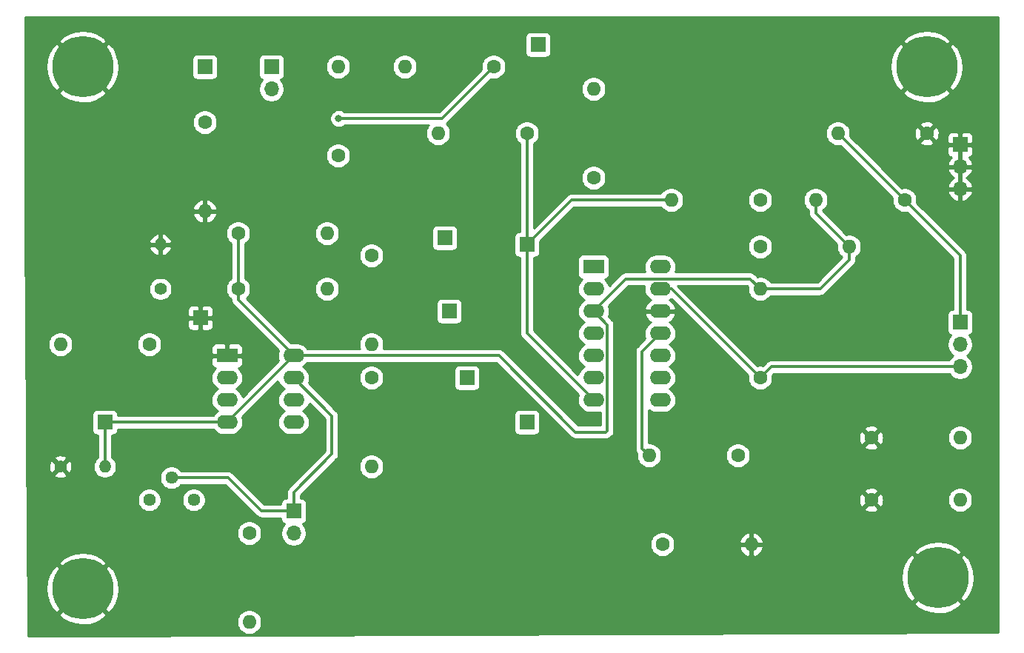
<source format=gbr>
%TF.GenerationSoftware,KiCad,Pcbnew,(5.1.6)-1*%
%TF.CreationDate,2021-02-25T22:42:19-08:00*%
%TF.ProjectId,KiCAD Schematic and PCB - Quick Design Example and Build,4b694341-4420-4536-9368-656d61746963,rev?*%
%TF.SameCoordinates,Original*%
%TF.FileFunction,Copper,L1,Top*%
%TF.FilePolarity,Positive*%
%FSLAX46Y46*%
G04 Gerber Fmt 4.6, Leading zero omitted, Abs format (unit mm)*
G04 Created by KiCad (PCBNEW (5.1.6)-1) date 2021-02-25 22:42:19*
%MOMM*%
%LPD*%
G01*
G04 APERTURE LIST*
%TA.AperFunction,ComponentPad*%
%ADD10R,2.400000X1.600000*%
%TD*%
%TA.AperFunction,ComponentPad*%
%ADD11O,2.400000X1.600000*%
%TD*%
%TA.AperFunction,ComponentPad*%
%ADD12R,1.700000X1.700000*%
%TD*%
%TA.AperFunction,ComponentPad*%
%ADD13O,1.700000X1.700000*%
%TD*%
%TA.AperFunction,ComponentPad*%
%ADD14C,1.600000*%
%TD*%
%TA.AperFunction,ComponentPad*%
%ADD15O,1.600000X1.600000*%
%TD*%
%TA.AperFunction,ComponentPad*%
%ADD16C,1.400000*%
%TD*%
%TA.AperFunction,ComponentPad*%
%ADD17O,1.400000X1.400000*%
%TD*%
%TA.AperFunction,ComponentPad*%
%ADD18C,1.440000*%
%TD*%
%TA.AperFunction,ComponentPad*%
%ADD19C,7.000000*%
%TD*%
%TA.AperFunction,ComponentPad*%
%ADD20C,0.800000*%
%TD*%
%TA.AperFunction,ViaPad*%
%ADD21C,0.800000*%
%TD*%
%TA.AperFunction,Conductor*%
%ADD22C,0.304800*%
%TD*%
%TA.AperFunction,Conductor*%
%ADD23C,0.254000*%
%TD*%
G04 APERTURE END LIST*
D10*
%TO.P,U5,1*%
%TO.N,GND*%
X149860000Y-80010000D03*
D11*
%TO.P,U5,5*%
%TO.N,Net-(U5-Pad5)*%
X157480000Y-87630000D03*
%TO.P,U5,2*%
%TO.N,Net-(C1-Pad1)*%
X149860000Y-82550000D03*
%TO.P,U5,6*%
X157480000Y-85090000D03*
%TO.P,U5,3*%
%TO.N,Net-(R20-Pad1)*%
X149860000Y-85090000D03*
%TO.P,U5,7*%
%TO.N,Net-(J12-Pad1)*%
X157480000Y-82550000D03*
%TO.P,U5,4*%
%TO.N,+9V*%
X149860000Y-87630000D03*
%TO.P,U5,8*%
X157480000Y-80010000D03*
%TD*%
D12*
%TO.P,J13,1*%
%TO.N,GND*%
X233680000Y-55880000D03*
D13*
%TO.P,J13,2*%
X233680000Y-58420000D03*
%TO.P,J13,3*%
X233680000Y-60960000D03*
%TD*%
D14*
%TO.P,R1,1*%
%TO.N,+9V*%
X151130000Y-66040000D03*
D15*
%TO.P,R1,2*%
%TO.N,Net-(J9-Pad1)*%
X161290000Y-66040000D03*
%TD*%
D16*
%TO.P,C1,1*%
%TO.N,Net-(C1-Pad1)*%
X142240000Y-72390000D03*
D17*
%TO.P,C1,2*%
%TO.N,GND*%
X142240000Y-67310000D03*
%TD*%
D13*
%TO.P,J1,3*%
%TO.N,1out*%
X233680000Y-81280000D03*
%TO.P,J1,2*%
%TO.N,3out*%
X233680000Y-78740000D03*
D12*
%TO.P,J1,1*%
%TO.N,5out*%
X233680000Y-76200000D03*
%TD*%
%TO.P,J2,1*%
%TO.N,+9V*%
X135890000Y-87630000D03*
%TD*%
%TO.P,J3,1*%
%TO.N,GND*%
X146812000Y-75692000D03*
%TD*%
%TO.P,J4,1*%
%TO.N,Tsig*%
X147320000Y-46990000D03*
%TD*%
%TO.P,J5,1*%
%TO.N,Net-(J5-Pad1)*%
X184150000Y-87630000D03*
%TD*%
%TO.P,J6,1*%
%TO.N,Net-(J6-Pad1)*%
X174752000Y-66548000D03*
%TD*%
%TO.P,J7,1*%
%TO.N,Net-(J7-Pad1)*%
X177292000Y-82550000D03*
%TD*%
%TO.P,J8,1*%
%TO.N,Net-(J8-Pad1)*%
X184150000Y-67310000D03*
%TD*%
%TO.P,J9,1*%
%TO.N,Net-(J9-Pad1)*%
X175260000Y-74930000D03*
%TD*%
%TO.P,J10,1*%
%TO.N,Net-(J10-Pad1)*%
X185420000Y-44450000D03*
%TD*%
%TO.P,J11,1*%
%TO.N,Tsig*%
X154940000Y-46990000D03*
D13*
%TO.P,J11,2*%
%TO.N,Net-(J11-Pad2)*%
X154940000Y-49530000D03*
%TD*%
%TO.P,J12,2*%
%TO.N,Net-(J12-Pad2)*%
X157480000Y-100330000D03*
D12*
%TO.P,J12,1*%
%TO.N,Net-(J12-Pad1)*%
X157480000Y-97790000D03*
%TD*%
D14*
%TO.P,R2,1*%
%TO.N,Net-(J9-Pad1)*%
X166370000Y-68580000D03*
D15*
%TO.P,R2,2*%
%TO.N,Net-(J7-Pad1)*%
X166370000Y-78740000D03*
%TD*%
%TO.P,R3,2*%
%TO.N,Net-(J5-Pad1)*%
X166370000Y-92710000D03*
D14*
%TO.P,R3,1*%
%TO.N,Net-(J7-Pad1)*%
X166370000Y-82550000D03*
%TD*%
%TO.P,R4,1*%
%TO.N,Net-(J5-Pad1)*%
X199644000Y-101600000D03*
D15*
%TO.P,R4,2*%
%TO.N,GND*%
X209804000Y-101600000D03*
%TD*%
%TO.P,R5,2*%
%TO.N,Tsig*%
X170180000Y-46990000D03*
D14*
%TO.P,R5,1*%
%TO.N,Net-(J10-Pad1)*%
X180340000Y-46990000D03*
%TD*%
D15*
%TO.P,R6,2*%
%TO.N,Tsig*%
X173990000Y-54610000D03*
D14*
%TO.P,R6,1*%
%TO.N,Net-(J8-Pad1)*%
X184150000Y-54610000D03*
%TD*%
D15*
%TO.P,R7,2*%
%TO.N,Tsig*%
X162560000Y-46990000D03*
D14*
%TO.P,R7,1*%
%TO.N,Net-(J6-Pad1)*%
X162560000Y-57150000D03*
%TD*%
%TO.P,R8,1*%
%TO.N,5out*%
X191770000Y-59690000D03*
D15*
%TO.P,R8,2*%
%TO.N,Net-(J10-Pad1)*%
X191770000Y-49530000D03*
%TD*%
D14*
%TO.P,R9,1*%
%TO.N,3out*%
X210820000Y-62230000D03*
D15*
%TO.P,R9,2*%
%TO.N,Net-(J8-Pad1)*%
X200660000Y-62230000D03*
%TD*%
%TO.P,R10,2*%
%TO.N,Net-(J6-Pad1)*%
X198120000Y-91440000D03*
D14*
%TO.P,R10,1*%
%TO.N,1out*%
X208280000Y-91440000D03*
%TD*%
%TO.P,R11,1*%
%TO.N,5out*%
X227330000Y-62230000D03*
D15*
%TO.P,R11,2*%
%TO.N,+9V*%
X217170000Y-62230000D03*
%TD*%
%TO.P,R12,2*%
%TO.N,5out*%
X219710000Y-54610000D03*
D14*
%TO.P,R12,1*%
%TO.N,GND*%
X229870000Y-54610000D03*
%TD*%
%TO.P,R13,1*%
%TO.N,3out*%
X210820000Y-67564000D03*
D15*
%TO.P,R13,2*%
%TO.N,+9V*%
X220980000Y-67564000D03*
%TD*%
%TO.P,R14,2*%
%TO.N,3out*%
X233680000Y-96520000D03*
D14*
%TO.P,R14,1*%
%TO.N,GND*%
X223520000Y-96520000D03*
%TD*%
%TO.P,R15,1*%
%TO.N,1out*%
X210820000Y-82550000D03*
D15*
%TO.P,R15,2*%
%TO.N,+9V*%
X210820000Y-72390000D03*
%TD*%
%TO.P,R16,2*%
%TO.N,1out*%
X233680000Y-89408000D03*
D14*
%TO.P,R16,1*%
%TO.N,GND*%
X223520000Y-89408000D03*
%TD*%
D15*
%TO.P,R17,2*%
%TO.N,Net-(C1-Pad1)*%
X152400000Y-110490000D03*
D14*
%TO.P,R17,1*%
%TO.N,Net-(J12-Pad2)*%
X152400000Y-100330000D03*
%TD*%
%TO.P,R18,1*%
%TO.N,+9V*%
X151130000Y-72390000D03*
D15*
%TO.P,R18,2*%
%TO.N,Net-(J12-Pad1)*%
X161290000Y-72390000D03*
%TD*%
D14*
%TO.P,R20,1*%
%TO.N,Net-(R20-Pad1)*%
X140970000Y-78740000D03*
D15*
%TO.P,R20,2*%
%TO.N,Net-(J11-Pad2)*%
X130810000Y-78740000D03*
%TD*%
%TO.P,R21,2*%
%TO.N,GND*%
X147320000Y-63500000D03*
D14*
%TO.P,R21,1*%
%TO.N,Net-(J11-Pad2)*%
X147320000Y-53340000D03*
%TD*%
D18*
%TO.P,RV1,3*%
%TO.N,Net-(C1-Pad1)*%
X140970000Y-96520000D03*
%TO.P,RV1,2*%
%TO.N,Net-(J12-Pad1)*%
X143510000Y-93980000D03*
%TO.P,RV1,1*%
%TO.N,Net-(RV1-Pad1)*%
X146050000Y-96520000D03*
%TD*%
D10*
%TO.P,U1,1*%
%TO.N,3out*%
X191770000Y-69850000D03*
D11*
%TO.P,U1,8*%
%TO.N,N/C*%
X199390000Y-85090000D03*
%TO.P,U1,2*%
%TO.N,5out*%
X191770000Y-72390000D03*
%TO.P,U1,9*%
%TO.N,N/C*%
X199390000Y-82550000D03*
%TO.P,U1,3*%
%TO.N,+9V*%
X191770000Y-74930000D03*
%TO.P,U1,10*%
%TO.N,Net-(J5-Pad1)*%
X199390000Y-80010000D03*
%TO.P,U1,4*%
%TO.N,Net-(J9-Pad1)*%
X191770000Y-77470000D03*
%TO.P,U1,11*%
%TO.N,Net-(J6-Pad1)*%
X199390000Y-77470000D03*
%TO.P,U1,5*%
%TO.N,Net-(J10-Pad1)*%
X191770000Y-80010000D03*
%TO.P,U1,12*%
%TO.N,GND*%
X199390000Y-74930000D03*
%TO.P,U1,6*%
%TO.N,Net-(J7-Pad1)*%
X191770000Y-82550000D03*
%TO.P,U1,13*%
%TO.N,1out*%
X199390000Y-72390000D03*
%TO.P,U1,7*%
%TO.N,Net-(J8-Pad1)*%
X191770000Y-85090000D03*
%TO.P,U1,14*%
%TO.N,N/C*%
X199390000Y-69850000D03*
%TD*%
D16*
%TO.P,C2,1*%
%TO.N,GND*%
X130810000Y-92710000D03*
D17*
%TO.P,C2,2*%
%TO.N,+9V*%
X135890000Y-92710000D03*
%TD*%
D19*
%TO.P,H1,1*%
%TO.N,GND*%
X133350000Y-106680000D03*
D20*
X135975000Y-106680000D03*
X135206155Y-108536155D03*
X133350000Y-109305000D03*
X131493845Y-108536155D03*
X130725000Y-106680000D03*
X131493845Y-104823845D03*
X133350000Y-104055000D03*
X135206155Y-104823845D03*
%TD*%
%TO.P,H2,1*%
%TO.N,GND*%
X232996155Y-103553845D03*
X231140000Y-102785000D03*
X229283845Y-103553845D03*
X228515000Y-105410000D03*
X229283845Y-107266155D03*
X231140000Y-108035000D03*
X232996155Y-107266155D03*
X233765000Y-105410000D03*
D19*
X231140000Y-105410000D03*
%TD*%
%TO.P,H3,1*%
%TO.N,GND*%
X229870000Y-46990000D03*
D20*
X232495000Y-46990000D03*
X231726155Y-48846155D03*
X229870000Y-49615000D03*
X228013845Y-48846155D03*
X227245000Y-46990000D03*
X228013845Y-45133845D03*
X229870000Y-44365000D03*
X231726155Y-45133845D03*
%TD*%
%TO.P,H4,1*%
%TO.N,GND*%
X135206155Y-45133845D03*
X133350000Y-44365000D03*
X131493845Y-45133845D03*
X130725000Y-46990000D03*
X131493845Y-48846155D03*
X133350000Y-49615000D03*
X135206155Y-48846155D03*
X135975000Y-46990000D03*
D19*
X133350000Y-46990000D03*
%TD*%
D21*
%TO.N,Net-(J10-Pad1)*%
X162636200Y-52895500D03*
%TD*%
D22*
%TO.N,1out*%
X200660000Y-72390000D02*
X210820000Y-82550000D01*
X199390000Y-72390000D02*
X200660000Y-72390000D01*
X212090000Y-81280000D02*
X210820000Y-82550000D01*
X233680000Y-81280000D02*
X212090000Y-81280000D01*
%TO.N,5out*%
X227330000Y-62230000D02*
X219710000Y-54610000D01*
X233680000Y-68580000D02*
X227330000Y-62230000D01*
X233680000Y-76200000D02*
X233680000Y-68580000D01*
%TO.N,+9V*%
X220980000Y-67564000D02*
X220980000Y-69088000D01*
X217678000Y-72390000D02*
X210820000Y-72390000D01*
X220980000Y-69088000D02*
X217678000Y-72390000D01*
X195465610Y-71234390D02*
X191770000Y-74930000D01*
X209664390Y-71234390D02*
X195465610Y-71234390D01*
X210820000Y-72390000D02*
X209664390Y-71234390D01*
X149860000Y-87630000D02*
X135890000Y-87630000D01*
X135890000Y-87630000D02*
X135890000Y-92710000D01*
X157480000Y-80010000D02*
X149860000Y-87630000D01*
X151130000Y-73660000D02*
X157480000Y-80010000D01*
X151130000Y-72390000D02*
X151130000Y-73660000D01*
X151130000Y-72390000D02*
X151130000Y-66040000D01*
X180975000Y-80010000D02*
X189725300Y-88760300D01*
X193325610Y-76485610D02*
X191770000Y-74930000D01*
X189725300Y-88760300D02*
X193205100Y-88760300D01*
X157480000Y-80010000D02*
X180975000Y-80010000D01*
X193205100Y-88760300D02*
X193325610Y-88639790D01*
X193325610Y-88639790D02*
X193325610Y-76485610D01*
X217170000Y-63754000D02*
X220980000Y-67564000D01*
X217170000Y-62230000D02*
X217170000Y-63754000D01*
%TO.N,Net-(J6-Pad1)*%
X197320001Y-79539999D02*
X199390000Y-77470000D01*
X197320001Y-90640001D02*
X197320001Y-79539999D01*
X198120000Y-91440000D02*
X197320001Y-90640001D01*
%TO.N,Net-(J8-Pad1)*%
X184150000Y-54610000D02*
X184150000Y-58166000D01*
X184150000Y-58166000D02*
X184150000Y-67310000D01*
X184150000Y-77470000D02*
X184150000Y-67310000D01*
X191770000Y-85090000D02*
X184150000Y-77470000D01*
X189230000Y-62230000D02*
X184150000Y-67310000D01*
X200660000Y-62230000D02*
X189230000Y-62230000D01*
%TO.N,Net-(J10-Pad1)*%
X174434500Y-52895500D02*
X180340000Y-46990000D01*
X162636200Y-52895500D02*
X174434500Y-52895500D01*
%TO.N,Net-(J12-Pad1)*%
X157480000Y-97790000D02*
X153797000Y-97790000D01*
X149987000Y-93980000D02*
X143510000Y-93980000D01*
X153797000Y-97790000D02*
X149987000Y-93980000D01*
X157480000Y-97790000D02*
X157480000Y-95643700D01*
X157480000Y-95643700D02*
X161848800Y-91274900D01*
X161848800Y-86918800D02*
X157480000Y-82550000D01*
X161848800Y-91274900D02*
X161848800Y-86918800D01*
%TD*%
D23*
%TO.N,GND*%
G36*
X238061900Y-111633866D02*
G01*
X132802714Y-112114502D01*
X127125916Y-112115783D01*
X127107905Y-109594155D01*
X130615450Y-109594155D01*
X131011634Y-110114550D01*
X131726612Y-110504748D01*
X132503976Y-110747964D01*
X133313853Y-110834851D01*
X134125118Y-110762069D01*
X134906597Y-110532415D01*
X135257682Y-110348665D01*
X150965000Y-110348665D01*
X150965000Y-110631335D01*
X151020147Y-110908574D01*
X151128320Y-111169727D01*
X151285363Y-111404759D01*
X151485241Y-111604637D01*
X151720273Y-111761680D01*
X151981426Y-111869853D01*
X152258665Y-111925000D01*
X152541335Y-111925000D01*
X152818574Y-111869853D01*
X153079727Y-111761680D01*
X153314759Y-111604637D01*
X153514637Y-111404759D01*
X153671680Y-111169727D01*
X153779853Y-110908574D01*
X153835000Y-110631335D01*
X153835000Y-110348665D01*
X153779853Y-110071426D01*
X153671680Y-109810273D01*
X153514637Y-109575241D01*
X153314759Y-109375363D01*
X153079727Y-109218320D01*
X152818574Y-109110147D01*
X152541335Y-109055000D01*
X152258665Y-109055000D01*
X151981426Y-109110147D01*
X151720273Y-109218320D01*
X151485241Y-109375363D01*
X151285363Y-109575241D01*
X151128320Y-109810273D01*
X151020147Y-110071426D01*
X150965000Y-110348665D01*
X135257682Y-110348665D01*
X135628256Y-110154715D01*
X135688366Y-110114550D01*
X136084550Y-109594155D01*
X133350000Y-106859605D01*
X130615450Y-109594155D01*
X127107905Y-109594155D01*
X127086831Y-106643853D01*
X129195149Y-106643853D01*
X129267931Y-107455118D01*
X129497585Y-108236597D01*
X129875285Y-108958256D01*
X129915450Y-109018366D01*
X130435845Y-109414550D01*
X133170395Y-106680000D01*
X133529605Y-106680000D01*
X136264155Y-109414550D01*
X136784550Y-109018366D01*
X137163414Y-108324155D01*
X228405450Y-108324155D01*
X228801634Y-108844550D01*
X229516612Y-109234748D01*
X230293976Y-109477964D01*
X231103853Y-109564851D01*
X231915118Y-109492069D01*
X232696597Y-109262415D01*
X233418256Y-108884715D01*
X233478366Y-108844550D01*
X233874550Y-108324155D01*
X231140000Y-105589605D01*
X228405450Y-108324155D01*
X137163414Y-108324155D01*
X137174748Y-108303388D01*
X137417964Y-107526024D01*
X137504851Y-106716147D01*
X137432069Y-105904882D01*
X137276015Y-105373853D01*
X226985149Y-105373853D01*
X227057931Y-106185118D01*
X227287585Y-106966597D01*
X227665285Y-107688256D01*
X227705450Y-107748366D01*
X228225845Y-108144550D01*
X230960395Y-105410000D01*
X231319605Y-105410000D01*
X234054155Y-108144550D01*
X234574550Y-107748366D01*
X234964748Y-107033388D01*
X235207964Y-106256024D01*
X235294851Y-105446147D01*
X235222069Y-104634882D01*
X234992415Y-103853403D01*
X234614715Y-103131744D01*
X234574550Y-103071634D01*
X234054155Y-102675450D01*
X231319605Y-105410000D01*
X230960395Y-105410000D01*
X228225845Y-102675450D01*
X227705450Y-103071634D01*
X227315252Y-103786612D01*
X227072036Y-104563976D01*
X226985149Y-105373853D01*
X137276015Y-105373853D01*
X137202415Y-105123403D01*
X136824715Y-104401744D01*
X136784550Y-104341634D01*
X136264155Y-103945450D01*
X133529605Y-106680000D01*
X133170395Y-106680000D01*
X130435845Y-103945450D01*
X129915450Y-104341634D01*
X129525252Y-105056612D01*
X129282036Y-105833976D01*
X129195149Y-106643853D01*
X127086831Y-106643853D01*
X127066275Y-103765845D01*
X130615450Y-103765845D01*
X133350000Y-106500395D01*
X136084550Y-103765845D01*
X135688366Y-103245450D01*
X134973388Y-102855252D01*
X134196024Y-102612036D01*
X133386147Y-102525149D01*
X132574882Y-102597931D01*
X131793403Y-102827585D01*
X131071744Y-103205285D01*
X131011634Y-103245450D01*
X130615450Y-103765845D01*
X127066275Y-103765845D01*
X127040724Y-100188665D01*
X150965000Y-100188665D01*
X150965000Y-100471335D01*
X151020147Y-100748574D01*
X151128320Y-101009727D01*
X151285363Y-101244759D01*
X151485241Y-101444637D01*
X151720273Y-101601680D01*
X151981426Y-101709853D01*
X152258665Y-101765000D01*
X152541335Y-101765000D01*
X152818574Y-101709853D01*
X153079727Y-101601680D01*
X153314759Y-101444637D01*
X153514637Y-101244759D01*
X153671680Y-101009727D01*
X153779853Y-100748574D01*
X153835000Y-100471335D01*
X153835000Y-100188665D01*
X153779853Y-99911426D01*
X153671680Y-99650273D01*
X153514637Y-99415241D01*
X153314759Y-99215363D01*
X153079727Y-99058320D01*
X152818574Y-98950147D01*
X152541335Y-98895000D01*
X152258665Y-98895000D01*
X151981426Y-98950147D01*
X151720273Y-99058320D01*
X151485241Y-99215363D01*
X151285363Y-99415241D01*
X151128320Y-99650273D01*
X151020147Y-99911426D01*
X150965000Y-100188665D01*
X127040724Y-100188665D01*
X127013566Y-96386544D01*
X139615000Y-96386544D01*
X139615000Y-96653456D01*
X139667072Y-96915239D01*
X139769215Y-97161833D01*
X139917503Y-97383762D01*
X140106238Y-97572497D01*
X140328167Y-97720785D01*
X140574761Y-97822928D01*
X140836544Y-97875000D01*
X141103456Y-97875000D01*
X141365239Y-97822928D01*
X141611833Y-97720785D01*
X141833762Y-97572497D01*
X142022497Y-97383762D01*
X142170785Y-97161833D01*
X142272928Y-96915239D01*
X142325000Y-96653456D01*
X142325000Y-96386544D01*
X144695000Y-96386544D01*
X144695000Y-96653456D01*
X144747072Y-96915239D01*
X144849215Y-97161833D01*
X144997503Y-97383762D01*
X145186238Y-97572497D01*
X145408167Y-97720785D01*
X145654761Y-97822928D01*
X145916544Y-97875000D01*
X146183456Y-97875000D01*
X146445239Y-97822928D01*
X146691833Y-97720785D01*
X146913762Y-97572497D01*
X147102497Y-97383762D01*
X147250785Y-97161833D01*
X147352928Y-96915239D01*
X147405000Y-96653456D01*
X147405000Y-96386544D01*
X147352928Y-96124761D01*
X147250785Y-95878167D01*
X147102497Y-95656238D01*
X146913762Y-95467503D01*
X146691833Y-95319215D01*
X146445239Y-95217072D01*
X146183456Y-95165000D01*
X145916544Y-95165000D01*
X145654761Y-95217072D01*
X145408167Y-95319215D01*
X145186238Y-95467503D01*
X144997503Y-95656238D01*
X144849215Y-95878167D01*
X144747072Y-96124761D01*
X144695000Y-96386544D01*
X142325000Y-96386544D01*
X142272928Y-96124761D01*
X142170785Y-95878167D01*
X142022497Y-95656238D01*
X141833762Y-95467503D01*
X141611833Y-95319215D01*
X141365239Y-95217072D01*
X141103456Y-95165000D01*
X140836544Y-95165000D01*
X140574761Y-95217072D01*
X140328167Y-95319215D01*
X140106238Y-95467503D01*
X139917503Y-95656238D01*
X139769215Y-95878167D01*
X139667072Y-96124761D01*
X139615000Y-96386544D01*
X127013566Y-96386544D01*
X126993885Y-93631269D01*
X130068336Y-93631269D01*
X130127797Y-93865037D01*
X130366242Y-93975934D01*
X130621740Y-94038183D01*
X130884473Y-94049390D01*
X131144344Y-94009125D01*
X131391366Y-93918935D01*
X131492203Y-93865037D01*
X131551664Y-93631269D01*
X130810000Y-92889605D01*
X130068336Y-93631269D01*
X126993885Y-93631269D01*
X126987836Y-92784473D01*
X129470610Y-92784473D01*
X129510875Y-93044344D01*
X129601065Y-93291366D01*
X129654963Y-93392203D01*
X129888731Y-93451664D01*
X130630395Y-92710000D01*
X130989605Y-92710000D01*
X131731269Y-93451664D01*
X131965037Y-93392203D01*
X132075934Y-93153758D01*
X132138183Y-92898260D01*
X132149390Y-92635527D01*
X132109125Y-92375656D01*
X132018935Y-92128634D01*
X131965037Y-92027797D01*
X131731269Y-91968336D01*
X130989605Y-92710000D01*
X130630395Y-92710000D01*
X129888731Y-91968336D01*
X129654963Y-92027797D01*
X129544066Y-92266242D01*
X129481817Y-92521740D01*
X129470610Y-92784473D01*
X126987836Y-92784473D01*
X126980724Y-91788731D01*
X130068336Y-91788731D01*
X130810000Y-92530395D01*
X131551664Y-91788731D01*
X131492203Y-91554963D01*
X131253758Y-91444066D01*
X130998260Y-91381817D01*
X130735527Y-91370610D01*
X130475656Y-91410875D01*
X130228634Y-91501065D01*
X130127797Y-91554963D01*
X130068336Y-91788731D01*
X126980724Y-91788731D01*
X126944948Y-86780000D01*
X134401928Y-86780000D01*
X134401928Y-88480000D01*
X134414188Y-88604482D01*
X134450498Y-88724180D01*
X134509463Y-88834494D01*
X134588815Y-88931185D01*
X134685506Y-89010537D01*
X134795820Y-89069502D01*
X134915518Y-89105812D01*
X135040000Y-89118072D01*
X135102600Y-89118072D01*
X135102601Y-91630533D01*
X135038987Y-91673038D01*
X134853038Y-91858987D01*
X134706939Y-92077641D01*
X134606304Y-92320595D01*
X134555000Y-92578514D01*
X134555000Y-92841486D01*
X134606304Y-93099405D01*
X134706939Y-93342359D01*
X134853038Y-93561013D01*
X135038987Y-93746962D01*
X135257641Y-93893061D01*
X135500595Y-93993696D01*
X135758514Y-94045000D01*
X136021486Y-94045000D01*
X136279405Y-93993696D01*
X136522359Y-93893061D01*
X136741013Y-93746962D01*
X136926962Y-93561013D01*
X137073061Y-93342359D01*
X137173696Y-93099405D01*
X137225000Y-92841486D01*
X137225000Y-92578514D01*
X137173696Y-92320595D01*
X137073061Y-92077641D01*
X136926962Y-91858987D01*
X136741013Y-91673038D01*
X136677400Y-91630533D01*
X136677400Y-89118072D01*
X136740000Y-89118072D01*
X136864482Y-89105812D01*
X136984180Y-89069502D01*
X137094494Y-89010537D01*
X137191185Y-88931185D01*
X137270537Y-88834494D01*
X137329502Y-88724180D01*
X137365812Y-88604482D01*
X137378072Y-88480000D01*
X137378072Y-88417400D01*
X148253745Y-88417400D01*
X148261068Y-88431101D01*
X148440392Y-88649608D01*
X148658899Y-88828932D01*
X148908192Y-88962182D01*
X149178691Y-89044236D01*
X149389508Y-89065000D01*
X150330492Y-89065000D01*
X150541309Y-89044236D01*
X150811808Y-88962182D01*
X151061101Y-88828932D01*
X151279608Y-88649608D01*
X151458932Y-88431101D01*
X151592182Y-88181808D01*
X151674236Y-87911309D01*
X151701943Y-87630000D01*
X151674236Y-87348691D01*
X151592182Y-87078192D01*
X151568906Y-87034645D01*
X155690546Y-82913005D01*
X155747818Y-83101808D01*
X155881068Y-83351101D01*
X156060392Y-83569608D01*
X156278899Y-83748932D01*
X156411858Y-83820000D01*
X156278899Y-83891068D01*
X156060392Y-84070392D01*
X155881068Y-84288899D01*
X155747818Y-84538192D01*
X155665764Y-84808691D01*
X155638057Y-85090000D01*
X155665764Y-85371309D01*
X155747818Y-85641808D01*
X155881068Y-85891101D01*
X156060392Y-86109608D01*
X156278899Y-86288932D01*
X156411858Y-86360000D01*
X156278899Y-86431068D01*
X156060392Y-86610392D01*
X155881068Y-86828899D01*
X155747818Y-87078192D01*
X155665764Y-87348691D01*
X155638057Y-87630000D01*
X155665764Y-87911309D01*
X155747818Y-88181808D01*
X155881068Y-88431101D01*
X156060392Y-88649608D01*
X156278899Y-88828932D01*
X156528192Y-88962182D01*
X156798691Y-89044236D01*
X157009508Y-89065000D01*
X157950492Y-89065000D01*
X158161309Y-89044236D01*
X158431808Y-88962182D01*
X158681101Y-88828932D01*
X158899608Y-88649608D01*
X159078932Y-88431101D01*
X159212182Y-88181808D01*
X159294236Y-87911309D01*
X159321943Y-87630000D01*
X159294236Y-87348691D01*
X159212182Y-87078192D01*
X159078932Y-86828899D01*
X158899608Y-86610392D01*
X158681101Y-86431068D01*
X158548142Y-86360000D01*
X158681101Y-86288932D01*
X158899608Y-86109608D01*
X159078932Y-85891101D01*
X159212182Y-85641808D01*
X159269454Y-85453005D01*
X161061401Y-87244953D01*
X161061400Y-90948748D01*
X156950573Y-95059577D01*
X156920532Y-95084231D01*
X156895879Y-95114271D01*
X156822135Y-95204128D01*
X156749018Y-95340918D01*
X156703995Y-95489343D01*
X156688792Y-95643700D01*
X156692601Y-95682373D01*
X156692601Y-96301928D01*
X156630000Y-96301928D01*
X156505518Y-96314188D01*
X156385820Y-96350498D01*
X156275506Y-96409463D01*
X156178815Y-96488815D01*
X156099463Y-96585506D01*
X156040498Y-96695820D01*
X156004188Y-96815518D01*
X155991928Y-96940000D01*
X155991928Y-97002600D01*
X154123152Y-97002600D01*
X150571128Y-93450578D01*
X150546469Y-93420531D01*
X150426572Y-93322134D01*
X150289783Y-93249018D01*
X150141357Y-93203994D01*
X150025673Y-93192600D01*
X150025663Y-93192600D01*
X149987000Y-93188792D01*
X149948337Y-93192600D01*
X144613520Y-93192600D01*
X144562497Y-93116238D01*
X144373762Y-92927503D01*
X144151833Y-92779215D01*
X143905239Y-92677072D01*
X143643456Y-92625000D01*
X143376544Y-92625000D01*
X143114761Y-92677072D01*
X142868167Y-92779215D01*
X142646238Y-92927503D01*
X142457503Y-93116238D01*
X142309215Y-93338167D01*
X142207072Y-93584761D01*
X142155000Y-93846544D01*
X142155000Y-94113456D01*
X142207072Y-94375239D01*
X142309215Y-94621833D01*
X142457503Y-94843762D01*
X142646238Y-95032497D01*
X142868167Y-95180785D01*
X143114761Y-95282928D01*
X143376544Y-95335000D01*
X143643456Y-95335000D01*
X143905239Y-95282928D01*
X144151833Y-95180785D01*
X144373762Y-95032497D01*
X144562497Y-94843762D01*
X144613520Y-94767400D01*
X149660850Y-94767400D01*
X153212881Y-98319433D01*
X153237531Y-98349469D01*
X153267567Y-98374119D01*
X153267570Y-98374122D01*
X153357428Y-98447866D01*
X153494217Y-98520982D01*
X153642643Y-98566006D01*
X153758327Y-98577400D01*
X153758335Y-98577400D01*
X153797000Y-98581208D01*
X153835665Y-98577400D01*
X155991928Y-98577400D01*
X155991928Y-98640000D01*
X156004188Y-98764482D01*
X156040498Y-98884180D01*
X156099463Y-98994494D01*
X156178815Y-99091185D01*
X156275506Y-99170537D01*
X156385820Y-99229502D01*
X156458380Y-99251513D01*
X156326525Y-99383368D01*
X156164010Y-99626589D01*
X156052068Y-99896842D01*
X155995000Y-100183740D01*
X155995000Y-100476260D01*
X156052068Y-100763158D01*
X156164010Y-101033411D01*
X156326525Y-101276632D01*
X156533368Y-101483475D01*
X156776589Y-101645990D01*
X157046842Y-101757932D01*
X157333740Y-101815000D01*
X157626260Y-101815000D01*
X157913158Y-101757932D01*
X158183411Y-101645990D01*
X158426632Y-101483475D01*
X158451442Y-101458665D01*
X198209000Y-101458665D01*
X198209000Y-101741335D01*
X198264147Y-102018574D01*
X198372320Y-102279727D01*
X198529363Y-102514759D01*
X198729241Y-102714637D01*
X198964273Y-102871680D01*
X199225426Y-102979853D01*
X199502665Y-103035000D01*
X199785335Y-103035000D01*
X200062574Y-102979853D01*
X200323727Y-102871680D01*
X200558759Y-102714637D01*
X200758637Y-102514759D01*
X200915680Y-102279727D01*
X201023853Y-102018574D01*
X201037684Y-101949039D01*
X208412096Y-101949039D01*
X208452754Y-102083087D01*
X208572963Y-102337420D01*
X208740481Y-102563414D01*
X208948869Y-102752385D01*
X209190119Y-102897070D01*
X209454960Y-102991909D01*
X209677000Y-102870624D01*
X209677000Y-101727000D01*
X209931000Y-101727000D01*
X209931000Y-102870624D01*
X210153040Y-102991909D01*
X210417881Y-102897070D01*
X210659131Y-102752385D01*
X210867519Y-102563414D01*
X210917604Y-102495845D01*
X228405450Y-102495845D01*
X231140000Y-105230395D01*
X233874550Y-102495845D01*
X233478366Y-101975450D01*
X232763388Y-101585252D01*
X231986024Y-101342036D01*
X231176147Y-101255149D01*
X230364882Y-101327931D01*
X229583403Y-101557585D01*
X228861744Y-101935285D01*
X228801634Y-101975450D01*
X228405450Y-102495845D01*
X210917604Y-102495845D01*
X211035037Y-102337420D01*
X211155246Y-102083087D01*
X211195904Y-101949039D01*
X211073915Y-101727000D01*
X209931000Y-101727000D01*
X209677000Y-101727000D01*
X208534085Y-101727000D01*
X208412096Y-101949039D01*
X201037684Y-101949039D01*
X201079000Y-101741335D01*
X201079000Y-101458665D01*
X201037685Y-101250961D01*
X208412096Y-101250961D01*
X208534085Y-101473000D01*
X209677000Y-101473000D01*
X209677000Y-100329376D01*
X209931000Y-100329376D01*
X209931000Y-101473000D01*
X211073915Y-101473000D01*
X211195904Y-101250961D01*
X211155246Y-101116913D01*
X211035037Y-100862580D01*
X210867519Y-100636586D01*
X210659131Y-100447615D01*
X210417881Y-100302930D01*
X210153040Y-100208091D01*
X209931000Y-100329376D01*
X209677000Y-100329376D01*
X209454960Y-100208091D01*
X209190119Y-100302930D01*
X208948869Y-100447615D01*
X208740481Y-100636586D01*
X208572963Y-100862580D01*
X208452754Y-101116913D01*
X208412096Y-101250961D01*
X201037685Y-101250961D01*
X201023853Y-101181426D01*
X200915680Y-100920273D01*
X200758637Y-100685241D01*
X200558759Y-100485363D01*
X200323727Y-100328320D01*
X200062574Y-100220147D01*
X199785335Y-100165000D01*
X199502665Y-100165000D01*
X199225426Y-100220147D01*
X198964273Y-100328320D01*
X198729241Y-100485363D01*
X198529363Y-100685241D01*
X198372320Y-100920273D01*
X198264147Y-101181426D01*
X198209000Y-101458665D01*
X158451442Y-101458665D01*
X158633475Y-101276632D01*
X158795990Y-101033411D01*
X158907932Y-100763158D01*
X158965000Y-100476260D01*
X158965000Y-100183740D01*
X158907932Y-99896842D01*
X158795990Y-99626589D01*
X158633475Y-99383368D01*
X158501620Y-99251513D01*
X158574180Y-99229502D01*
X158684494Y-99170537D01*
X158781185Y-99091185D01*
X158860537Y-98994494D01*
X158919502Y-98884180D01*
X158955812Y-98764482D01*
X158968072Y-98640000D01*
X158968072Y-97512702D01*
X222706903Y-97512702D01*
X222778486Y-97756671D01*
X223033996Y-97877571D01*
X223308184Y-97946300D01*
X223590512Y-97960217D01*
X223870130Y-97918787D01*
X224136292Y-97823603D01*
X224261514Y-97756671D01*
X224333097Y-97512702D01*
X223520000Y-96699605D01*
X222706903Y-97512702D01*
X158968072Y-97512702D01*
X158968072Y-96940000D01*
X158955812Y-96815518D01*
X158919502Y-96695820D01*
X158863213Y-96590512D01*
X222079783Y-96590512D01*
X222121213Y-96870130D01*
X222216397Y-97136292D01*
X222283329Y-97261514D01*
X222527298Y-97333097D01*
X223340395Y-96520000D01*
X223699605Y-96520000D01*
X224512702Y-97333097D01*
X224756671Y-97261514D01*
X224877571Y-97006004D01*
X224946300Y-96731816D01*
X224960217Y-96449488D01*
X224949724Y-96378665D01*
X232245000Y-96378665D01*
X232245000Y-96661335D01*
X232300147Y-96938574D01*
X232408320Y-97199727D01*
X232565363Y-97434759D01*
X232765241Y-97634637D01*
X233000273Y-97791680D01*
X233261426Y-97899853D01*
X233538665Y-97955000D01*
X233821335Y-97955000D01*
X234098574Y-97899853D01*
X234359727Y-97791680D01*
X234594759Y-97634637D01*
X234794637Y-97434759D01*
X234951680Y-97199727D01*
X235059853Y-96938574D01*
X235115000Y-96661335D01*
X235115000Y-96378665D01*
X235059853Y-96101426D01*
X234951680Y-95840273D01*
X234794637Y-95605241D01*
X234594759Y-95405363D01*
X234359727Y-95248320D01*
X234098574Y-95140147D01*
X233821335Y-95085000D01*
X233538665Y-95085000D01*
X233261426Y-95140147D01*
X233000273Y-95248320D01*
X232765241Y-95405363D01*
X232565363Y-95605241D01*
X232408320Y-95840273D01*
X232300147Y-96101426D01*
X232245000Y-96378665D01*
X224949724Y-96378665D01*
X224918787Y-96169870D01*
X224823603Y-95903708D01*
X224756671Y-95778486D01*
X224512702Y-95706903D01*
X223699605Y-96520000D01*
X223340395Y-96520000D01*
X222527298Y-95706903D01*
X222283329Y-95778486D01*
X222162429Y-96033996D01*
X222093700Y-96308184D01*
X222079783Y-96590512D01*
X158863213Y-96590512D01*
X158860537Y-96585506D01*
X158781185Y-96488815D01*
X158684494Y-96409463D01*
X158574180Y-96350498D01*
X158454482Y-96314188D01*
X158330000Y-96301928D01*
X158267400Y-96301928D01*
X158267400Y-95969850D01*
X158709952Y-95527298D01*
X222706903Y-95527298D01*
X223520000Y-96340395D01*
X224333097Y-95527298D01*
X224261514Y-95283329D01*
X224006004Y-95162429D01*
X223731816Y-95093700D01*
X223449488Y-95079783D01*
X223169870Y-95121213D01*
X222903708Y-95216397D01*
X222778486Y-95283329D01*
X222706903Y-95527298D01*
X158709952Y-95527298D01*
X161668586Y-92568665D01*
X164935000Y-92568665D01*
X164935000Y-92851335D01*
X164990147Y-93128574D01*
X165098320Y-93389727D01*
X165255363Y-93624759D01*
X165455241Y-93824637D01*
X165690273Y-93981680D01*
X165951426Y-94089853D01*
X166228665Y-94145000D01*
X166511335Y-94145000D01*
X166788574Y-94089853D01*
X167049727Y-93981680D01*
X167284759Y-93824637D01*
X167484637Y-93624759D01*
X167641680Y-93389727D01*
X167749853Y-93128574D01*
X167805000Y-92851335D01*
X167805000Y-92568665D01*
X167749853Y-92291426D01*
X167641680Y-92030273D01*
X167484637Y-91795241D01*
X167284759Y-91595363D01*
X167049727Y-91438320D01*
X166788574Y-91330147D01*
X166511335Y-91275000D01*
X166228665Y-91275000D01*
X165951426Y-91330147D01*
X165690273Y-91438320D01*
X165455241Y-91595363D01*
X165255363Y-91795241D01*
X165098320Y-92030273D01*
X164990147Y-92291426D01*
X164935000Y-92568665D01*
X161668586Y-92568665D01*
X162378234Y-91859018D01*
X162408269Y-91834369D01*
X162506666Y-91714472D01*
X162579782Y-91577683D01*
X162624806Y-91429257D01*
X162636200Y-91313573D01*
X162636200Y-91313564D01*
X162640008Y-91274901D01*
X162636200Y-91236238D01*
X162636200Y-86957462D01*
X162640008Y-86918799D01*
X162636200Y-86880136D01*
X162636200Y-86880127D01*
X162626339Y-86780000D01*
X182661928Y-86780000D01*
X182661928Y-88480000D01*
X182674188Y-88604482D01*
X182710498Y-88724180D01*
X182769463Y-88834494D01*
X182848815Y-88931185D01*
X182945506Y-89010537D01*
X183055820Y-89069502D01*
X183175518Y-89105812D01*
X183300000Y-89118072D01*
X185000000Y-89118072D01*
X185124482Y-89105812D01*
X185244180Y-89069502D01*
X185354494Y-89010537D01*
X185451185Y-88931185D01*
X185530537Y-88834494D01*
X185589502Y-88724180D01*
X185625812Y-88604482D01*
X185638072Y-88480000D01*
X185638072Y-86780000D01*
X185625812Y-86655518D01*
X185589502Y-86535820D01*
X185530537Y-86425506D01*
X185451185Y-86328815D01*
X185354494Y-86249463D01*
X185244180Y-86190498D01*
X185124482Y-86154188D01*
X185000000Y-86141928D01*
X183300000Y-86141928D01*
X183175518Y-86154188D01*
X183055820Y-86190498D01*
X182945506Y-86249463D01*
X182848815Y-86328815D01*
X182769463Y-86425506D01*
X182710498Y-86535820D01*
X182674188Y-86655518D01*
X182661928Y-86780000D01*
X162626339Y-86780000D01*
X162624806Y-86764443D01*
X162579782Y-86616017D01*
X162506666Y-86479228D01*
X162467142Y-86431068D01*
X162432921Y-86389369D01*
X162432919Y-86389367D01*
X162408269Y-86359331D01*
X162378233Y-86334681D01*
X159188906Y-83145355D01*
X159212182Y-83101808D01*
X159294236Y-82831309D01*
X159321943Y-82550000D01*
X159308023Y-82408665D01*
X164935000Y-82408665D01*
X164935000Y-82691335D01*
X164990147Y-82968574D01*
X165098320Y-83229727D01*
X165255363Y-83464759D01*
X165455241Y-83664637D01*
X165690273Y-83821680D01*
X165951426Y-83929853D01*
X166228665Y-83985000D01*
X166511335Y-83985000D01*
X166788574Y-83929853D01*
X167049727Y-83821680D01*
X167284759Y-83664637D01*
X167484637Y-83464759D01*
X167641680Y-83229727D01*
X167749853Y-82968574D01*
X167805000Y-82691335D01*
X167805000Y-82408665D01*
X167749853Y-82131426D01*
X167641680Y-81870273D01*
X167527908Y-81700000D01*
X175803928Y-81700000D01*
X175803928Y-83400000D01*
X175816188Y-83524482D01*
X175852498Y-83644180D01*
X175911463Y-83754494D01*
X175990815Y-83851185D01*
X176087506Y-83930537D01*
X176197820Y-83989502D01*
X176317518Y-84025812D01*
X176442000Y-84038072D01*
X178142000Y-84038072D01*
X178266482Y-84025812D01*
X178386180Y-83989502D01*
X178496494Y-83930537D01*
X178593185Y-83851185D01*
X178672537Y-83754494D01*
X178731502Y-83644180D01*
X178767812Y-83524482D01*
X178780072Y-83400000D01*
X178780072Y-81700000D01*
X178767812Y-81575518D01*
X178731502Y-81455820D01*
X178672537Y-81345506D01*
X178593185Y-81248815D01*
X178496494Y-81169463D01*
X178386180Y-81110498D01*
X178266482Y-81074188D01*
X178142000Y-81061928D01*
X176442000Y-81061928D01*
X176317518Y-81074188D01*
X176197820Y-81110498D01*
X176087506Y-81169463D01*
X175990815Y-81248815D01*
X175911463Y-81345506D01*
X175852498Y-81455820D01*
X175816188Y-81575518D01*
X175803928Y-81700000D01*
X167527908Y-81700000D01*
X167484637Y-81635241D01*
X167284759Y-81435363D01*
X167049727Y-81278320D01*
X166788574Y-81170147D01*
X166511335Y-81115000D01*
X166228665Y-81115000D01*
X165951426Y-81170147D01*
X165690273Y-81278320D01*
X165455241Y-81435363D01*
X165255363Y-81635241D01*
X165098320Y-81870273D01*
X164990147Y-82131426D01*
X164935000Y-82408665D01*
X159308023Y-82408665D01*
X159294236Y-82268691D01*
X159212182Y-81998192D01*
X159078932Y-81748899D01*
X158899608Y-81530392D01*
X158681101Y-81351068D01*
X158548142Y-81280000D01*
X158681101Y-81208932D01*
X158899608Y-81029608D01*
X159078932Y-80811101D01*
X159086255Y-80797400D01*
X180648850Y-80797400D01*
X189141177Y-89289728D01*
X189165831Y-89319769D01*
X189195870Y-89344421D01*
X189285727Y-89418166D01*
X189398626Y-89478512D01*
X189422517Y-89491282D01*
X189570943Y-89536306D01*
X189686627Y-89547700D01*
X189686637Y-89547700D01*
X189725300Y-89551508D01*
X189763963Y-89547700D01*
X193166437Y-89547700D01*
X193205100Y-89551508D01*
X193243763Y-89547700D01*
X193243773Y-89547700D01*
X193359457Y-89536306D01*
X193507883Y-89491282D01*
X193644672Y-89418166D01*
X193764569Y-89319769D01*
X193789228Y-89289722D01*
X193855033Y-89223917D01*
X193885079Y-89199259D01*
X193983476Y-89079362D01*
X194056592Y-88942573D01*
X194101616Y-88794147D01*
X194113010Y-88678463D01*
X194113010Y-88678453D01*
X194116818Y-88639790D01*
X194113010Y-88601127D01*
X194113010Y-79539999D01*
X196528793Y-79539999D01*
X196532602Y-79578672D01*
X196532601Y-90601338D01*
X196528793Y-90640001D01*
X196532601Y-90678664D01*
X196532601Y-90678673D01*
X196543995Y-90794357D01*
X196589019Y-90942783D01*
X196662135Y-91079572D01*
X196715618Y-91144741D01*
X196685000Y-91298665D01*
X196685000Y-91581335D01*
X196740147Y-91858574D01*
X196848320Y-92119727D01*
X197005363Y-92354759D01*
X197205241Y-92554637D01*
X197440273Y-92711680D01*
X197701426Y-92819853D01*
X197978665Y-92875000D01*
X198261335Y-92875000D01*
X198538574Y-92819853D01*
X198799727Y-92711680D01*
X199034759Y-92554637D01*
X199234637Y-92354759D01*
X199391680Y-92119727D01*
X199499853Y-91858574D01*
X199555000Y-91581335D01*
X199555000Y-91298665D01*
X206845000Y-91298665D01*
X206845000Y-91581335D01*
X206900147Y-91858574D01*
X207008320Y-92119727D01*
X207165363Y-92354759D01*
X207365241Y-92554637D01*
X207600273Y-92711680D01*
X207861426Y-92819853D01*
X208138665Y-92875000D01*
X208421335Y-92875000D01*
X208698574Y-92819853D01*
X208959727Y-92711680D01*
X209194759Y-92554637D01*
X209394637Y-92354759D01*
X209551680Y-92119727D01*
X209659853Y-91858574D01*
X209715000Y-91581335D01*
X209715000Y-91298665D01*
X209659853Y-91021426D01*
X209551680Y-90760273D01*
X209394637Y-90525241D01*
X209270098Y-90400702D01*
X222706903Y-90400702D01*
X222778486Y-90644671D01*
X223033996Y-90765571D01*
X223308184Y-90834300D01*
X223590512Y-90848217D01*
X223870130Y-90806787D01*
X224136292Y-90711603D01*
X224261514Y-90644671D01*
X224333097Y-90400702D01*
X223520000Y-89587605D01*
X222706903Y-90400702D01*
X209270098Y-90400702D01*
X209194759Y-90325363D01*
X208959727Y-90168320D01*
X208698574Y-90060147D01*
X208421335Y-90005000D01*
X208138665Y-90005000D01*
X207861426Y-90060147D01*
X207600273Y-90168320D01*
X207365241Y-90325363D01*
X207165363Y-90525241D01*
X207008320Y-90760273D01*
X206900147Y-91021426D01*
X206845000Y-91298665D01*
X199555000Y-91298665D01*
X199499853Y-91021426D01*
X199391680Y-90760273D01*
X199234637Y-90525241D01*
X199034759Y-90325363D01*
X198799727Y-90168320D01*
X198538574Y-90060147D01*
X198261335Y-90005000D01*
X198107401Y-90005000D01*
X198107401Y-89478512D01*
X222079783Y-89478512D01*
X222121213Y-89758130D01*
X222216397Y-90024292D01*
X222283329Y-90149514D01*
X222527298Y-90221097D01*
X223340395Y-89408000D01*
X223699605Y-89408000D01*
X224512702Y-90221097D01*
X224756671Y-90149514D01*
X224877571Y-89894004D01*
X224946300Y-89619816D01*
X224960217Y-89337488D01*
X224949724Y-89266665D01*
X232245000Y-89266665D01*
X232245000Y-89549335D01*
X232300147Y-89826574D01*
X232408320Y-90087727D01*
X232565363Y-90322759D01*
X232765241Y-90522637D01*
X233000273Y-90679680D01*
X233261426Y-90787853D01*
X233538665Y-90843000D01*
X233821335Y-90843000D01*
X234098574Y-90787853D01*
X234359727Y-90679680D01*
X234594759Y-90522637D01*
X234794637Y-90322759D01*
X234951680Y-90087727D01*
X235059853Y-89826574D01*
X235115000Y-89549335D01*
X235115000Y-89266665D01*
X235059853Y-88989426D01*
X234951680Y-88728273D01*
X234794637Y-88493241D01*
X234594759Y-88293363D01*
X234359727Y-88136320D01*
X234098574Y-88028147D01*
X233821335Y-87973000D01*
X233538665Y-87973000D01*
X233261426Y-88028147D01*
X233000273Y-88136320D01*
X232765241Y-88293363D01*
X232565363Y-88493241D01*
X232408320Y-88728273D01*
X232300147Y-88989426D01*
X232245000Y-89266665D01*
X224949724Y-89266665D01*
X224918787Y-89057870D01*
X224823603Y-88791708D01*
X224756671Y-88666486D01*
X224512702Y-88594903D01*
X223699605Y-89408000D01*
X223340395Y-89408000D01*
X222527298Y-88594903D01*
X222283329Y-88666486D01*
X222162429Y-88921996D01*
X222093700Y-89196184D01*
X222079783Y-89478512D01*
X198107401Y-89478512D01*
X198107401Y-88415298D01*
X222706903Y-88415298D01*
X223520000Y-89228395D01*
X224333097Y-88415298D01*
X224261514Y-88171329D01*
X224006004Y-88050429D01*
X223731816Y-87981700D01*
X223449488Y-87967783D01*
X223169870Y-88009213D01*
X222903708Y-88104397D01*
X222778486Y-88171329D01*
X222706903Y-88415298D01*
X198107401Y-88415298D01*
X198107401Y-86222048D01*
X198188899Y-86288932D01*
X198438192Y-86422182D01*
X198708691Y-86504236D01*
X198919508Y-86525000D01*
X199860492Y-86525000D01*
X200071309Y-86504236D01*
X200341808Y-86422182D01*
X200591101Y-86288932D01*
X200809608Y-86109608D01*
X200988932Y-85891101D01*
X201122182Y-85641808D01*
X201204236Y-85371309D01*
X201231943Y-85090000D01*
X201204236Y-84808691D01*
X201122182Y-84538192D01*
X200988932Y-84288899D01*
X200809608Y-84070392D01*
X200591101Y-83891068D01*
X200458142Y-83820000D01*
X200591101Y-83748932D01*
X200809608Y-83569608D01*
X200988932Y-83351101D01*
X201122182Y-83101808D01*
X201204236Y-82831309D01*
X201231943Y-82550000D01*
X201204236Y-82268691D01*
X201122182Y-81998192D01*
X200988932Y-81748899D01*
X200809608Y-81530392D01*
X200591101Y-81351068D01*
X200458142Y-81280000D01*
X200591101Y-81208932D01*
X200809608Y-81029608D01*
X200988932Y-80811101D01*
X201122182Y-80561808D01*
X201204236Y-80291309D01*
X201231943Y-80010000D01*
X201204236Y-79728691D01*
X201122182Y-79458192D01*
X200988932Y-79208899D01*
X200809608Y-78990392D01*
X200591101Y-78811068D01*
X200458142Y-78740000D01*
X200591101Y-78668932D01*
X200809608Y-78489608D01*
X200988932Y-78271101D01*
X201122182Y-78021808D01*
X201204236Y-77751309D01*
X201231943Y-77470000D01*
X201204236Y-77188691D01*
X201122182Y-76918192D01*
X200988932Y-76668899D01*
X200809608Y-76450392D01*
X200591101Y-76271068D01*
X200463259Y-76202735D01*
X200692839Y-76052601D01*
X200894500Y-75854895D01*
X201053715Y-75621646D01*
X201164367Y-75361818D01*
X201181904Y-75279039D01*
X201059915Y-75057000D01*
X199517000Y-75057000D01*
X199517000Y-75077000D01*
X199263000Y-75077000D01*
X199263000Y-75057000D01*
X197720085Y-75057000D01*
X197598096Y-75279039D01*
X197615633Y-75361818D01*
X197726285Y-75621646D01*
X197885500Y-75854895D01*
X198087161Y-76052601D01*
X198316741Y-76202735D01*
X198188899Y-76271068D01*
X197970392Y-76450392D01*
X197791068Y-76668899D01*
X197657818Y-76918192D01*
X197575764Y-77188691D01*
X197548057Y-77470000D01*
X197575764Y-77751309D01*
X197657818Y-78021808D01*
X197681094Y-78065355D01*
X196790574Y-78955876D01*
X196760533Y-78980530D01*
X196735880Y-79010570D01*
X196662136Y-79100427D01*
X196589019Y-79237217D01*
X196543996Y-79385642D01*
X196528793Y-79539999D01*
X194113010Y-79539999D01*
X194113010Y-76524275D01*
X194116818Y-76485610D01*
X194113010Y-76446945D01*
X194113010Y-76446937D01*
X194101616Y-76331253D01*
X194056592Y-76182827D01*
X193988675Y-76055764D01*
X193983476Y-76046037D01*
X193909731Y-75956180D01*
X193885079Y-75926141D01*
X193855038Y-75901487D01*
X193478906Y-75525355D01*
X193502182Y-75481808D01*
X193584236Y-75211309D01*
X193611943Y-74930000D01*
X193584236Y-74648691D01*
X193502182Y-74378192D01*
X193478906Y-74334645D01*
X195791761Y-72021790D01*
X197602125Y-72021790D01*
X197575764Y-72108691D01*
X197548057Y-72390000D01*
X197575764Y-72671309D01*
X197657818Y-72941808D01*
X197791068Y-73191101D01*
X197970392Y-73409608D01*
X198188899Y-73588932D01*
X198316741Y-73657265D01*
X198087161Y-73807399D01*
X197885500Y-74005105D01*
X197726285Y-74238354D01*
X197615633Y-74498182D01*
X197598096Y-74580961D01*
X197720085Y-74803000D01*
X199263000Y-74803000D01*
X199263000Y-74783000D01*
X199517000Y-74783000D01*
X199517000Y-74803000D01*
X201059915Y-74803000D01*
X201181904Y-74580961D01*
X201164367Y-74498182D01*
X201053715Y-74238354D01*
X200894500Y-74005105D01*
X200692839Y-73807399D01*
X200463259Y-73657265D01*
X200591101Y-73588932D01*
X200675839Y-73519389D01*
X209414883Y-82258434D01*
X209385000Y-82408665D01*
X209385000Y-82691335D01*
X209440147Y-82968574D01*
X209548320Y-83229727D01*
X209705363Y-83464759D01*
X209905241Y-83664637D01*
X210140273Y-83821680D01*
X210401426Y-83929853D01*
X210678665Y-83985000D01*
X210961335Y-83985000D01*
X211238574Y-83929853D01*
X211499727Y-83821680D01*
X211734759Y-83664637D01*
X211934637Y-83464759D01*
X212091680Y-83229727D01*
X212199853Y-82968574D01*
X212255000Y-82691335D01*
X212255000Y-82408665D01*
X212225117Y-82258434D01*
X212416152Y-82067400D01*
X232420130Y-82067400D01*
X232526525Y-82226632D01*
X232733368Y-82433475D01*
X232976589Y-82595990D01*
X233246842Y-82707932D01*
X233533740Y-82765000D01*
X233826260Y-82765000D01*
X234113158Y-82707932D01*
X234383411Y-82595990D01*
X234626632Y-82433475D01*
X234833475Y-82226632D01*
X234995990Y-81983411D01*
X235107932Y-81713158D01*
X235165000Y-81426260D01*
X235165000Y-81133740D01*
X235107932Y-80846842D01*
X234995990Y-80576589D01*
X234833475Y-80333368D01*
X234626632Y-80126525D01*
X234452240Y-80010000D01*
X234626632Y-79893475D01*
X234833475Y-79686632D01*
X234995990Y-79443411D01*
X235107932Y-79173158D01*
X235165000Y-78886260D01*
X235165000Y-78593740D01*
X235107932Y-78306842D01*
X234995990Y-78036589D01*
X234833475Y-77793368D01*
X234701620Y-77661513D01*
X234774180Y-77639502D01*
X234884494Y-77580537D01*
X234981185Y-77501185D01*
X235060537Y-77404494D01*
X235119502Y-77294180D01*
X235155812Y-77174482D01*
X235168072Y-77050000D01*
X235168072Y-75350000D01*
X235155812Y-75225518D01*
X235119502Y-75105820D01*
X235060537Y-74995506D01*
X234981185Y-74898815D01*
X234884494Y-74819463D01*
X234774180Y-74760498D01*
X234654482Y-74724188D01*
X234530000Y-74711928D01*
X234467400Y-74711928D01*
X234467400Y-68618662D01*
X234471208Y-68579999D01*
X234467400Y-68541336D01*
X234467400Y-68541327D01*
X234456006Y-68425643D01*
X234410982Y-68277217D01*
X234337866Y-68140428D01*
X234239469Y-68020531D01*
X234209433Y-67995881D01*
X228735117Y-62521566D01*
X228765000Y-62371335D01*
X228765000Y-62088665D01*
X228709853Y-61811426D01*
X228601680Y-61550273D01*
X228445739Y-61316890D01*
X232238524Y-61316890D01*
X232283175Y-61464099D01*
X232408359Y-61726920D01*
X232582412Y-61960269D01*
X232798645Y-62155178D01*
X233048748Y-62304157D01*
X233323109Y-62401481D01*
X233553000Y-62280814D01*
X233553000Y-61087000D01*
X233807000Y-61087000D01*
X233807000Y-62280814D01*
X234036891Y-62401481D01*
X234311252Y-62304157D01*
X234561355Y-62155178D01*
X234777588Y-61960269D01*
X234951641Y-61726920D01*
X235076825Y-61464099D01*
X235121476Y-61316890D01*
X235000155Y-61087000D01*
X233807000Y-61087000D01*
X233553000Y-61087000D01*
X232359845Y-61087000D01*
X232238524Y-61316890D01*
X228445739Y-61316890D01*
X228444637Y-61315241D01*
X228244759Y-61115363D01*
X228009727Y-60958320D01*
X227748574Y-60850147D01*
X227471335Y-60795000D01*
X227188665Y-60795000D01*
X227038435Y-60824883D01*
X224990442Y-58776890D01*
X232238524Y-58776890D01*
X232283175Y-58924099D01*
X232408359Y-59186920D01*
X232582412Y-59420269D01*
X232798645Y-59615178D01*
X232924255Y-59690000D01*
X232798645Y-59764822D01*
X232582412Y-59959731D01*
X232408359Y-60193080D01*
X232283175Y-60455901D01*
X232238524Y-60603110D01*
X232359845Y-60833000D01*
X233553000Y-60833000D01*
X233553000Y-58547000D01*
X233807000Y-58547000D01*
X233807000Y-60833000D01*
X235000155Y-60833000D01*
X235121476Y-60603110D01*
X235076825Y-60455901D01*
X234951641Y-60193080D01*
X234777588Y-59959731D01*
X234561355Y-59764822D01*
X234435745Y-59690000D01*
X234561355Y-59615178D01*
X234777588Y-59420269D01*
X234951641Y-59186920D01*
X235076825Y-58924099D01*
X235121476Y-58776890D01*
X235000155Y-58547000D01*
X233807000Y-58547000D01*
X233553000Y-58547000D01*
X232359845Y-58547000D01*
X232238524Y-58776890D01*
X224990442Y-58776890D01*
X222943552Y-56730000D01*
X232191928Y-56730000D01*
X232204188Y-56854482D01*
X232240498Y-56974180D01*
X232299463Y-57084494D01*
X232378815Y-57181185D01*
X232475506Y-57260537D01*
X232585820Y-57319502D01*
X232666466Y-57343966D01*
X232582412Y-57419731D01*
X232408359Y-57653080D01*
X232283175Y-57915901D01*
X232238524Y-58063110D01*
X232359845Y-58293000D01*
X233553000Y-58293000D01*
X233553000Y-56007000D01*
X233807000Y-56007000D01*
X233807000Y-58293000D01*
X235000155Y-58293000D01*
X235121476Y-58063110D01*
X235076825Y-57915901D01*
X234951641Y-57653080D01*
X234777588Y-57419731D01*
X234693534Y-57343966D01*
X234774180Y-57319502D01*
X234884494Y-57260537D01*
X234981185Y-57181185D01*
X235060537Y-57084494D01*
X235119502Y-56974180D01*
X235155812Y-56854482D01*
X235168072Y-56730000D01*
X235165000Y-56165750D01*
X235006250Y-56007000D01*
X233807000Y-56007000D01*
X233553000Y-56007000D01*
X232353750Y-56007000D01*
X232195000Y-56165750D01*
X232191928Y-56730000D01*
X222943552Y-56730000D01*
X221816254Y-55602702D01*
X229056903Y-55602702D01*
X229128486Y-55846671D01*
X229383996Y-55967571D01*
X229658184Y-56036300D01*
X229940512Y-56050217D01*
X230220130Y-56008787D01*
X230486292Y-55913603D01*
X230611514Y-55846671D01*
X230683097Y-55602702D01*
X229870000Y-54789605D01*
X229056903Y-55602702D01*
X221816254Y-55602702D01*
X221115117Y-54901566D01*
X221145000Y-54751335D01*
X221145000Y-54680512D01*
X228429783Y-54680512D01*
X228471213Y-54960130D01*
X228566397Y-55226292D01*
X228633329Y-55351514D01*
X228877298Y-55423097D01*
X229690395Y-54610000D01*
X230049605Y-54610000D01*
X230862702Y-55423097D01*
X231106671Y-55351514D01*
X231227571Y-55096004D01*
X231244115Y-55030000D01*
X232191928Y-55030000D01*
X232195000Y-55594250D01*
X232353750Y-55753000D01*
X233553000Y-55753000D01*
X233553000Y-54553750D01*
X233807000Y-54553750D01*
X233807000Y-55753000D01*
X235006250Y-55753000D01*
X235165000Y-55594250D01*
X235168072Y-55030000D01*
X235155812Y-54905518D01*
X235119502Y-54785820D01*
X235060537Y-54675506D01*
X234981185Y-54578815D01*
X234884494Y-54499463D01*
X234774180Y-54440498D01*
X234654482Y-54404188D01*
X234530000Y-54391928D01*
X233965750Y-54395000D01*
X233807000Y-54553750D01*
X233553000Y-54553750D01*
X233394250Y-54395000D01*
X232830000Y-54391928D01*
X232705518Y-54404188D01*
X232585820Y-54440498D01*
X232475506Y-54499463D01*
X232378815Y-54578815D01*
X232299463Y-54675506D01*
X232240498Y-54785820D01*
X232204188Y-54905518D01*
X232191928Y-55030000D01*
X231244115Y-55030000D01*
X231296300Y-54821816D01*
X231310217Y-54539488D01*
X231268787Y-54259870D01*
X231173603Y-53993708D01*
X231106671Y-53868486D01*
X230862702Y-53796903D01*
X230049605Y-54610000D01*
X229690395Y-54610000D01*
X228877298Y-53796903D01*
X228633329Y-53868486D01*
X228512429Y-54123996D01*
X228443700Y-54398184D01*
X228429783Y-54680512D01*
X221145000Y-54680512D01*
X221145000Y-54468665D01*
X221089853Y-54191426D01*
X220981680Y-53930273D01*
X220824637Y-53695241D01*
X220746694Y-53617298D01*
X229056903Y-53617298D01*
X229870000Y-54430395D01*
X230683097Y-53617298D01*
X230611514Y-53373329D01*
X230356004Y-53252429D01*
X230081816Y-53183700D01*
X229799488Y-53169783D01*
X229519870Y-53211213D01*
X229253708Y-53306397D01*
X229128486Y-53373329D01*
X229056903Y-53617298D01*
X220746694Y-53617298D01*
X220624759Y-53495363D01*
X220389727Y-53338320D01*
X220128574Y-53230147D01*
X219851335Y-53175000D01*
X219568665Y-53175000D01*
X219291426Y-53230147D01*
X219030273Y-53338320D01*
X218795241Y-53495363D01*
X218595363Y-53695241D01*
X218438320Y-53930273D01*
X218330147Y-54191426D01*
X218275000Y-54468665D01*
X218275000Y-54751335D01*
X218330147Y-55028574D01*
X218438320Y-55289727D01*
X218595363Y-55524759D01*
X218795241Y-55724637D01*
X219030273Y-55881680D01*
X219291426Y-55989853D01*
X219568665Y-56045000D01*
X219851335Y-56045000D01*
X220001566Y-56015117D01*
X225924883Y-61938435D01*
X225895000Y-62088665D01*
X225895000Y-62371335D01*
X225950147Y-62648574D01*
X226058320Y-62909727D01*
X226215363Y-63144759D01*
X226415241Y-63344637D01*
X226650273Y-63501680D01*
X226911426Y-63609853D01*
X227188665Y-63665000D01*
X227471335Y-63665000D01*
X227621566Y-63635117D01*
X232892601Y-68906153D01*
X232892600Y-74711928D01*
X232830000Y-74711928D01*
X232705518Y-74724188D01*
X232585820Y-74760498D01*
X232475506Y-74819463D01*
X232378815Y-74898815D01*
X232299463Y-74995506D01*
X232240498Y-75105820D01*
X232204188Y-75225518D01*
X232191928Y-75350000D01*
X232191928Y-77050000D01*
X232204188Y-77174482D01*
X232240498Y-77294180D01*
X232299463Y-77404494D01*
X232378815Y-77501185D01*
X232475506Y-77580537D01*
X232585820Y-77639502D01*
X232658380Y-77661513D01*
X232526525Y-77793368D01*
X232364010Y-78036589D01*
X232252068Y-78306842D01*
X232195000Y-78593740D01*
X232195000Y-78886260D01*
X232252068Y-79173158D01*
X232364010Y-79443411D01*
X232526525Y-79686632D01*
X232733368Y-79893475D01*
X232907760Y-80010000D01*
X232733368Y-80126525D01*
X232526525Y-80333368D01*
X232420130Y-80492600D01*
X212128662Y-80492600D01*
X212089999Y-80488792D01*
X212051336Y-80492600D01*
X212051327Y-80492600D01*
X211935643Y-80503994D01*
X211787217Y-80549018D01*
X211650428Y-80622134D01*
X211650426Y-80622135D01*
X211650427Y-80622135D01*
X211560569Y-80695879D01*
X211560567Y-80695881D01*
X211530531Y-80720531D01*
X211505881Y-80750567D01*
X211111566Y-81144883D01*
X210961335Y-81115000D01*
X210678665Y-81115000D01*
X210528434Y-81144883D01*
X201405340Y-72021790D01*
X209338240Y-72021790D01*
X209414883Y-72098434D01*
X209385000Y-72248665D01*
X209385000Y-72531335D01*
X209440147Y-72808574D01*
X209548320Y-73069727D01*
X209705363Y-73304759D01*
X209905241Y-73504637D01*
X210140273Y-73661680D01*
X210401426Y-73769853D01*
X210678665Y-73825000D01*
X210961335Y-73825000D01*
X211238574Y-73769853D01*
X211499727Y-73661680D01*
X211734759Y-73504637D01*
X211934637Y-73304759D01*
X212019735Y-73177400D01*
X217639337Y-73177400D01*
X217678000Y-73181208D01*
X217716663Y-73177400D01*
X217716673Y-73177400D01*
X217832357Y-73166006D01*
X217980783Y-73120982D01*
X218117572Y-73047866D01*
X218237469Y-72949469D01*
X218262128Y-72919422D01*
X221509433Y-69672119D01*
X221539469Y-69647469D01*
X221604121Y-69568691D01*
X221637865Y-69527573D01*
X221710982Y-69390783D01*
X221735189Y-69310982D01*
X221756006Y-69242357D01*
X221767400Y-69126673D01*
X221767400Y-69126664D01*
X221771208Y-69088001D01*
X221767400Y-69049338D01*
X221767400Y-68763735D01*
X221894759Y-68678637D01*
X222094637Y-68478759D01*
X222251680Y-68243727D01*
X222359853Y-67982574D01*
X222415000Y-67705335D01*
X222415000Y-67422665D01*
X222359853Y-67145426D01*
X222251680Y-66884273D01*
X222094637Y-66649241D01*
X221894759Y-66449363D01*
X221659727Y-66292320D01*
X221398574Y-66184147D01*
X221121335Y-66129000D01*
X220838665Y-66129000D01*
X220688435Y-66158883D01*
X217958530Y-63428980D01*
X218084759Y-63344637D01*
X218284637Y-63144759D01*
X218441680Y-62909727D01*
X218549853Y-62648574D01*
X218605000Y-62371335D01*
X218605000Y-62088665D01*
X218549853Y-61811426D01*
X218441680Y-61550273D01*
X218284637Y-61315241D01*
X218084759Y-61115363D01*
X217849727Y-60958320D01*
X217588574Y-60850147D01*
X217311335Y-60795000D01*
X217028665Y-60795000D01*
X216751426Y-60850147D01*
X216490273Y-60958320D01*
X216255241Y-61115363D01*
X216055363Y-61315241D01*
X215898320Y-61550273D01*
X215790147Y-61811426D01*
X215735000Y-62088665D01*
X215735000Y-62371335D01*
X215790147Y-62648574D01*
X215898320Y-62909727D01*
X216055363Y-63144759D01*
X216255241Y-63344637D01*
X216382601Y-63429736D01*
X216382601Y-63715327D01*
X216378792Y-63754000D01*
X216393995Y-63908357D01*
X216439018Y-64056782D01*
X216439019Y-64056783D01*
X216512135Y-64193572D01*
X216610532Y-64313469D01*
X216640573Y-64338123D01*
X219574883Y-67272435D01*
X219545000Y-67422665D01*
X219545000Y-67705335D01*
X219600147Y-67982574D01*
X219708320Y-68243727D01*
X219865363Y-68478759D01*
X220065241Y-68678637D01*
X220191469Y-68762979D01*
X217351850Y-71602600D01*
X212019735Y-71602600D01*
X211934637Y-71475241D01*
X211734759Y-71275363D01*
X211499727Y-71118320D01*
X211238574Y-71010147D01*
X210961335Y-70955000D01*
X210678665Y-70955000D01*
X210528434Y-70984883D01*
X210248517Y-70704967D01*
X210223859Y-70674921D01*
X210103962Y-70576524D01*
X209967173Y-70503408D01*
X209818747Y-70458384D01*
X209703063Y-70446990D01*
X209703053Y-70446990D01*
X209664390Y-70443182D01*
X209625727Y-70446990D01*
X201098032Y-70446990D01*
X201122182Y-70401808D01*
X201204236Y-70131309D01*
X201231943Y-69850000D01*
X201204236Y-69568691D01*
X201122182Y-69298192D01*
X200988932Y-69048899D01*
X200809608Y-68830392D01*
X200591101Y-68651068D01*
X200341808Y-68517818D01*
X200071309Y-68435764D01*
X199860492Y-68415000D01*
X198919508Y-68415000D01*
X198708691Y-68435764D01*
X198438192Y-68517818D01*
X198188899Y-68651068D01*
X197970392Y-68830392D01*
X197791068Y-69048899D01*
X197657818Y-69298192D01*
X197575764Y-69568691D01*
X197548057Y-69850000D01*
X197575764Y-70131309D01*
X197657818Y-70401808D01*
X197681968Y-70446990D01*
X195504275Y-70446990D01*
X195465610Y-70443182D01*
X195426944Y-70446990D01*
X195426937Y-70446990D01*
X195325113Y-70457019D01*
X195311252Y-70458384D01*
X195162827Y-70503408D01*
X195026037Y-70576524D01*
X194965075Y-70626555D01*
X194906141Y-70674921D01*
X194881487Y-70704962D01*
X193559454Y-72026995D01*
X193502182Y-71838192D01*
X193368932Y-71588899D01*
X193189608Y-71370392D01*
X193076518Y-71277581D01*
X193094482Y-71275812D01*
X193214180Y-71239502D01*
X193324494Y-71180537D01*
X193421185Y-71101185D01*
X193500537Y-71004494D01*
X193559502Y-70894180D01*
X193595812Y-70774482D01*
X193608072Y-70650000D01*
X193608072Y-69050000D01*
X193595812Y-68925518D01*
X193559502Y-68805820D01*
X193500537Y-68695506D01*
X193421185Y-68598815D01*
X193324494Y-68519463D01*
X193214180Y-68460498D01*
X193094482Y-68424188D01*
X192970000Y-68411928D01*
X190570000Y-68411928D01*
X190445518Y-68424188D01*
X190325820Y-68460498D01*
X190215506Y-68519463D01*
X190118815Y-68598815D01*
X190039463Y-68695506D01*
X189980498Y-68805820D01*
X189944188Y-68925518D01*
X189931928Y-69050000D01*
X189931928Y-70650000D01*
X189944188Y-70774482D01*
X189980498Y-70894180D01*
X190039463Y-71004494D01*
X190118815Y-71101185D01*
X190215506Y-71180537D01*
X190325820Y-71239502D01*
X190445518Y-71275812D01*
X190463482Y-71277581D01*
X190350392Y-71370392D01*
X190171068Y-71588899D01*
X190037818Y-71838192D01*
X189955764Y-72108691D01*
X189928057Y-72390000D01*
X189955764Y-72671309D01*
X190037818Y-72941808D01*
X190171068Y-73191101D01*
X190350392Y-73409608D01*
X190568899Y-73588932D01*
X190701858Y-73660000D01*
X190568899Y-73731068D01*
X190350392Y-73910392D01*
X190171068Y-74128899D01*
X190037818Y-74378192D01*
X189955764Y-74648691D01*
X189928057Y-74930000D01*
X189955764Y-75211309D01*
X190037818Y-75481808D01*
X190171068Y-75731101D01*
X190350392Y-75949608D01*
X190568899Y-76128932D01*
X190701858Y-76200000D01*
X190568899Y-76271068D01*
X190350392Y-76450392D01*
X190171068Y-76668899D01*
X190037818Y-76918192D01*
X189955764Y-77188691D01*
X189928057Y-77470000D01*
X189955764Y-77751309D01*
X190037818Y-78021808D01*
X190171068Y-78271101D01*
X190350392Y-78489608D01*
X190568899Y-78668932D01*
X190701858Y-78740000D01*
X190568899Y-78811068D01*
X190350392Y-78990392D01*
X190171068Y-79208899D01*
X190037818Y-79458192D01*
X189955764Y-79728691D01*
X189928057Y-80010000D01*
X189955764Y-80291309D01*
X190037818Y-80561808D01*
X190171068Y-80811101D01*
X190350392Y-81029608D01*
X190568899Y-81208932D01*
X190701858Y-81280000D01*
X190568899Y-81351068D01*
X190350392Y-81530392D01*
X190171068Y-81748899D01*
X190037818Y-81998192D01*
X189980546Y-82186995D01*
X184937400Y-77143850D01*
X184937400Y-68798072D01*
X185000000Y-68798072D01*
X185124482Y-68785812D01*
X185244180Y-68749502D01*
X185354494Y-68690537D01*
X185451185Y-68611185D01*
X185530537Y-68514494D01*
X185589502Y-68404180D01*
X185625812Y-68284482D01*
X185638072Y-68160000D01*
X185638072Y-67422665D01*
X209385000Y-67422665D01*
X209385000Y-67705335D01*
X209440147Y-67982574D01*
X209548320Y-68243727D01*
X209705363Y-68478759D01*
X209905241Y-68678637D01*
X210140273Y-68835680D01*
X210401426Y-68943853D01*
X210678665Y-68999000D01*
X210961335Y-68999000D01*
X211238574Y-68943853D01*
X211499727Y-68835680D01*
X211734759Y-68678637D01*
X211934637Y-68478759D01*
X212091680Y-68243727D01*
X212199853Y-67982574D01*
X212255000Y-67705335D01*
X212255000Y-67422665D01*
X212199853Y-67145426D01*
X212091680Y-66884273D01*
X211934637Y-66649241D01*
X211734759Y-66449363D01*
X211499727Y-66292320D01*
X211238574Y-66184147D01*
X210961335Y-66129000D01*
X210678665Y-66129000D01*
X210401426Y-66184147D01*
X210140273Y-66292320D01*
X209905241Y-66449363D01*
X209705363Y-66649241D01*
X209548320Y-66884273D01*
X209440147Y-67145426D01*
X209385000Y-67422665D01*
X185638072Y-67422665D01*
X185638072Y-66935478D01*
X189556151Y-63017400D01*
X199460265Y-63017400D01*
X199545363Y-63144759D01*
X199745241Y-63344637D01*
X199980273Y-63501680D01*
X200241426Y-63609853D01*
X200518665Y-63665000D01*
X200801335Y-63665000D01*
X201078574Y-63609853D01*
X201339727Y-63501680D01*
X201574759Y-63344637D01*
X201774637Y-63144759D01*
X201931680Y-62909727D01*
X202039853Y-62648574D01*
X202095000Y-62371335D01*
X202095000Y-62088665D01*
X209385000Y-62088665D01*
X209385000Y-62371335D01*
X209440147Y-62648574D01*
X209548320Y-62909727D01*
X209705363Y-63144759D01*
X209905241Y-63344637D01*
X210140273Y-63501680D01*
X210401426Y-63609853D01*
X210678665Y-63665000D01*
X210961335Y-63665000D01*
X211238574Y-63609853D01*
X211499727Y-63501680D01*
X211734759Y-63344637D01*
X211934637Y-63144759D01*
X212091680Y-62909727D01*
X212199853Y-62648574D01*
X212255000Y-62371335D01*
X212255000Y-62088665D01*
X212199853Y-61811426D01*
X212091680Y-61550273D01*
X211934637Y-61315241D01*
X211734759Y-61115363D01*
X211499727Y-60958320D01*
X211238574Y-60850147D01*
X210961335Y-60795000D01*
X210678665Y-60795000D01*
X210401426Y-60850147D01*
X210140273Y-60958320D01*
X209905241Y-61115363D01*
X209705363Y-61315241D01*
X209548320Y-61550273D01*
X209440147Y-61811426D01*
X209385000Y-62088665D01*
X202095000Y-62088665D01*
X202039853Y-61811426D01*
X201931680Y-61550273D01*
X201774637Y-61315241D01*
X201574759Y-61115363D01*
X201339727Y-60958320D01*
X201078574Y-60850147D01*
X200801335Y-60795000D01*
X200518665Y-60795000D01*
X200241426Y-60850147D01*
X199980273Y-60958320D01*
X199745241Y-61115363D01*
X199545363Y-61315241D01*
X199460265Y-61442600D01*
X189268663Y-61442600D01*
X189230000Y-61438792D01*
X189191337Y-61442600D01*
X189191327Y-61442600D01*
X189075643Y-61453994D01*
X188927217Y-61499018D01*
X188790427Y-61572134D01*
X188729465Y-61622165D01*
X188670531Y-61670531D01*
X188645877Y-61700572D01*
X184937400Y-65409050D01*
X184937400Y-59548665D01*
X190335000Y-59548665D01*
X190335000Y-59831335D01*
X190390147Y-60108574D01*
X190498320Y-60369727D01*
X190655363Y-60604759D01*
X190855241Y-60804637D01*
X191090273Y-60961680D01*
X191351426Y-61069853D01*
X191628665Y-61125000D01*
X191911335Y-61125000D01*
X192188574Y-61069853D01*
X192449727Y-60961680D01*
X192684759Y-60804637D01*
X192884637Y-60604759D01*
X193041680Y-60369727D01*
X193149853Y-60108574D01*
X193205000Y-59831335D01*
X193205000Y-59548665D01*
X193149853Y-59271426D01*
X193041680Y-59010273D01*
X192884637Y-58775241D01*
X192684759Y-58575363D01*
X192449727Y-58418320D01*
X192188574Y-58310147D01*
X191911335Y-58255000D01*
X191628665Y-58255000D01*
X191351426Y-58310147D01*
X191090273Y-58418320D01*
X190855241Y-58575363D01*
X190655363Y-58775241D01*
X190498320Y-59010273D01*
X190390147Y-59271426D01*
X190335000Y-59548665D01*
X184937400Y-59548665D01*
X184937400Y-55809735D01*
X185064759Y-55724637D01*
X185264637Y-55524759D01*
X185421680Y-55289727D01*
X185529853Y-55028574D01*
X185585000Y-54751335D01*
X185585000Y-54468665D01*
X185529853Y-54191426D01*
X185421680Y-53930273D01*
X185264637Y-53695241D01*
X185064759Y-53495363D01*
X184829727Y-53338320D01*
X184568574Y-53230147D01*
X184291335Y-53175000D01*
X184008665Y-53175000D01*
X183731426Y-53230147D01*
X183470273Y-53338320D01*
X183235241Y-53495363D01*
X183035363Y-53695241D01*
X182878320Y-53930273D01*
X182770147Y-54191426D01*
X182715000Y-54468665D01*
X182715000Y-54751335D01*
X182770147Y-55028574D01*
X182878320Y-55289727D01*
X183035363Y-55524759D01*
X183235241Y-55724637D01*
X183362600Y-55809736D01*
X183362601Y-58127318D01*
X183362600Y-58127328D01*
X183362601Y-65821928D01*
X183300000Y-65821928D01*
X183175518Y-65834188D01*
X183055820Y-65870498D01*
X182945506Y-65929463D01*
X182848815Y-66008815D01*
X182769463Y-66105506D01*
X182710498Y-66215820D01*
X182674188Y-66335518D01*
X182661928Y-66460000D01*
X182661928Y-68160000D01*
X182674188Y-68284482D01*
X182710498Y-68404180D01*
X182769463Y-68514494D01*
X182848815Y-68611185D01*
X182945506Y-68690537D01*
X183055820Y-68749502D01*
X183175518Y-68785812D01*
X183300000Y-68798072D01*
X183362601Y-68798072D01*
X183362600Y-77431337D01*
X183358792Y-77470000D01*
X183362600Y-77508663D01*
X183362600Y-77508672D01*
X183373994Y-77624356D01*
X183419018Y-77772782D01*
X183492134Y-77909571D01*
X183590531Y-78029469D01*
X183620578Y-78054128D01*
X190061094Y-84494646D01*
X190037818Y-84538192D01*
X189955764Y-84808691D01*
X189928057Y-85090000D01*
X189955764Y-85371309D01*
X190037818Y-85641808D01*
X190171068Y-85891101D01*
X190350392Y-86109608D01*
X190568899Y-86288932D01*
X190818192Y-86422182D01*
X191088691Y-86504236D01*
X191299508Y-86525000D01*
X192240492Y-86525000D01*
X192451309Y-86504236D01*
X192538210Y-86477875D01*
X192538210Y-87972900D01*
X190051451Y-87972900D01*
X181559128Y-79480578D01*
X181534469Y-79450531D01*
X181414572Y-79352134D01*
X181277783Y-79279018D01*
X181129357Y-79233994D01*
X181013673Y-79222600D01*
X181013663Y-79222600D01*
X180975000Y-79218792D01*
X180936337Y-79222600D01*
X167723333Y-79222600D01*
X167749853Y-79158574D01*
X167805000Y-78881335D01*
X167805000Y-78598665D01*
X167749853Y-78321426D01*
X167641680Y-78060273D01*
X167484637Y-77825241D01*
X167284759Y-77625363D01*
X167049727Y-77468320D01*
X166788574Y-77360147D01*
X166511335Y-77305000D01*
X166228665Y-77305000D01*
X165951426Y-77360147D01*
X165690273Y-77468320D01*
X165455241Y-77625363D01*
X165255363Y-77825241D01*
X165098320Y-78060273D01*
X164990147Y-78321426D01*
X164935000Y-78598665D01*
X164935000Y-78881335D01*
X164990147Y-79158574D01*
X165016667Y-79222600D01*
X159086255Y-79222600D01*
X159078932Y-79208899D01*
X158899608Y-78990392D01*
X158681101Y-78811068D01*
X158431808Y-78677818D01*
X158161309Y-78595764D01*
X157950492Y-78575000D01*
X157158552Y-78575000D01*
X152663551Y-74080000D01*
X173771928Y-74080000D01*
X173771928Y-75780000D01*
X173784188Y-75904482D01*
X173820498Y-76024180D01*
X173879463Y-76134494D01*
X173958815Y-76231185D01*
X174055506Y-76310537D01*
X174165820Y-76369502D01*
X174285518Y-76405812D01*
X174410000Y-76418072D01*
X176110000Y-76418072D01*
X176234482Y-76405812D01*
X176354180Y-76369502D01*
X176464494Y-76310537D01*
X176561185Y-76231185D01*
X176640537Y-76134494D01*
X176699502Y-76024180D01*
X176735812Y-75904482D01*
X176748072Y-75780000D01*
X176748072Y-74080000D01*
X176735812Y-73955518D01*
X176699502Y-73835820D01*
X176640537Y-73725506D01*
X176561185Y-73628815D01*
X176464494Y-73549463D01*
X176354180Y-73490498D01*
X176234482Y-73454188D01*
X176110000Y-73441928D01*
X174410000Y-73441928D01*
X174285518Y-73454188D01*
X174165820Y-73490498D01*
X174055506Y-73549463D01*
X173958815Y-73628815D01*
X173879463Y-73725506D01*
X173820498Y-73835820D01*
X173784188Y-73955518D01*
X173771928Y-74080000D01*
X152663551Y-74080000D01*
X152066473Y-73482923D01*
X152244637Y-73304759D01*
X152401680Y-73069727D01*
X152509853Y-72808574D01*
X152565000Y-72531335D01*
X152565000Y-72248665D01*
X159855000Y-72248665D01*
X159855000Y-72531335D01*
X159910147Y-72808574D01*
X160018320Y-73069727D01*
X160175363Y-73304759D01*
X160375241Y-73504637D01*
X160610273Y-73661680D01*
X160871426Y-73769853D01*
X161148665Y-73825000D01*
X161431335Y-73825000D01*
X161708574Y-73769853D01*
X161969727Y-73661680D01*
X162204759Y-73504637D01*
X162404637Y-73304759D01*
X162561680Y-73069727D01*
X162669853Y-72808574D01*
X162725000Y-72531335D01*
X162725000Y-72248665D01*
X162669853Y-71971426D01*
X162561680Y-71710273D01*
X162404637Y-71475241D01*
X162204759Y-71275363D01*
X161969727Y-71118320D01*
X161708574Y-71010147D01*
X161431335Y-70955000D01*
X161148665Y-70955000D01*
X160871426Y-71010147D01*
X160610273Y-71118320D01*
X160375241Y-71275363D01*
X160175363Y-71475241D01*
X160018320Y-71710273D01*
X159910147Y-71971426D01*
X159855000Y-72248665D01*
X152565000Y-72248665D01*
X152509853Y-71971426D01*
X152401680Y-71710273D01*
X152244637Y-71475241D01*
X152044759Y-71275363D01*
X151917400Y-71190265D01*
X151917400Y-68438665D01*
X164935000Y-68438665D01*
X164935000Y-68721335D01*
X164990147Y-68998574D01*
X165098320Y-69259727D01*
X165255363Y-69494759D01*
X165455241Y-69694637D01*
X165690273Y-69851680D01*
X165951426Y-69959853D01*
X166228665Y-70015000D01*
X166511335Y-70015000D01*
X166788574Y-69959853D01*
X167049727Y-69851680D01*
X167284759Y-69694637D01*
X167484637Y-69494759D01*
X167641680Y-69259727D01*
X167749853Y-68998574D01*
X167805000Y-68721335D01*
X167805000Y-68438665D01*
X167749853Y-68161426D01*
X167641680Y-67900273D01*
X167484637Y-67665241D01*
X167284759Y-67465363D01*
X167049727Y-67308320D01*
X166788574Y-67200147D01*
X166511335Y-67145000D01*
X166228665Y-67145000D01*
X165951426Y-67200147D01*
X165690273Y-67308320D01*
X165455241Y-67465363D01*
X165255363Y-67665241D01*
X165098320Y-67900273D01*
X164990147Y-68161426D01*
X164935000Y-68438665D01*
X151917400Y-68438665D01*
X151917400Y-67239735D01*
X152044759Y-67154637D01*
X152244637Y-66954759D01*
X152401680Y-66719727D01*
X152509853Y-66458574D01*
X152565000Y-66181335D01*
X152565000Y-65898665D01*
X159855000Y-65898665D01*
X159855000Y-66181335D01*
X159910147Y-66458574D01*
X160018320Y-66719727D01*
X160175363Y-66954759D01*
X160375241Y-67154637D01*
X160610273Y-67311680D01*
X160871426Y-67419853D01*
X161148665Y-67475000D01*
X161431335Y-67475000D01*
X161708574Y-67419853D01*
X161969727Y-67311680D01*
X162204759Y-67154637D01*
X162404637Y-66954759D01*
X162561680Y-66719727D01*
X162669853Y-66458574D01*
X162725000Y-66181335D01*
X162725000Y-65898665D01*
X162685085Y-65698000D01*
X173263928Y-65698000D01*
X173263928Y-67398000D01*
X173276188Y-67522482D01*
X173312498Y-67642180D01*
X173371463Y-67752494D01*
X173450815Y-67849185D01*
X173547506Y-67928537D01*
X173657820Y-67987502D01*
X173777518Y-68023812D01*
X173902000Y-68036072D01*
X175602000Y-68036072D01*
X175726482Y-68023812D01*
X175846180Y-67987502D01*
X175956494Y-67928537D01*
X176053185Y-67849185D01*
X176132537Y-67752494D01*
X176191502Y-67642180D01*
X176227812Y-67522482D01*
X176240072Y-67398000D01*
X176240072Y-65698000D01*
X176227812Y-65573518D01*
X176191502Y-65453820D01*
X176132537Y-65343506D01*
X176053185Y-65246815D01*
X175956494Y-65167463D01*
X175846180Y-65108498D01*
X175726482Y-65072188D01*
X175602000Y-65059928D01*
X173902000Y-65059928D01*
X173777518Y-65072188D01*
X173657820Y-65108498D01*
X173547506Y-65167463D01*
X173450815Y-65246815D01*
X173371463Y-65343506D01*
X173312498Y-65453820D01*
X173276188Y-65573518D01*
X173263928Y-65698000D01*
X162685085Y-65698000D01*
X162669853Y-65621426D01*
X162561680Y-65360273D01*
X162404637Y-65125241D01*
X162204759Y-64925363D01*
X161969727Y-64768320D01*
X161708574Y-64660147D01*
X161431335Y-64605000D01*
X161148665Y-64605000D01*
X160871426Y-64660147D01*
X160610273Y-64768320D01*
X160375241Y-64925363D01*
X160175363Y-65125241D01*
X160018320Y-65360273D01*
X159910147Y-65621426D01*
X159855000Y-65898665D01*
X152565000Y-65898665D01*
X152509853Y-65621426D01*
X152401680Y-65360273D01*
X152244637Y-65125241D01*
X152044759Y-64925363D01*
X151809727Y-64768320D01*
X151548574Y-64660147D01*
X151271335Y-64605000D01*
X150988665Y-64605000D01*
X150711426Y-64660147D01*
X150450273Y-64768320D01*
X150215241Y-64925363D01*
X150015363Y-65125241D01*
X149858320Y-65360273D01*
X149750147Y-65621426D01*
X149695000Y-65898665D01*
X149695000Y-66181335D01*
X149750147Y-66458574D01*
X149858320Y-66719727D01*
X150015363Y-66954759D01*
X150215241Y-67154637D01*
X150342601Y-67239736D01*
X150342600Y-71190265D01*
X150215241Y-71275363D01*
X150015363Y-71475241D01*
X149858320Y-71710273D01*
X149750147Y-71971426D01*
X149695000Y-72248665D01*
X149695000Y-72531335D01*
X149750147Y-72808574D01*
X149858320Y-73069727D01*
X150015363Y-73304759D01*
X150215241Y-73504637D01*
X150342601Y-73589736D01*
X150342601Y-73621328D01*
X150338792Y-73660000D01*
X150353995Y-73814357D01*
X150399018Y-73962782D01*
X150461673Y-74080000D01*
X150472135Y-74099572D01*
X150570532Y-74219469D01*
X150600573Y-74244123D01*
X155771094Y-79414646D01*
X155747818Y-79458192D01*
X155665764Y-79728691D01*
X155638057Y-80010000D01*
X155665764Y-80291309D01*
X155747818Y-80561808D01*
X155771094Y-80605354D01*
X151649454Y-84726995D01*
X151592182Y-84538192D01*
X151458932Y-84288899D01*
X151279608Y-84070392D01*
X151061101Y-83891068D01*
X150928142Y-83820000D01*
X151061101Y-83748932D01*
X151279608Y-83569608D01*
X151458932Y-83351101D01*
X151592182Y-83101808D01*
X151674236Y-82831309D01*
X151701943Y-82550000D01*
X151674236Y-82268691D01*
X151592182Y-81998192D01*
X151458932Y-81748899D01*
X151279608Y-81530392D01*
X151166518Y-81437581D01*
X151184482Y-81435812D01*
X151304180Y-81399502D01*
X151414494Y-81340537D01*
X151511185Y-81261185D01*
X151590537Y-81164494D01*
X151649502Y-81054180D01*
X151685812Y-80934482D01*
X151698072Y-80810000D01*
X151695000Y-80295750D01*
X151536250Y-80137000D01*
X149987000Y-80137000D01*
X149987000Y-80157000D01*
X149733000Y-80157000D01*
X149733000Y-80137000D01*
X148183750Y-80137000D01*
X148025000Y-80295750D01*
X148021928Y-80810000D01*
X148034188Y-80934482D01*
X148070498Y-81054180D01*
X148129463Y-81164494D01*
X148208815Y-81261185D01*
X148305506Y-81340537D01*
X148415820Y-81399502D01*
X148535518Y-81435812D01*
X148553482Y-81437581D01*
X148440392Y-81530392D01*
X148261068Y-81748899D01*
X148127818Y-81998192D01*
X148045764Y-82268691D01*
X148018057Y-82550000D01*
X148045764Y-82831309D01*
X148127818Y-83101808D01*
X148261068Y-83351101D01*
X148440392Y-83569608D01*
X148658899Y-83748932D01*
X148791858Y-83820000D01*
X148658899Y-83891068D01*
X148440392Y-84070392D01*
X148261068Y-84288899D01*
X148127818Y-84538192D01*
X148045764Y-84808691D01*
X148018057Y-85090000D01*
X148045764Y-85371309D01*
X148127818Y-85641808D01*
X148261068Y-85891101D01*
X148440392Y-86109608D01*
X148658899Y-86288932D01*
X148791858Y-86360000D01*
X148658899Y-86431068D01*
X148440392Y-86610392D01*
X148261068Y-86828899D01*
X148253745Y-86842600D01*
X137378072Y-86842600D01*
X137378072Y-86780000D01*
X137365812Y-86655518D01*
X137329502Y-86535820D01*
X137270537Y-86425506D01*
X137191185Y-86328815D01*
X137094494Y-86249463D01*
X136984180Y-86190498D01*
X136864482Y-86154188D01*
X136740000Y-86141928D01*
X135040000Y-86141928D01*
X134915518Y-86154188D01*
X134795820Y-86190498D01*
X134685506Y-86249463D01*
X134588815Y-86328815D01*
X134509463Y-86425506D01*
X134450498Y-86535820D01*
X134414188Y-86655518D01*
X134401928Y-86780000D01*
X126944948Y-86780000D01*
X126886509Y-78598665D01*
X129375000Y-78598665D01*
X129375000Y-78881335D01*
X129430147Y-79158574D01*
X129538320Y-79419727D01*
X129695363Y-79654759D01*
X129895241Y-79854637D01*
X130130273Y-80011680D01*
X130391426Y-80119853D01*
X130668665Y-80175000D01*
X130951335Y-80175000D01*
X131228574Y-80119853D01*
X131489727Y-80011680D01*
X131724759Y-79854637D01*
X131924637Y-79654759D01*
X132081680Y-79419727D01*
X132189853Y-79158574D01*
X132245000Y-78881335D01*
X132245000Y-78598665D01*
X139535000Y-78598665D01*
X139535000Y-78881335D01*
X139590147Y-79158574D01*
X139698320Y-79419727D01*
X139855363Y-79654759D01*
X140055241Y-79854637D01*
X140290273Y-80011680D01*
X140551426Y-80119853D01*
X140828665Y-80175000D01*
X141111335Y-80175000D01*
X141388574Y-80119853D01*
X141649727Y-80011680D01*
X141884759Y-79854637D01*
X142084637Y-79654759D01*
X142241680Y-79419727D01*
X142328551Y-79210000D01*
X148021928Y-79210000D01*
X148025000Y-79724250D01*
X148183750Y-79883000D01*
X149733000Y-79883000D01*
X149733000Y-78733750D01*
X149987000Y-78733750D01*
X149987000Y-79883000D01*
X151536250Y-79883000D01*
X151695000Y-79724250D01*
X151698072Y-79210000D01*
X151685812Y-79085518D01*
X151649502Y-78965820D01*
X151590537Y-78855506D01*
X151511185Y-78758815D01*
X151414494Y-78679463D01*
X151304180Y-78620498D01*
X151184482Y-78584188D01*
X151060000Y-78571928D01*
X150145750Y-78575000D01*
X149987000Y-78733750D01*
X149733000Y-78733750D01*
X149574250Y-78575000D01*
X148660000Y-78571928D01*
X148535518Y-78584188D01*
X148415820Y-78620498D01*
X148305506Y-78679463D01*
X148208815Y-78758815D01*
X148129463Y-78855506D01*
X148070498Y-78965820D01*
X148034188Y-79085518D01*
X148021928Y-79210000D01*
X142328551Y-79210000D01*
X142349853Y-79158574D01*
X142405000Y-78881335D01*
X142405000Y-78598665D01*
X142349853Y-78321426D01*
X142241680Y-78060273D01*
X142084637Y-77825241D01*
X141884759Y-77625363D01*
X141649727Y-77468320D01*
X141388574Y-77360147D01*
X141111335Y-77305000D01*
X140828665Y-77305000D01*
X140551426Y-77360147D01*
X140290273Y-77468320D01*
X140055241Y-77625363D01*
X139855363Y-77825241D01*
X139698320Y-78060273D01*
X139590147Y-78321426D01*
X139535000Y-78598665D01*
X132245000Y-78598665D01*
X132189853Y-78321426D01*
X132081680Y-78060273D01*
X131924637Y-77825241D01*
X131724759Y-77625363D01*
X131489727Y-77468320D01*
X131228574Y-77360147D01*
X130951335Y-77305000D01*
X130668665Y-77305000D01*
X130391426Y-77360147D01*
X130130273Y-77468320D01*
X129895241Y-77625363D01*
X129695363Y-77825241D01*
X129538320Y-78060273D01*
X129430147Y-78321426D01*
X129375000Y-78598665D01*
X126886509Y-78598665D01*
X126871819Y-76542000D01*
X145323928Y-76542000D01*
X145336188Y-76666482D01*
X145372498Y-76786180D01*
X145431463Y-76896494D01*
X145510815Y-76993185D01*
X145607506Y-77072537D01*
X145717820Y-77131502D01*
X145837518Y-77167812D01*
X145962000Y-77180072D01*
X146526250Y-77177000D01*
X146685000Y-77018250D01*
X146685000Y-75819000D01*
X146939000Y-75819000D01*
X146939000Y-77018250D01*
X147097750Y-77177000D01*
X147662000Y-77180072D01*
X147786482Y-77167812D01*
X147906180Y-77131502D01*
X148016494Y-77072537D01*
X148113185Y-76993185D01*
X148192537Y-76896494D01*
X148251502Y-76786180D01*
X148287812Y-76666482D01*
X148300072Y-76542000D01*
X148297000Y-75977750D01*
X148138250Y-75819000D01*
X146939000Y-75819000D01*
X146685000Y-75819000D01*
X145485750Y-75819000D01*
X145327000Y-75977750D01*
X145323928Y-76542000D01*
X126871819Y-76542000D01*
X126859676Y-74842000D01*
X145323928Y-74842000D01*
X145327000Y-75406250D01*
X145485750Y-75565000D01*
X146685000Y-75565000D01*
X146685000Y-74365750D01*
X146939000Y-74365750D01*
X146939000Y-75565000D01*
X148138250Y-75565000D01*
X148297000Y-75406250D01*
X148300072Y-74842000D01*
X148287812Y-74717518D01*
X148251502Y-74597820D01*
X148192537Y-74487506D01*
X148113185Y-74390815D01*
X148016494Y-74311463D01*
X147906180Y-74252498D01*
X147786482Y-74216188D01*
X147662000Y-74203928D01*
X147097750Y-74207000D01*
X146939000Y-74365750D01*
X146685000Y-74365750D01*
X146526250Y-74207000D01*
X145962000Y-74203928D01*
X145837518Y-74216188D01*
X145717820Y-74252498D01*
X145607506Y-74311463D01*
X145510815Y-74390815D01*
X145431463Y-74487506D01*
X145372498Y-74597820D01*
X145336188Y-74717518D01*
X145323928Y-74842000D01*
X126859676Y-74842000D01*
X126841222Y-72258514D01*
X140905000Y-72258514D01*
X140905000Y-72521486D01*
X140956304Y-72779405D01*
X141056939Y-73022359D01*
X141203038Y-73241013D01*
X141388987Y-73426962D01*
X141607641Y-73573061D01*
X141850595Y-73673696D01*
X142108514Y-73725000D01*
X142371486Y-73725000D01*
X142629405Y-73673696D01*
X142872359Y-73573061D01*
X143091013Y-73426962D01*
X143276962Y-73241013D01*
X143423061Y-73022359D01*
X143523696Y-72779405D01*
X143575000Y-72521486D01*
X143575000Y-72258514D01*
X143523696Y-72000595D01*
X143423061Y-71757641D01*
X143276962Y-71538987D01*
X143091013Y-71353038D01*
X142872359Y-71206939D01*
X142629405Y-71106304D01*
X142371486Y-71055000D01*
X142108514Y-71055000D01*
X141850595Y-71106304D01*
X141607641Y-71206939D01*
X141388987Y-71353038D01*
X141203038Y-71538987D01*
X141056939Y-71757641D01*
X140956304Y-72000595D01*
X140905000Y-72258514D01*
X126841222Y-72258514D01*
X126821800Y-69539493D01*
X126821800Y-67643330D01*
X140947278Y-67643330D01*
X141037147Y-67889123D01*
X141173241Y-68112660D01*
X141350330Y-68305351D01*
X141561608Y-68459792D01*
X141798956Y-68570047D01*
X141906671Y-68602716D01*
X142113000Y-68479374D01*
X142113000Y-67437000D01*
X142367000Y-67437000D01*
X142367000Y-68479374D01*
X142573329Y-68602716D01*
X142681044Y-68570047D01*
X142918392Y-68459792D01*
X143129670Y-68305351D01*
X143306759Y-68112660D01*
X143442853Y-67889123D01*
X143532722Y-67643330D01*
X143410201Y-67437000D01*
X142367000Y-67437000D01*
X142113000Y-67437000D01*
X141069799Y-67437000D01*
X140947278Y-67643330D01*
X126821800Y-67643330D01*
X126821800Y-66976670D01*
X140947278Y-66976670D01*
X141069799Y-67183000D01*
X142113000Y-67183000D01*
X142113000Y-66140626D01*
X142367000Y-66140626D01*
X142367000Y-67183000D01*
X143410201Y-67183000D01*
X143532722Y-66976670D01*
X143442853Y-66730877D01*
X143306759Y-66507340D01*
X143129670Y-66314649D01*
X142918392Y-66160208D01*
X142681044Y-66049953D01*
X142573329Y-66017284D01*
X142367000Y-66140626D01*
X142113000Y-66140626D01*
X141906671Y-66017284D01*
X141798956Y-66049953D01*
X141561608Y-66160208D01*
X141350330Y-66314649D01*
X141173241Y-66507340D01*
X141037147Y-66730877D01*
X140947278Y-66976670D01*
X126821800Y-66976670D01*
X126821800Y-63849040D01*
X145928091Y-63849040D01*
X146022930Y-64113881D01*
X146167615Y-64355131D01*
X146356586Y-64563519D01*
X146582580Y-64731037D01*
X146836913Y-64851246D01*
X146970961Y-64891904D01*
X147193000Y-64769915D01*
X147193000Y-63627000D01*
X147447000Y-63627000D01*
X147447000Y-64769915D01*
X147669039Y-64891904D01*
X147803087Y-64851246D01*
X148057420Y-64731037D01*
X148283414Y-64563519D01*
X148472385Y-64355131D01*
X148617070Y-64113881D01*
X148711909Y-63849040D01*
X148590624Y-63627000D01*
X147447000Y-63627000D01*
X147193000Y-63627000D01*
X146049376Y-63627000D01*
X145928091Y-63849040D01*
X126821800Y-63849040D01*
X126821800Y-63150960D01*
X145928091Y-63150960D01*
X146049376Y-63373000D01*
X147193000Y-63373000D01*
X147193000Y-62230085D01*
X147447000Y-62230085D01*
X147447000Y-63373000D01*
X148590624Y-63373000D01*
X148711909Y-63150960D01*
X148617070Y-62886119D01*
X148472385Y-62644869D01*
X148283414Y-62436481D01*
X148057420Y-62268963D01*
X147803087Y-62148754D01*
X147669039Y-62108096D01*
X147447000Y-62230085D01*
X147193000Y-62230085D01*
X146970961Y-62108096D01*
X146836913Y-62148754D01*
X146582580Y-62268963D01*
X146356586Y-62436481D01*
X146167615Y-62644869D01*
X146022930Y-62886119D01*
X145928091Y-63150960D01*
X126821800Y-63150960D01*
X126821800Y-57008665D01*
X161125000Y-57008665D01*
X161125000Y-57291335D01*
X161180147Y-57568574D01*
X161288320Y-57829727D01*
X161445363Y-58064759D01*
X161645241Y-58264637D01*
X161880273Y-58421680D01*
X162141426Y-58529853D01*
X162418665Y-58585000D01*
X162701335Y-58585000D01*
X162978574Y-58529853D01*
X163239727Y-58421680D01*
X163474759Y-58264637D01*
X163674637Y-58064759D01*
X163831680Y-57829727D01*
X163939853Y-57568574D01*
X163995000Y-57291335D01*
X163995000Y-57008665D01*
X163939853Y-56731426D01*
X163831680Y-56470273D01*
X163674637Y-56235241D01*
X163474759Y-56035363D01*
X163239727Y-55878320D01*
X162978574Y-55770147D01*
X162701335Y-55715000D01*
X162418665Y-55715000D01*
X162141426Y-55770147D01*
X161880273Y-55878320D01*
X161645241Y-56035363D01*
X161445363Y-56235241D01*
X161288320Y-56470273D01*
X161180147Y-56731426D01*
X161125000Y-57008665D01*
X126821800Y-57008665D01*
X126821800Y-53198665D01*
X145885000Y-53198665D01*
X145885000Y-53481335D01*
X145940147Y-53758574D01*
X146048320Y-54019727D01*
X146205363Y-54254759D01*
X146405241Y-54454637D01*
X146640273Y-54611680D01*
X146901426Y-54719853D01*
X147178665Y-54775000D01*
X147461335Y-54775000D01*
X147738574Y-54719853D01*
X147999727Y-54611680D01*
X148234759Y-54454637D01*
X148434637Y-54254759D01*
X148591680Y-54019727D01*
X148699853Y-53758574D01*
X148755000Y-53481335D01*
X148755000Y-53198665D01*
X148699853Y-52921426D01*
X148646890Y-52793561D01*
X161601200Y-52793561D01*
X161601200Y-52997439D01*
X161640974Y-53197398D01*
X161718995Y-53385756D01*
X161832263Y-53555274D01*
X161976426Y-53699437D01*
X162145944Y-53812705D01*
X162334302Y-53890726D01*
X162534261Y-53930500D01*
X162738139Y-53930500D01*
X162938098Y-53890726D01*
X163126456Y-53812705D01*
X163295974Y-53699437D01*
X163312511Y-53682900D01*
X172887704Y-53682900D01*
X172875363Y-53695241D01*
X172718320Y-53930273D01*
X172610147Y-54191426D01*
X172555000Y-54468665D01*
X172555000Y-54751335D01*
X172610147Y-55028574D01*
X172718320Y-55289727D01*
X172875363Y-55524759D01*
X173075241Y-55724637D01*
X173310273Y-55881680D01*
X173571426Y-55989853D01*
X173848665Y-56045000D01*
X174131335Y-56045000D01*
X174408574Y-55989853D01*
X174669727Y-55881680D01*
X174904759Y-55724637D01*
X175104637Y-55524759D01*
X175261680Y-55289727D01*
X175369853Y-55028574D01*
X175425000Y-54751335D01*
X175425000Y-54468665D01*
X175369853Y-54191426D01*
X175261680Y-53930273D01*
X175104637Y-53695241D01*
X174922785Y-53513389D01*
X174993969Y-53454969D01*
X175018628Y-53424922D01*
X179054886Y-49388665D01*
X190335000Y-49388665D01*
X190335000Y-49671335D01*
X190390147Y-49948574D01*
X190498320Y-50209727D01*
X190655363Y-50444759D01*
X190855241Y-50644637D01*
X191090273Y-50801680D01*
X191351426Y-50909853D01*
X191628665Y-50965000D01*
X191911335Y-50965000D01*
X192188574Y-50909853D01*
X192449727Y-50801680D01*
X192684759Y-50644637D01*
X192884637Y-50444759D01*
X193041680Y-50209727D01*
X193149853Y-49948574D01*
X193158688Y-49904155D01*
X227135450Y-49904155D01*
X227531634Y-50424550D01*
X228246612Y-50814748D01*
X229023976Y-51057964D01*
X229833853Y-51144851D01*
X230645118Y-51072069D01*
X231426597Y-50842415D01*
X232148256Y-50464715D01*
X232208366Y-50424550D01*
X232604550Y-49904155D01*
X229870000Y-47169605D01*
X227135450Y-49904155D01*
X193158688Y-49904155D01*
X193205000Y-49671335D01*
X193205000Y-49388665D01*
X193149853Y-49111426D01*
X193041680Y-48850273D01*
X192884637Y-48615241D01*
X192684759Y-48415363D01*
X192449727Y-48258320D01*
X192188574Y-48150147D01*
X191911335Y-48095000D01*
X191628665Y-48095000D01*
X191351426Y-48150147D01*
X191090273Y-48258320D01*
X190855241Y-48415363D01*
X190655363Y-48615241D01*
X190498320Y-48850273D01*
X190390147Y-49111426D01*
X190335000Y-49388665D01*
X179054886Y-49388665D01*
X180048435Y-48395117D01*
X180198665Y-48425000D01*
X180481335Y-48425000D01*
X180758574Y-48369853D01*
X181019727Y-48261680D01*
X181254759Y-48104637D01*
X181454637Y-47904759D01*
X181611680Y-47669727D01*
X181719853Y-47408574D01*
X181775000Y-47131335D01*
X181775000Y-46953853D01*
X225715149Y-46953853D01*
X225787931Y-47765118D01*
X226017585Y-48546597D01*
X226395285Y-49268256D01*
X226435450Y-49328366D01*
X226955845Y-49724550D01*
X229690395Y-46990000D01*
X230049605Y-46990000D01*
X232784155Y-49724550D01*
X233304550Y-49328366D01*
X233694748Y-48613388D01*
X233937964Y-47836024D01*
X234024851Y-47026147D01*
X233952069Y-46214882D01*
X233722415Y-45433403D01*
X233344715Y-44711744D01*
X233304550Y-44651634D01*
X232784155Y-44255450D01*
X230049605Y-46990000D01*
X229690395Y-46990000D01*
X226955845Y-44255450D01*
X226435450Y-44651634D01*
X226045252Y-45366612D01*
X225802036Y-46143976D01*
X225715149Y-46953853D01*
X181775000Y-46953853D01*
X181775000Y-46848665D01*
X181719853Y-46571426D01*
X181611680Y-46310273D01*
X181454637Y-46075241D01*
X181254759Y-45875363D01*
X181019727Y-45718320D01*
X180758574Y-45610147D01*
X180481335Y-45555000D01*
X180198665Y-45555000D01*
X179921426Y-45610147D01*
X179660273Y-45718320D01*
X179425241Y-45875363D01*
X179225363Y-46075241D01*
X179068320Y-46310273D01*
X178960147Y-46571426D01*
X178905000Y-46848665D01*
X178905000Y-47131335D01*
X178934883Y-47281565D01*
X174108350Y-52108100D01*
X163312511Y-52108100D01*
X163295974Y-52091563D01*
X163126456Y-51978295D01*
X162938098Y-51900274D01*
X162738139Y-51860500D01*
X162534261Y-51860500D01*
X162334302Y-51900274D01*
X162145944Y-51978295D01*
X161976426Y-52091563D01*
X161832263Y-52235726D01*
X161718995Y-52405244D01*
X161640974Y-52593602D01*
X161601200Y-52793561D01*
X148646890Y-52793561D01*
X148591680Y-52660273D01*
X148434637Y-52425241D01*
X148234759Y-52225363D01*
X147999727Y-52068320D01*
X147738574Y-51960147D01*
X147461335Y-51905000D01*
X147178665Y-51905000D01*
X146901426Y-51960147D01*
X146640273Y-52068320D01*
X146405241Y-52225363D01*
X146205363Y-52425241D01*
X146048320Y-52660273D01*
X145940147Y-52921426D01*
X145885000Y-53198665D01*
X126821800Y-53198665D01*
X126821800Y-49904155D01*
X130615450Y-49904155D01*
X131011634Y-50424550D01*
X131726612Y-50814748D01*
X132503976Y-51057964D01*
X133313853Y-51144851D01*
X134125118Y-51072069D01*
X134906597Y-50842415D01*
X135628256Y-50464715D01*
X135688366Y-50424550D01*
X136084550Y-49904155D01*
X133350000Y-47169605D01*
X130615450Y-49904155D01*
X126821800Y-49904155D01*
X126821800Y-46953853D01*
X129195149Y-46953853D01*
X129267931Y-47765118D01*
X129497585Y-48546597D01*
X129875285Y-49268256D01*
X129915450Y-49328366D01*
X130435845Y-49724550D01*
X133170395Y-46990000D01*
X133529605Y-46990000D01*
X136264155Y-49724550D01*
X136784550Y-49328366D01*
X137174748Y-48613388D01*
X137417964Y-47836024D01*
X137504851Y-47026147D01*
X137432069Y-46214882D01*
X137410064Y-46140000D01*
X145831928Y-46140000D01*
X145831928Y-47840000D01*
X145844188Y-47964482D01*
X145880498Y-48084180D01*
X145939463Y-48194494D01*
X146018815Y-48291185D01*
X146115506Y-48370537D01*
X146225820Y-48429502D01*
X146345518Y-48465812D01*
X146470000Y-48478072D01*
X148170000Y-48478072D01*
X148294482Y-48465812D01*
X148414180Y-48429502D01*
X148524494Y-48370537D01*
X148621185Y-48291185D01*
X148700537Y-48194494D01*
X148759502Y-48084180D01*
X148795812Y-47964482D01*
X148808072Y-47840000D01*
X148808072Y-46140000D01*
X153451928Y-46140000D01*
X153451928Y-47840000D01*
X153464188Y-47964482D01*
X153500498Y-48084180D01*
X153559463Y-48194494D01*
X153638815Y-48291185D01*
X153735506Y-48370537D01*
X153845820Y-48429502D01*
X153918380Y-48451513D01*
X153786525Y-48583368D01*
X153624010Y-48826589D01*
X153512068Y-49096842D01*
X153455000Y-49383740D01*
X153455000Y-49676260D01*
X153512068Y-49963158D01*
X153624010Y-50233411D01*
X153786525Y-50476632D01*
X153993368Y-50683475D01*
X154236589Y-50845990D01*
X154506842Y-50957932D01*
X154793740Y-51015000D01*
X155086260Y-51015000D01*
X155373158Y-50957932D01*
X155643411Y-50845990D01*
X155886632Y-50683475D01*
X156093475Y-50476632D01*
X156255990Y-50233411D01*
X156367932Y-49963158D01*
X156425000Y-49676260D01*
X156425000Y-49383740D01*
X156367932Y-49096842D01*
X156255990Y-48826589D01*
X156093475Y-48583368D01*
X155961620Y-48451513D01*
X156034180Y-48429502D01*
X156144494Y-48370537D01*
X156241185Y-48291185D01*
X156320537Y-48194494D01*
X156379502Y-48084180D01*
X156415812Y-47964482D01*
X156428072Y-47840000D01*
X156428072Y-46848665D01*
X161125000Y-46848665D01*
X161125000Y-47131335D01*
X161180147Y-47408574D01*
X161288320Y-47669727D01*
X161445363Y-47904759D01*
X161645241Y-48104637D01*
X161880273Y-48261680D01*
X162141426Y-48369853D01*
X162418665Y-48425000D01*
X162701335Y-48425000D01*
X162978574Y-48369853D01*
X163239727Y-48261680D01*
X163474759Y-48104637D01*
X163674637Y-47904759D01*
X163831680Y-47669727D01*
X163939853Y-47408574D01*
X163995000Y-47131335D01*
X163995000Y-46848665D01*
X168745000Y-46848665D01*
X168745000Y-47131335D01*
X168800147Y-47408574D01*
X168908320Y-47669727D01*
X169065363Y-47904759D01*
X169265241Y-48104637D01*
X169500273Y-48261680D01*
X169761426Y-48369853D01*
X170038665Y-48425000D01*
X170321335Y-48425000D01*
X170598574Y-48369853D01*
X170859727Y-48261680D01*
X171094759Y-48104637D01*
X171294637Y-47904759D01*
X171451680Y-47669727D01*
X171559853Y-47408574D01*
X171615000Y-47131335D01*
X171615000Y-46848665D01*
X171559853Y-46571426D01*
X171451680Y-46310273D01*
X171294637Y-46075241D01*
X171094759Y-45875363D01*
X170859727Y-45718320D01*
X170598574Y-45610147D01*
X170321335Y-45555000D01*
X170038665Y-45555000D01*
X169761426Y-45610147D01*
X169500273Y-45718320D01*
X169265241Y-45875363D01*
X169065363Y-46075241D01*
X168908320Y-46310273D01*
X168800147Y-46571426D01*
X168745000Y-46848665D01*
X163995000Y-46848665D01*
X163939853Y-46571426D01*
X163831680Y-46310273D01*
X163674637Y-46075241D01*
X163474759Y-45875363D01*
X163239727Y-45718320D01*
X162978574Y-45610147D01*
X162701335Y-45555000D01*
X162418665Y-45555000D01*
X162141426Y-45610147D01*
X161880273Y-45718320D01*
X161645241Y-45875363D01*
X161445363Y-46075241D01*
X161288320Y-46310273D01*
X161180147Y-46571426D01*
X161125000Y-46848665D01*
X156428072Y-46848665D01*
X156428072Y-46140000D01*
X156415812Y-46015518D01*
X156379502Y-45895820D01*
X156320537Y-45785506D01*
X156241185Y-45688815D01*
X156144494Y-45609463D01*
X156034180Y-45550498D01*
X155914482Y-45514188D01*
X155790000Y-45501928D01*
X154090000Y-45501928D01*
X153965518Y-45514188D01*
X153845820Y-45550498D01*
X153735506Y-45609463D01*
X153638815Y-45688815D01*
X153559463Y-45785506D01*
X153500498Y-45895820D01*
X153464188Y-46015518D01*
X153451928Y-46140000D01*
X148808072Y-46140000D01*
X148795812Y-46015518D01*
X148759502Y-45895820D01*
X148700537Y-45785506D01*
X148621185Y-45688815D01*
X148524494Y-45609463D01*
X148414180Y-45550498D01*
X148294482Y-45514188D01*
X148170000Y-45501928D01*
X146470000Y-45501928D01*
X146345518Y-45514188D01*
X146225820Y-45550498D01*
X146115506Y-45609463D01*
X146018815Y-45688815D01*
X145939463Y-45785506D01*
X145880498Y-45895820D01*
X145844188Y-46015518D01*
X145831928Y-46140000D01*
X137410064Y-46140000D01*
X137202415Y-45433403D01*
X136824715Y-44711744D01*
X136784550Y-44651634D01*
X136264155Y-44255450D01*
X133529605Y-46990000D01*
X133170395Y-46990000D01*
X130435845Y-44255450D01*
X129915450Y-44651634D01*
X129525252Y-45366612D01*
X129282036Y-46143976D01*
X129195149Y-46953853D01*
X126821800Y-46953853D01*
X126821800Y-44075845D01*
X130615450Y-44075845D01*
X133350000Y-46810395D01*
X136084550Y-44075845D01*
X135722283Y-43600000D01*
X183931928Y-43600000D01*
X183931928Y-45300000D01*
X183944188Y-45424482D01*
X183980498Y-45544180D01*
X184039463Y-45654494D01*
X184118815Y-45751185D01*
X184215506Y-45830537D01*
X184325820Y-45889502D01*
X184445518Y-45925812D01*
X184570000Y-45938072D01*
X186270000Y-45938072D01*
X186394482Y-45925812D01*
X186514180Y-45889502D01*
X186624494Y-45830537D01*
X186721185Y-45751185D01*
X186800537Y-45654494D01*
X186859502Y-45544180D01*
X186895812Y-45424482D01*
X186908072Y-45300000D01*
X186908072Y-44075845D01*
X227135450Y-44075845D01*
X229870000Y-46810395D01*
X232604550Y-44075845D01*
X232208366Y-43555450D01*
X231493388Y-43165252D01*
X230716024Y-42922036D01*
X229906147Y-42835149D01*
X229094882Y-42907931D01*
X228313403Y-43137585D01*
X227591744Y-43515285D01*
X227531634Y-43555450D01*
X227135450Y-44075845D01*
X186908072Y-44075845D01*
X186908072Y-43600000D01*
X186895812Y-43475518D01*
X186859502Y-43355820D01*
X186800537Y-43245506D01*
X186721185Y-43148815D01*
X186624494Y-43069463D01*
X186514180Y-43010498D01*
X186394482Y-42974188D01*
X186270000Y-42961928D01*
X184570000Y-42961928D01*
X184445518Y-42974188D01*
X184325820Y-43010498D01*
X184215506Y-43069463D01*
X184118815Y-43148815D01*
X184039463Y-43245506D01*
X183980498Y-43355820D01*
X183944188Y-43475518D01*
X183931928Y-43600000D01*
X135722283Y-43600000D01*
X135688366Y-43555450D01*
X134973388Y-43165252D01*
X134196024Y-42922036D01*
X133386147Y-42835149D01*
X132574882Y-42907931D01*
X131793403Y-43137585D01*
X131071744Y-43515285D01*
X131011634Y-43555450D01*
X130615450Y-44075845D01*
X126821800Y-44075845D01*
X126821800Y-41299851D01*
X236945202Y-41275000D01*
X238061901Y-41275000D01*
X238061900Y-111633866D01*
G37*
X238061900Y-111633866D02*
X132802714Y-112114502D01*
X127125916Y-112115783D01*
X127107905Y-109594155D01*
X130615450Y-109594155D01*
X131011634Y-110114550D01*
X131726612Y-110504748D01*
X132503976Y-110747964D01*
X133313853Y-110834851D01*
X134125118Y-110762069D01*
X134906597Y-110532415D01*
X135257682Y-110348665D01*
X150965000Y-110348665D01*
X150965000Y-110631335D01*
X151020147Y-110908574D01*
X151128320Y-111169727D01*
X151285363Y-111404759D01*
X151485241Y-111604637D01*
X151720273Y-111761680D01*
X151981426Y-111869853D01*
X152258665Y-111925000D01*
X152541335Y-111925000D01*
X152818574Y-111869853D01*
X153079727Y-111761680D01*
X153314759Y-111604637D01*
X153514637Y-111404759D01*
X153671680Y-111169727D01*
X153779853Y-110908574D01*
X153835000Y-110631335D01*
X153835000Y-110348665D01*
X153779853Y-110071426D01*
X153671680Y-109810273D01*
X153514637Y-109575241D01*
X153314759Y-109375363D01*
X153079727Y-109218320D01*
X152818574Y-109110147D01*
X152541335Y-109055000D01*
X152258665Y-109055000D01*
X151981426Y-109110147D01*
X151720273Y-109218320D01*
X151485241Y-109375363D01*
X151285363Y-109575241D01*
X151128320Y-109810273D01*
X151020147Y-110071426D01*
X150965000Y-110348665D01*
X135257682Y-110348665D01*
X135628256Y-110154715D01*
X135688366Y-110114550D01*
X136084550Y-109594155D01*
X133350000Y-106859605D01*
X130615450Y-109594155D01*
X127107905Y-109594155D01*
X127086831Y-106643853D01*
X129195149Y-106643853D01*
X129267931Y-107455118D01*
X129497585Y-108236597D01*
X129875285Y-108958256D01*
X129915450Y-109018366D01*
X130435845Y-109414550D01*
X133170395Y-106680000D01*
X133529605Y-106680000D01*
X136264155Y-109414550D01*
X136784550Y-109018366D01*
X137163414Y-108324155D01*
X228405450Y-108324155D01*
X228801634Y-108844550D01*
X229516612Y-109234748D01*
X230293976Y-109477964D01*
X231103853Y-109564851D01*
X231915118Y-109492069D01*
X232696597Y-109262415D01*
X233418256Y-108884715D01*
X233478366Y-108844550D01*
X233874550Y-108324155D01*
X231140000Y-105589605D01*
X228405450Y-108324155D01*
X137163414Y-108324155D01*
X137174748Y-108303388D01*
X137417964Y-107526024D01*
X137504851Y-106716147D01*
X137432069Y-105904882D01*
X137276015Y-105373853D01*
X226985149Y-105373853D01*
X227057931Y-106185118D01*
X227287585Y-106966597D01*
X227665285Y-107688256D01*
X227705450Y-107748366D01*
X228225845Y-108144550D01*
X230960395Y-105410000D01*
X231319605Y-105410000D01*
X234054155Y-108144550D01*
X234574550Y-107748366D01*
X234964748Y-107033388D01*
X235207964Y-106256024D01*
X235294851Y-105446147D01*
X235222069Y-104634882D01*
X234992415Y-103853403D01*
X234614715Y-103131744D01*
X234574550Y-103071634D01*
X234054155Y-102675450D01*
X231319605Y-105410000D01*
X230960395Y-105410000D01*
X228225845Y-102675450D01*
X227705450Y-103071634D01*
X227315252Y-103786612D01*
X227072036Y-104563976D01*
X226985149Y-105373853D01*
X137276015Y-105373853D01*
X137202415Y-105123403D01*
X136824715Y-104401744D01*
X136784550Y-104341634D01*
X136264155Y-103945450D01*
X133529605Y-106680000D01*
X133170395Y-106680000D01*
X130435845Y-103945450D01*
X129915450Y-104341634D01*
X129525252Y-105056612D01*
X129282036Y-105833976D01*
X129195149Y-106643853D01*
X127086831Y-106643853D01*
X127066275Y-103765845D01*
X130615450Y-103765845D01*
X133350000Y-106500395D01*
X136084550Y-103765845D01*
X135688366Y-103245450D01*
X134973388Y-102855252D01*
X134196024Y-102612036D01*
X133386147Y-102525149D01*
X132574882Y-102597931D01*
X131793403Y-102827585D01*
X131071744Y-103205285D01*
X131011634Y-103245450D01*
X130615450Y-103765845D01*
X127066275Y-103765845D01*
X127040724Y-100188665D01*
X150965000Y-100188665D01*
X150965000Y-100471335D01*
X151020147Y-100748574D01*
X151128320Y-101009727D01*
X151285363Y-101244759D01*
X151485241Y-101444637D01*
X151720273Y-101601680D01*
X151981426Y-101709853D01*
X152258665Y-101765000D01*
X152541335Y-101765000D01*
X152818574Y-101709853D01*
X153079727Y-101601680D01*
X153314759Y-101444637D01*
X153514637Y-101244759D01*
X153671680Y-101009727D01*
X153779853Y-100748574D01*
X153835000Y-100471335D01*
X153835000Y-100188665D01*
X153779853Y-99911426D01*
X153671680Y-99650273D01*
X153514637Y-99415241D01*
X153314759Y-99215363D01*
X153079727Y-99058320D01*
X152818574Y-98950147D01*
X152541335Y-98895000D01*
X152258665Y-98895000D01*
X151981426Y-98950147D01*
X151720273Y-99058320D01*
X151485241Y-99215363D01*
X151285363Y-99415241D01*
X151128320Y-99650273D01*
X151020147Y-99911426D01*
X150965000Y-100188665D01*
X127040724Y-100188665D01*
X127013566Y-96386544D01*
X139615000Y-96386544D01*
X139615000Y-96653456D01*
X139667072Y-96915239D01*
X139769215Y-97161833D01*
X139917503Y-97383762D01*
X140106238Y-97572497D01*
X140328167Y-97720785D01*
X140574761Y-97822928D01*
X140836544Y-97875000D01*
X141103456Y-97875000D01*
X141365239Y-97822928D01*
X141611833Y-97720785D01*
X141833762Y-97572497D01*
X142022497Y-97383762D01*
X142170785Y-97161833D01*
X142272928Y-96915239D01*
X142325000Y-96653456D01*
X142325000Y-96386544D01*
X144695000Y-96386544D01*
X144695000Y-96653456D01*
X144747072Y-96915239D01*
X144849215Y-97161833D01*
X144997503Y-97383762D01*
X145186238Y-97572497D01*
X145408167Y-97720785D01*
X145654761Y-97822928D01*
X145916544Y-97875000D01*
X146183456Y-97875000D01*
X146445239Y-97822928D01*
X146691833Y-97720785D01*
X146913762Y-97572497D01*
X147102497Y-97383762D01*
X147250785Y-97161833D01*
X147352928Y-96915239D01*
X147405000Y-96653456D01*
X147405000Y-96386544D01*
X147352928Y-96124761D01*
X147250785Y-95878167D01*
X147102497Y-95656238D01*
X146913762Y-95467503D01*
X146691833Y-95319215D01*
X146445239Y-95217072D01*
X146183456Y-95165000D01*
X145916544Y-95165000D01*
X145654761Y-95217072D01*
X145408167Y-95319215D01*
X145186238Y-95467503D01*
X144997503Y-95656238D01*
X144849215Y-95878167D01*
X144747072Y-96124761D01*
X144695000Y-96386544D01*
X142325000Y-96386544D01*
X142272928Y-96124761D01*
X142170785Y-95878167D01*
X142022497Y-95656238D01*
X141833762Y-95467503D01*
X141611833Y-95319215D01*
X141365239Y-95217072D01*
X141103456Y-95165000D01*
X140836544Y-95165000D01*
X140574761Y-95217072D01*
X140328167Y-95319215D01*
X140106238Y-95467503D01*
X139917503Y-95656238D01*
X139769215Y-95878167D01*
X139667072Y-96124761D01*
X139615000Y-96386544D01*
X127013566Y-96386544D01*
X126993885Y-93631269D01*
X130068336Y-93631269D01*
X130127797Y-93865037D01*
X130366242Y-93975934D01*
X130621740Y-94038183D01*
X130884473Y-94049390D01*
X131144344Y-94009125D01*
X131391366Y-93918935D01*
X131492203Y-93865037D01*
X131551664Y-93631269D01*
X130810000Y-92889605D01*
X130068336Y-93631269D01*
X126993885Y-93631269D01*
X126987836Y-92784473D01*
X129470610Y-92784473D01*
X129510875Y-93044344D01*
X129601065Y-93291366D01*
X129654963Y-93392203D01*
X129888731Y-93451664D01*
X130630395Y-92710000D01*
X130989605Y-92710000D01*
X131731269Y-93451664D01*
X131965037Y-93392203D01*
X132075934Y-93153758D01*
X132138183Y-92898260D01*
X132149390Y-92635527D01*
X132109125Y-92375656D01*
X132018935Y-92128634D01*
X131965037Y-92027797D01*
X131731269Y-91968336D01*
X130989605Y-92710000D01*
X130630395Y-92710000D01*
X129888731Y-91968336D01*
X129654963Y-92027797D01*
X129544066Y-92266242D01*
X129481817Y-92521740D01*
X129470610Y-92784473D01*
X126987836Y-92784473D01*
X126980724Y-91788731D01*
X130068336Y-91788731D01*
X130810000Y-92530395D01*
X131551664Y-91788731D01*
X131492203Y-91554963D01*
X131253758Y-91444066D01*
X130998260Y-91381817D01*
X130735527Y-91370610D01*
X130475656Y-91410875D01*
X130228634Y-91501065D01*
X130127797Y-91554963D01*
X130068336Y-91788731D01*
X126980724Y-91788731D01*
X126944948Y-86780000D01*
X134401928Y-86780000D01*
X134401928Y-88480000D01*
X134414188Y-88604482D01*
X134450498Y-88724180D01*
X134509463Y-88834494D01*
X134588815Y-88931185D01*
X134685506Y-89010537D01*
X134795820Y-89069502D01*
X134915518Y-89105812D01*
X135040000Y-89118072D01*
X135102600Y-89118072D01*
X135102601Y-91630533D01*
X135038987Y-91673038D01*
X134853038Y-91858987D01*
X134706939Y-92077641D01*
X134606304Y-92320595D01*
X134555000Y-92578514D01*
X134555000Y-92841486D01*
X134606304Y-93099405D01*
X134706939Y-93342359D01*
X134853038Y-93561013D01*
X135038987Y-93746962D01*
X135257641Y-93893061D01*
X135500595Y-93993696D01*
X135758514Y-94045000D01*
X136021486Y-94045000D01*
X136279405Y-93993696D01*
X136522359Y-93893061D01*
X136741013Y-93746962D01*
X136926962Y-93561013D01*
X137073061Y-93342359D01*
X137173696Y-93099405D01*
X137225000Y-92841486D01*
X137225000Y-92578514D01*
X137173696Y-92320595D01*
X137073061Y-92077641D01*
X136926962Y-91858987D01*
X136741013Y-91673038D01*
X136677400Y-91630533D01*
X136677400Y-89118072D01*
X136740000Y-89118072D01*
X136864482Y-89105812D01*
X136984180Y-89069502D01*
X137094494Y-89010537D01*
X137191185Y-88931185D01*
X137270537Y-88834494D01*
X137329502Y-88724180D01*
X137365812Y-88604482D01*
X137378072Y-88480000D01*
X137378072Y-88417400D01*
X148253745Y-88417400D01*
X148261068Y-88431101D01*
X148440392Y-88649608D01*
X148658899Y-88828932D01*
X148908192Y-88962182D01*
X149178691Y-89044236D01*
X149389508Y-89065000D01*
X150330492Y-89065000D01*
X150541309Y-89044236D01*
X150811808Y-88962182D01*
X151061101Y-88828932D01*
X151279608Y-88649608D01*
X151458932Y-88431101D01*
X151592182Y-88181808D01*
X151674236Y-87911309D01*
X151701943Y-87630000D01*
X151674236Y-87348691D01*
X151592182Y-87078192D01*
X151568906Y-87034645D01*
X155690546Y-82913005D01*
X155747818Y-83101808D01*
X155881068Y-83351101D01*
X156060392Y-83569608D01*
X156278899Y-83748932D01*
X156411858Y-83820000D01*
X156278899Y-83891068D01*
X156060392Y-84070392D01*
X155881068Y-84288899D01*
X155747818Y-84538192D01*
X155665764Y-84808691D01*
X155638057Y-85090000D01*
X155665764Y-85371309D01*
X155747818Y-85641808D01*
X155881068Y-85891101D01*
X156060392Y-86109608D01*
X156278899Y-86288932D01*
X156411858Y-86360000D01*
X156278899Y-86431068D01*
X156060392Y-86610392D01*
X155881068Y-86828899D01*
X155747818Y-87078192D01*
X155665764Y-87348691D01*
X155638057Y-87630000D01*
X155665764Y-87911309D01*
X155747818Y-88181808D01*
X155881068Y-88431101D01*
X156060392Y-88649608D01*
X156278899Y-88828932D01*
X156528192Y-88962182D01*
X156798691Y-89044236D01*
X157009508Y-89065000D01*
X157950492Y-89065000D01*
X158161309Y-89044236D01*
X158431808Y-88962182D01*
X158681101Y-88828932D01*
X158899608Y-88649608D01*
X159078932Y-88431101D01*
X159212182Y-88181808D01*
X159294236Y-87911309D01*
X159321943Y-87630000D01*
X159294236Y-87348691D01*
X159212182Y-87078192D01*
X159078932Y-86828899D01*
X158899608Y-86610392D01*
X158681101Y-86431068D01*
X158548142Y-86360000D01*
X158681101Y-86288932D01*
X158899608Y-86109608D01*
X159078932Y-85891101D01*
X159212182Y-85641808D01*
X159269454Y-85453005D01*
X161061401Y-87244953D01*
X161061400Y-90948748D01*
X156950573Y-95059577D01*
X156920532Y-95084231D01*
X156895879Y-95114271D01*
X156822135Y-95204128D01*
X156749018Y-95340918D01*
X156703995Y-95489343D01*
X156688792Y-95643700D01*
X156692601Y-95682373D01*
X156692601Y-96301928D01*
X156630000Y-96301928D01*
X156505518Y-96314188D01*
X156385820Y-96350498D01*
X156275506Y-96409463D01*
X156178815Y-96488815D01*
X156099463Y-96585506D01*
X156040498Y-96695820D01*
X156004188Y-96815518D01*
X155991928Y-96940000D01*
X155991928Y-97002600D01*
X154123152Y-97002600D01*
X150571128Y-93450578D01*
X150546469Y-93420531D01*
X150426572Y-93322134D01*
X150289783Y-93249018D01*
X150141357Y-93203994D01*
X150025673Y-93192600D01*
X150025663Y-93192600D01*
X149987000Y-93188792D01*
X149948337Y-93192600D01*
X144613520Y-93192600D01*
X144562497Y-93116238D01*
X144373762Y-92927503D01*
X144151833Y-92779215D01*
X143905239Y-92677072D01*
X143643456Y-92625000D01*
X143376544Y-92625000D01*
X143114761Y-92677072D01*
X142868167Y-92779215D01*
X142646238Y-92927503D01*
X142457503Y-93116238D01*
X142309215Y-93338167D01*
X142207072Y-93584761D01*
X142155000Y-93846544D01*
X142155000Y-94113456D01*
X142207072Y-94375239D01*
X142309215Y-94621833D01*
X142457503Y-94843762D01*
X142646238Y-95032497D01*
X142868167Y-95180785D01*
X143114761Y-95282928D01*
X143376544Y-95335000D01*
X143643456Y-95335000D01*
X143905239Y-95282928D01*
X144151833Y-95180785D01*
X144373762Y-95032497D01*
X144562497Y-94843762D01*
X144613520Y-94767400D01*
X149660850Y-94767400D01*
X153212881Y-98319433D01*
X153237531Y-98349469D01*
X153267567Y-98374119D01*
X153267570Y-98374122D01*
X153357428Y-98447866D01*
X153494217Y-98520982D01*
X153642643Y-98566006D01*
X153758327Y-98577400D01*
X153758335Y-98577400D01*
X153797000Y-98581208D01*
X153835665Y-98577400D01*
X155991928Y-98577400D01*
X155991928Y-98640000D01*
X156004188Y-98764482D01*
X156040498Y-98884180D01*
X156099463Y-98994494D01*
X156178815Y-99091185D01*
X156275506Y-99170537D01*
X156385820Y-99229502D01*
X156458380Y-99251513D01*
X156326525Y-99383368D01*
X156164010Y-99626589D01*
X156052068Y-99896842D01*
X155995000Y-100183740D01*
X155995000Y-100476260D01*
X156052068Y-100763158D01*
X156164010Y-101033411D01*
X156326525Y-101276632D01*
X156533368Y-101483475D01*
X156776589Y-101645990D01*
X157046842Y-101757932D01*
X157333740Y-101815000D01*
X157626260Y-101815000D01*
X157913158Y-101757932D01*
X158183411Y-101645990D01*
X158426632Y-101483475D01*
X158451442Y-101458665D01*
X198209000Y-101458665D01*
X198209000Y-101741335D01*
X198264147Y-102018574D01*
X198372320Y-102279727D01*
X198529363Y-102514759D01*
X198729241Y-102714637D01*
X198964273Y-102871680D01*
X199225426Y-102979853D01*
X199502665Y-103035000D01*
X199785335Y-103035000D01*
X200062574Y-102979853D01*
X200323727Y-102871680D01*
X200558759Y-102714637D01*
X200758637Y-102514759D01*
X200915680Y-102279727D01*
X201023853Y-102018574D01*
X201037684Y-101949039D01*
X208412096Y-101949039D01*
X208452754Y-102083087D01*
X208572963Y-102337420D01*
X208740481Y-102563414D01*
X208948869Y-102752385D01*
X209190119Y-102897070D01*
X209454960Y-102991909D01*
X209677000Y-102870624D01*
X209677000Y-101727000D01*
X209931000Y-101727000D01*
X209931000Y-102870624D01*
X210153040Y-102991909D01*
X210417881Y-102897070D01*
X210659131Y-102752385D01*
X210867519Y-102563414D01*
X210917604Y-102495845D01*
X228405450Y-102495845D01*
X231140000Y-105230395D01*
X233874550Y-102495845D01*
X233478366Y-101975450D01*
X232763388Y-101585252D01*
X231986024Y-101342036D01*
X231176147Y-101255149D01*
X230364882Y-101327931D01*
X229583403Y-101557585D01*
X228861744Y-101935285D01*
X228801634Y-101975450D01*
X228405450Y-102495845D01*
X210917604Y-102495845D01*
X211035037Y-102337420D01*
X211155246Y-102083087D01*
X211195904Y-101949039D01*
X211073915Y-101727000D01*
X209931000Y-101727000D01*
X209677000Y-101727000D01*
X208534085Y-101727000D01*
X208412096Y-101949039D01*
X201037684Y-101949039D01*
X201079000Y-101741335D01*
X201079000Y-101458665D01*
X201037685Y-101250961D01*
X208412096Y-101250961D01*
X208534085Y-101473000D01*
X209677000Y-101473000D01*
X209677000Y-100329376D01*
X209931000Y-100329376D01*
X209931000Y-101473000D01*
X211073915Y-101473000D01*
X211195904Y-101250961D01*
X211155246Y-101116913D01*
X211035037Y-100862580D01*
X210867519Y-100636586D01*
X210659131Y-100447615D01*
X210417881Y-100302930D01*
X210153040Y-100208091D01*
X209931000Y-100329376D01*
X209677000Y-100329376D01*
X209454960Y-100208091D01*
X209190119Y-100302930D01*
X208948869Y-100447615D01*
X208740481Y-100636586D01*
X208572963Y-100862580D01*
X208452754Y-101116913D01*
X208412096Y-101250961D01*
X201037685Y-101250961D01*
X201023853Y-101181426D01*
X200915680Y-100920273D01*
X200758637Y-100685241D01*
X200558759Y-100485363D01*
X200323727Y-100328320D01*
X200062574Y-100220147D01*
X199785335Y-100165000D01*
X199502665Y-100165000D01*
X199225426Y-100220147D01*
X198964273Y-100328320D01*
X198729241Y-100485363D01*
X198529363Y-100685241D01*
X198372320Y-100920273D01*
X198264147Y-101181426D01*
X198209000Y-101458665D01*
X158451442Y-101458665D01*
X158633475Y-101276632D01*
X158795990Y-101033411D01*
X158907932Y-100763158D01*
X158965000Y-100476260D01*
X158965000Y-100183740D01*
X158907932Y-99896842D01*
X158795990Y-99626589D01*
X158633475Y-99383368D01*
X158501620Y-99251513D01*
X158574180Y-99229502D01*
X158684494Y-99170537D01*
X158781185Y-99091185D01*
X158860537Y-98994494D01*
X158919502Y-98884180D01*
X158955812Y-98764482D01*
X158968072Y-98640000D01*
X158968072Y-97512702D01*
X222706903Y-97512702D01*
X222778486Y-97756671D01*
X223033996Y-97877571D01*
X223308184Y-97946300D01*
X223590512Y-97960217D01*
X223870130Y-97918787D01*
X224136292Y-97823603D01*
X224261514Y-97756671D01*
X224333097Y-97512702D01*
X223520000Y-96699605D01*
X222706903Y-97512702D01*
X158968072Y-97512702D01*
X158968072Y-96940000D01*
X158955812Y-96815518D01*
X158919502Y-96695820D01*
X158863213Y-96590512D01*
X222079783Y-96590512D01*
X222121213Y-96870130D01*
X222216397Y-97136292D01*
X222283329Y-97261514D01*
X222527298Y-97333097D01*
X223340395Y-96520000D01*
X223699605Y-96520000D01*
X224512702Y-97333097D01*
X224756671Y-97261514D01*
X224877571Y-97006004D01*
X224946300Y-96731816D01*
X224960217Y-96449488D01*
X224949724Y-96378665D01*
X232245000Y-96378665D01*
X232245000Y-96661335D01*
X232300147Y-96938574D01*
X232408320Y-97199727D01*
X232565363Y-97434759D01*
X232765241Y-97634637D01*
X233000273Y-97791680D01*
X233261426Y-97899853D01*
X233538665Y-97955000D01*
X233821335Y-97955000D01*
X234098574Y-97899853D01*
X234359727Y-97791680D01*
X234594759Y-97634637D01*
X234794637Y-97434759D01*
X234951680Y-97199727D01*
X235059853Y-96938574D01*
X235115000Y-96661335D01*
X235115000Y-96378665D01*
X235059853Y-96101426D01*
X234951680Y-95840273D01*
X234794637Y-95605241D01*
X234594759Y-95405363D01*
X234359727Y-95248320D01*
X234098574Y-95140147D01*
X233821335Y-95085000D01*
X233538665Y-95085000D01*
X233261426Y-95140147D01*
X233000273Y-95248320D01*
X232765241Y-95405363D01*
X232565363Y-95605241D01*
X232408320Y-95840273D01*
X232300147Y-96101426D01*
X232245000Y-96378665D01*
X224949724Y-96378665D01*
X224918787Y-96169870D01*
X224823603Y-95903708D01*
X224756671Y-95778486D01*
X224512702Y-95706903D01*
X223699605Y-96520000D01*
X223340395Y-96520000D01*
X222527298Y-95706903D01*
X222283329Y-95778486D01*
X222162429Y-96033996D01*
X222093700Y-96308184D01*
X222079783Y-96590512D01*
X158863213Y-96590512D01*
X158860537Y-96585506D01*
X158781185Y-96488815D01*
X158684494Y-96409463D01*
X158574180Y-96350498D01*
X158454482Y-96314188D01*
X158330000Y-96301928D01*
X158267400Y-96301928D01*
X158267400Y-95969850D01*
X158709952Y-95527298D01*
X222706903Y-95527298D01*
X223520000Y-96340395D01*
X224333097Y-95527298D01*
X224261514Y-95283329D01*
X224006004Y-95162429D01*
X223731816Y-95093700D01*
X223449488Y-95079783D01*
X223169870Y-95121213D01*
X222903708Y-95216397D01*
X222778486Y-95283329D01*
X222706903Y-95527298D01*
X158709952Y-95527298D01*
X161668586Y-92568665D01*
X164935000Y-92568665D01*
X164935000Y-92851335D01*
X164990147Y-93128574D01*
X165098320Y-93389727D01*
X165255363Y-93624759D01*
X165455241Y-93824637D01*
X165690273Y-93981680D01*
X165951426Y-94089853D01*
X166228665Y-94145000D01*
X166511335Y-94145000D01*
X166788574Y-94089853D01*
X167049727Y-93981680D01*
X167284759Y-93824637D01*
X167484637Y-93624759D01*
X167641680Y-93389727D01*
X167749853Y-93128574D01*
X167805000Y-92851335D01*
X167805000Y-92568665D01*
X167749853Y-92291426D01*
X167641680Y-92030273D01*
X167484637Y-91795241D01*
X167284759Y-91595363D01*
X167049727Y-91438320D01*
X166788574Y-91330147D01*
X166511335Y-91275000D01*
X166228665Y-91275000D01*
X165951426Y-91330147D01*
X165690273Y-91438320D01*
X165455241Y-91595363D01*
X165255363Y-91795241D01*
X165098320Y-92030273D01*
X164990147Y-92291426D01*
X164935000Y-92568665D01*
X161668586Y-92568665D01*
X162378234Y-91859018D01*
X162408269Y-91834369D01*
X162506666Y-91714472D01*
X162579782Y-91577683D01*
X162624806Y-91429257D01*
X162636200Y-91313573D01*
X162636200Y-91313564D01*
X162640008Y-91274901D01*
X162636200Y-91236238D01*
X162636200Y-86957462D01*
X162640008Y-86918799D01*
X162636200Y-86880136D01*
X162636200Y-86880127D01*
X162626339Y-86780000D01*
X182661928Y-86780000D01*
X182661928Y-88480000D01*
X182674188Y-88604482D01*
X182710498Y-88724180D01*
X182769463Y-88834494D01*
X182848815Y-88931185D01*
X182945506Y-89010537D01*
X183055820Y-89069502D01*
X183175518Y-89105812D01*
X183300000Y-89118072D01*
X185000000Y-89118072D01*
X185124482Y-89105812D01*
X185244180Y-89069502D01*
X185354494Y-89010537D01*
X185451185Y-88931185D01*
X185530537Y-88834494D01*
X185589502Y-88724180D01*
X185625812Y-88604482D01*
X185638072Y-88480000D01*
X185638072Y-86780000D01*
X185625812Y-86655518D01*
X185589502Y-86535820D01*
X185530537Y-86425506D01*
X185451185Y-86328815D01*
X185354494Y-86249463D01*
X185244180Y-86190498D01*
X185124482Y-86154188D01*
X185000000Y-86141928D01*
X183300000Y-86141928D01*
X183175518Y-86154188D01*
X183055820Y-86190498D01*
X182945506Y-86249463D01*
X182848815Y-86328815D01*
X182769463Y-86425506D01*
X182710498Y-86535820D01*
X182674188Y-86655518D01*
X182661928Y-86780000D01*
X162626339Y-86780000D01*
X162624806Y-86764443D01*
X162579782Y-86616017D01*
X162506666Y-86479228D01*
X162467142Y-86431068D01*
X162432921Y-86389369D01*
X162432919Y-86389367D01*
X162408269Y-86359331D01*
X162378233Y-86334681D01*
X159188906Y-83145355D01*
X159212182Y-83101808D01*
X159294236Y-82831309D01*
X159321943Y-82550000D01*
X159308023Y-82408665D01*
X164935000Y-82408665D01*
X164935000Y-82691335D01*
X164990147Y-82968574D01*
X165098320Y-83229727D01*
X165255363Y-83464759D01*
X165455241Y-83664637D01*
X165690273Y-83821680D01*
X165951426Y-83929853D01*
X166228665Y-83985000D01*
X166511335Y-83985000D01*
X166788574Y-83929853D01*
X167049727Y-83821680D01*
X167284759Y-83664637D01*
X167484637Y-83464759D01*
X167641680Y-83229727D01*
X167749853Y-82968574D01*
X167805000Y-82691335D01*
X167805000Y-82408665D01*
X167749853Y-82131426D01*
X167641680Y-81870273D01*
X167527908Y-81700000D01*
X175803928Y-81700000D01*
X175803928Y-83400000D01*
X175816188Y-83524482D01*
X175852498Y-83644180D01*
X175911463Y-83754494D01*
X175990815Y-83851185D01*
X176087506Y-83930537D01*
X176197820Y-83989502D01*
X176317518Y-84025812D01*
X176442000Y-84038072D01*
X178142000Y-84038072D01*
X178266482Y-84025812D01*
X178386180Y-83989502D01*
X178496494Y-83930537D01*
X178593185Y-83851185D01*
X178672537Y-83754494D01*
X178731502Y-83644180D01*
X178767812Y-83524482D01*
X178780072Y-83400000D01*
X178780072Y-81700000D01*
X178767812Y-81575518D01*
X178731502Y-81455820D01*
X178672537Y-81345506D01*
X178593185Y-81248815D01*
X178496494Y-81169463D01*
X178386180Y-81110498D01*
X178266482Y-81074188D01*
X178142000Y-81061928D01*
X176442000Y-81061928D01*
X176317518Y-81074188D01*
X176197820Y-81110498D01*
X176087506Y-81169463D01*
X175990815Y-81248815D01*
X175911463Y-81345506D01*
X175852498Y-81455820D01*
X175816188Y-81575518D01*
X175803928Y-81700000D01*
X167527908Y-81700000D01*
X167484637Y-81635241D01*
X167284759Y-81435363D01*
X167049727Y-81278320D01*
X166788574Y-81170147D01*
X166511335Y-81115000D01*
X166228665Y-81115000D01*
X165951426Y-81170147D01*
X165690273Y-81278320D01*
X165455241Y-81435363D01*
X165255363Y-81635241D01*
X165098320Y-81870273D01*
X164990147Y-82131426D01*
X164935000Y-82408665D01*
X159308023Y-82408665D01*
X159294236Y-82268691D01*
X159212182Y-81998192D01*
X159078932Y-81748899D01*
X158899608Y-81530392D01*
X158681101Y-81351068D01*
X158548142Y-81280000D01*
X158681101Y-81208932D01*
X158899608Y-81029608D01*
X159078932Y-80811101D01*
X159086255Y-80797400D01*
X180648850Y-80797400D01*
X189141177Y-89289728D01*
X189165831Y-89319769D01*
X189195870Y-89344421D01*
X189285727Y-89418166D01*
X189398626Y-89478512D01*
X189422517Y-89491282D01*
X189570943Y-89536306D01*
X189686627Y-89547700D01*
X189686637Y-89547700D01*
X189725300Y-89551508D01*
X189763963Y-89547700D01*
X193166437Y-89547700D01*
X193205100Y-89551508D01*
X193243763Y-89547700D01*
X193243773Y-89547700D01*
X193359457Y-89536306D01*
X193507883Y-89491282D01*
X193644672Y-89418166D01*
X193764569Y-89319769D01*
X193789228Y-89289722D01*
X193855033Y-89223917D01*
X193885079Y-89199259D01*
X193983476Y-89079362D01*
X194056592Y-88942573D01*
X194101616Y-88794147D01*
X194113010Y-88678463D01*
X194113010Y-88678453D01*
X194116818Y-88639790D01*
X194113010Y-88601127D01*
X194113010Y-79539999D01*
X196528793Y-79539999D01*
X196532602Y-79578672D01*
X196532601Y-90601338D01*
X196528793Y-90640001D01*
X196532601Y-90678664D01*
X196532601Y-90678673D01*
X196543995Y-90794357D01*
X196589019Y-90942783D01*
X196662135Y-91079572D01*
X196715618Y-91144741D01*
X196685000Y-91298665D01*
X196685000Y-91581335D01*
X196740147Y-91858574D01*
X196848320Y-92119727D01*
X197005363Y-92354759D01*
X197205241Y-92554637D01*
X197440273Y-92711680D01*
X197701426Y-92819853D01*
X197978665Y-92875000D01*
X198261335Y-92875000D01*
X198538574Y-92819853D01*
X198799727Y-92711680D01*
X199034759Y-92554637D01*
X199234637Y-92354759D01*
X199391680Y-92119727D01*
X199499853Y-91858574D01*
X199555000Y-91581335D01*
X199555000Y-91298665D01*
X206845000Y-91298665D01*
X206845000Y-91581335D01*
X206900147Y-91858574D01*
X207008320Y-92119727D01*
X207165363Y-92354759D01*
X207365241Y-92554637D01*
X207600273Y-92711680D01*
X207861426Y-92819853D01*
X208138665Y-92875000D01*
X208421335Y-92875000D01*
X208698574Y-92819853D01*
X208959727Y-92711680D01*
X209194759Y-92554637D01*
X209394637Y-92354759D01*
X209551680Y-92119727D01*
X209659853Y-91858574D01*
X209715000Y-91581335D01*
X209715000Y-91298665D01*
X209659853Y-91021426D01*
X209551680Y-90760273D01*
X209394637Y-90525241D01*
X209270098Y-90400702D01*
X222706903Y-90400702D01*
X222778486Y-90644671D01*
X223033996Y-90765571D01*
X223308184Y-90834300D01*
X223590512Y-90848217D01*
X223870130Y-90806787D01*
X224136292Y-90711603D01*
X224261514Y-90644671D01*
X224333097Y-90400702D01*
X223520000Y-89587605D01*
X222706903Y-90400702D01*
X209270098Y-90400702D01*
X209194759Y-90325363D01*
X208959727Y-90168320D01*
X208698574Y-90060147D01*
X208421335Y-90005000D01*
X208138665Y-90005000D01*
X207861426Y-90060147D01*
X207600273Y-90168320D01*
X207365241Y-90325363D01*
X207165363Y-90525241D01*
X207008320Y-90760273D01*
X206900147Y-91021426D01*
X206845000Y-91298665D01*
X199555000Y-91298665D01*
X199499853Y-91021426D01*
X199391680Y-90760273D01*
X199234637Y-90525241D01*
X199034759Y-90325363D01*
X198799727Y-90168320D01*
X198538574Y-90060147D01*
X198261335Y-90005000D01*
X198107401Y-90005000D01*
X198107401Y-89478512D01*
X222079783Y-89478512D01*
X222121213Y-89758130D01*
X222216397Y-90024292D01*
X222283329Y-90149514D01*
X222527298Y-90221097D01*
X223340395Y-89408000D01*
X223699605Y-89408000D01*
X224512702Y-90221097D01*
X224756671Y-90149514D01*
X224877571Y-89894004D01*
X224946300Y-89619816D01*
X224960217Y-89337488D01*
X224949724Y-89266665D01*
X232245000Y-89266665D01*
X232245000Y-89549335D01*
X232300147Y-89826574D01*
X232408320Y-90087727D01*
X232565363Y-90322759D01*
X232765241Y-90522637D01*
X233000273Y-90679680D01*
X233261426Y-90787853D01*
X233538665Y-90843000D01*
X233821335Y-90843000D01*
X234098574Y-90787853D01*
X234359727Y-90679680D01*
X234594759Y-90522637D01*
X234794637Y-90322759D01*
X234951680Y-90087727D01*
X235059853Y-89826574D01*
X235115000Y-89549335D01*
X235115000Y-89266665D01*
X235059853Y-88989426D01*
X234951680Y-88728273D01*
X234794637Y-88493241D01*
X234594759Y-88293363D01*
X234359727Y-88136320D01*
X234098574Y-88028147D01*
X233821335Y-87973000D01*
X233538665Y-87973000D01*
X233261426Y-88028147D01*
X233000273Y-88136320D01*
X232765241Y-88293363D01*
X232565363Y-88493241D01*
X232408320Y-88728273D01*
X232300147Y-88989426D01*
X232245000Y-89266665D01*
X224949724Y-89266665D01*
X224918787Y-89057870D01*
X224823603Y-88791708D01*
X224756671Y-88666486D01*
X224512702Y-88594903D01*
X223699605Y-89408000D01*
X223340395Y-89408000D01*
X222527298Y-88594903D01*
X222283329Y-88666486D01*
X222162429Y-88921996D01*
X222093700Y-89196184D01*
X222079783Y-89478512D01*
X198107401Y-89478512D01*
X198107401Y-88415298D01*
X222706903Y-88415298D01*
X223520000Y-89228395D01*
X224333097Y-88415298D01*
X224261514Y-88171329D01*
X224006004Y-88050429D01*
X223731816Y-87981700D01*
X223449488Y-87967783D01*
X223169870Y-88009213D01*
X222903708Y-88104397D01*
X222778486Y-88171329D01*
X222706903Y-88415298D01*
X198107401Y-88415298D01*
X198107401Y-86222048D01*
X198188899Y-86288932D01*
X198438192Y-86422182D01*
X198708691Y-86504236D01*
X198919508Y-86525000D01*
X199860492Y-86525000D01*
X200071309Y-86504236D01*
X200341808Y-86422182D01*
X200591101Y-86288932D01*
X200809608Y-86109608D01*
X200988932Y-85891101D01*
X201122182Y-85641808D01*
X201204236Y-85371309D01*
X201231943Y-85090000D01*
X201204236Y-84808691D01*
X201122182Y-84538192D01*
X200988932Y-84288899D01*
X200809608Y-84070392D01*
X200591101Y-83891068D01*
X200458142Y-83820000D01*
X200591101Y-83748932D01*
X200809608Y-83569608D01*
X200988932Y-83351101D01*
X201122182Y-83101808D01*
X201204236Y-82831309D01*
X201231943Y-82550000D01*
X201204236Y-82268691D01*
X201122182Y-81998192D01*
X200988932Y-81748899D01*
X200809608Y-81530392D01*
X200591101Y-81351068D01*
X200458142Y-81280000D01*
X200591101Y-81208932D01*
X200809608Y-81029608D01*
X200988932Y-80811101D01*
X201122182Y-80561808D01*
X201204236Y-80291309D01*
X201231943Y-80010000D01*
X201204236Y-79728691D01*
X201122182Y-79458192D01*
X200988932Y-79208899D01*
X200809608Y-78990392D01*
X200591101Y-78811068D01*
X200458142Y-78740000D01*
X200591101Y-78668932D01*
X200809608Y-78489608D01*
X200988932Y-78271101D01*
X201122182Y-78021808D01*
X201204236Y-77751309D01*
X201231943Y-77470000D01*
X201204236Y-77188691D01*
X201122182Y-76918192D01*
X200988932Y-76668899D01*
X200809608Y-76450392D01*
X200591101Y-76271068D01*
X200463259Y-76202735D01*
X200692839Y-76052601D01*
X200894500Y-75854895D01*
X201053715Y-75621646D01*
X201164367Y-75361818D01*
X201181904Y-75279039D01*
X201059915Y-75057000D01*
X199517000Y-75057000D01*
X199517000Y-75077000D01*
X199263000Y-75077000D01*
X199263000Y-75057000D01*
X197720085Y-75057000D01*
X197598096Y-75279039D01*
X197615633Y-75361818D01*
X197726285Y-75621646D01*
X197885500Y-75854895D01*
X198087161Y-76052601D01*
X198316741Y-76202735D01*
X198188899Y-76271068D01*
X197970392Y-76450392D01*
X197791068Y-76668899D01*
X197657818Y-76918192D01*
X197575764Y-77188691D01*
X197548057Y-77470000D01*
X197575764Y-77751309D01*
X197657818Y-78021808D01*
X197681094Y-78065355D01*
X196790574Y-78955876D01*
X196760533Y-78980530D01*
X196735880Y-79010570D01*
X196662136Y-79100427D01*
X196589019Y-79237217D01*
X196543996Y-79385642D01*
X196528793Y-79539999D01*
X194113010Y-79539999D01*
X194113010Y-76524275D01*
X194116818Y-76485610D01*
X194113010Y-76446945D01*
X194113010Y-76446937D01*
X194101616Y-76331253D01*
X194056592Y-76182827D01*
X193988675Y-76055764D01*
X193983476Y-76046037D01*
X193909731Y-75956180D01*
X193885079Y-75926141D01*
X193855038Y-75901487D01*
X193478906Y-75525355D01*
X193502182Y-75481808D01*
X193584236Y-75211309D01*
X193611943Y-74930000D01*
X193584236Y-74648691D01*
X193502182Y-74378192D01*
X193478906Y-74334645D01*
X195791761Y-72021790D01*
X197602125Y-72021790D01*
X197575764Y-72108691D01*
X197548057Y-72390000D01*
X197575764Y-72671309D01*
X197657818Y-72941808D01*
X197791068Y-73191101D01*
X197970392Y-73409608D01*
X198188899Y-73588932D01*
X198316741Y-73657265D01*
X198087161Y-73807399D01*
X197885500Y-74005105D01*
X197726285Y-74238354D01*
X197615633Y-74498182D01*
X197598096Y-74580961D01*
X197720085Y-74803000D01*
X199263000Y-74803000D01*
X199263000Y-74783000D01*
X199517000Y-74783000D01*
X199517000Y-74803000D01*
X201059915Y-74803000D01*
X201181904Y-74580961D01*
X201164367Y-74498182D01*
X201053715Y-74238354D01*
X200894500Y-74005105D01*
X200692839Y-73807399D01*
X200463259Y-73657265D01*
X200591101Y-73588932D01*
X200675839Y-73519389D01*
X209414883Y-82258434D01*
X209385000Y-82408665D01*
X209385000Y-82691335D01*
X209440147Y-82968574D01*
X209548320Y-83229727D01*
X209705363Y-83464759D01*
X209905241Y-83664637D01*
X210140273Y-83821680D01*
X210401426Y-83929853D01*
X210678665Y-83985000D01*
X210961335Y-83985000D01*
X211238574Y-83929853D01*
X211499727Y-83821680D01*
X211734759Y-83664637D01*
X211934637Y-83464759D01*
X212091680Y-83229727D01*
X212199853Y-82968574D01*
X212255000Y-82691335D01*
X212255000Y-82408665D01*
X212225117Y-82258434D01*
X212416152Y-82067400D01*
X232420130Y-82067400D01*
X232526525Y-82226632D01*
X232733368Y-82433475D01*
X232976589Y-82595990D01*
X233246842Y-82707932D01*
X233533740Y-82765000D01*
X233826260Y-82765000D01*
X234113158Y-82707932D01*
X234383411Y-82595990D01*
X234626632Y-82433475D01*
X234833475Y-82226632D01*
X234995990Y-81983411D01*
X235107932Y-81713158D01*
X235165000Y-81426260D01*
X235165000Y-81133740D01*
X235107932Y-80846842D01*
X234995990Y-80576589D01*
X234833475Y-80333368D01*
X234626632Y-80126525D01*
X234452240Y-80010000D01*
X234626632Y-79893475D01*
X234833475Y-79686632D01*
X234995990Y-79443411D01*
X235107932Y-79173158D01*
X235165000Y-78886260D01*
X235165000Y-78593740D01*
X235107932Y-78306842D01*
X234995990Y-78036589D01*
X234833475Y-77793368D01*
X234701620Y-77661513D01*
X234774180Y-77639502D01*
X234884494Y-77580537D01*
X234981185Y-77501185D01*
X235060537Y-77404494D01*
X235119502Y-77294180D01*
X235155812Y-77174482D01*
X235168072Y-77050000D01*
X235168072Y-75350000D01*
X235155812Y-75225518D01*
X235119502Y-75105820D01*
X235060537Y-74995506D01*
X234981185Y-74898815D01*
X234884494Y-74819463D01*
X234774180Y-74760498D01*
X234654482Y-74724188D01*
X234530000Y-74711928D01*
X234467400Y-74711928D01*
X234467400Y-68618662D01*
X234471208Y-68579999D01*
X234467400Y-68541336D01*
X234467400Y-68541327D01*
X234456006Y-68425643D01*
X234410982Y-68277217D01*
X234337866Y-68140428D01*
X234239469Y-68020531D01*
X234209433Y-67995881D01*
X228735117Y-62521566D01*
X228765000Y-62371335D01*
X228765000Y-62088665D01*
X228709853Y-61811426D01*
X228601680Y-61550273D01*
X228445739Y-61316890D01*
X232238524Y-61316890D01*
X232283175Y-61464099D01*
X232408359Y-61726920D01*
X232582412Y-61960269D01*
X232798645Y-62155178D01*
X233048748Y-62304157D01*
X233323109Y-62401481D01*
X233553000Y-62280814D01*
X233553000Y-61087000D01*
X233807000Y-61087000D01*
X233807000Y-62280814D01*
X234036891Y-62401481D01*
X234311252Y-62304157D01*
X234561355Y-62155178D01*
X234777588Y-61960269D01*
X234951641Y-61726920D01*
X235076825Y-61464099D01*
X235121476Y-61316890D01*
X235000155Y-61087000D01*
X233807000Y-61087000D01*
X233553000Y-61087000D01*
X232359845Y-61087000D01*
X232238524Y-61316890D01*
X228445739Y-61316890D01*
X228444637Y-61315241D01*
X228244759Y-61115363D01*
X228009727Y-60958320D01*
X227748574Y-60850147D01*
X227471335Y-60795000D01*
X227188665Y-60795000D01*
X227038435Y-60824883D01*
X224990442Y-58776890D01*
X232238524Y-58776890D01*
X232283175Y-58924099D01*
X232408359Y-59186920D01*
X232582412Y-59420269D01*
X232798645Y-59615178D01*
X232924255Y-59690000D01*
X232798645Y-59764822D01*
X232582412Y-59959731D01*
X232408359Y-60193080D01*
X232283175Y-60455901D01*
X232238524Y-60603110D01*
X232359845Y-60833000D01*
X233553000Y-60833000D01*
X233553000Y-58547000D01*
X233807000Y-58547000D01*
X233807000Y-60833000D01*
X235000155Y-60833000D01*
X235121476Y-60603110D01*
X235076825Y-60455901D01*
X234951641Y-60193080D01*
X234777588Y-59959731D01*
X234561355Y-59764822D01*
X234435745Y-59690000D01*
X234561355Y-59615178D01*
X234777588Y-59420269D01*
X234951641Y-59186920D01*
X235076825Y-58924099D01*
X235121476Y-58776890D01*
X235000155Y-58547000D01*
X233807000Y-58547000D01*
X233553000Y-58547000D01*
X232359845Y-58547000D01*
X232238524Y-58776890D01*
X224990442Y-58776890D01*
X222943552Y-56730000D01*
X232191928Y-56730000D01*
X232204188Y-56854482D01*
X232240498Y-56974180D01*
X232299463Y-57084494D01*
X232378815Y-57181185D01*
X232475506Y-57260537D01*
X232585820Y-57319502D01*
X232666466Y-57343966D01*
X232582412Y-57419731D01*
X232408359Y-57653080D01*
X232283175Y-57915901D01*
X232238524Y-58063110D01*
X232359845Y-58293000D01*
X233553000Y-58293000D01*
X233553000Y-56007000D01*
X233807000Y-56007000D01*
X233807000Y-58293000D01*
X235000155Y-58293000D01*
X235121476Y-58063110D01*
X235076825Y-57915901D01*
X234951641Y-57653080D01*
X234777588Y-57419731D01*
X234693534Y-57343966D01*
X234774180Y-57319502D01*
X234884494Y-57260537D01*
X234981185Y-57181185D01*
X235060537Y-57084494D01*
X235119502Y-56974180D01*
X235155812Y-56854482D01*
X235168072Y-56730000D01*
X235165000Y-56165750D01*
X235006250Y-56007000D01*
X233807000Y-56007000D01*
X233553000Y-56007000D01*
X232353750Y-56007000D01*
X232195000Y-56165750D01*
X232191928Y-56730000D01*
X222943552Y-56730000D01*
X221816254Y-55602702D01*
X229056903Y-55602702D01*
X229128486Y-55846671D01*
X229383996Y-55967571D01*
X229658184Y-56036300D01*
X229940512Y-56050217D01*
X230220130Y-56008787D01*
X230486292Y-55913603D01*
X230611514Y-55846671D01*
X230683097Y-55602702D01*
X229870000Y-54789605D01*
X229056903Y-55602702D01*
X221816254Y-55602702D01*
X221115117Y-54901566D01*
X221145000Y-54751335D01*
X221145000Y-54680512D01*
X228429783Y-54680512D01*
X228471213Y-54960130D01*
X228566397Y-55226292D01*
X228633329Y-55351514D01*
X228877298Y-55423097D01*
X229690395Y-54610000D01*
X230049605Y-54610000D01*
X230862702Y-55423097D01*
X231106671Y-55351514D01*
X231227571Y-55096004D01*
X231244115Y-55030000D01*
X232191928Y-55030000D01*
X232195000Y-55594250D01*
X232353750Y-55753000D01*
X233553000Y-55753000D01*
X233553000Y-54553750D01*
X233807000Y-54553750D01*
X233807000Y-55753000D01*
X235006250Y-55753000D01*
X235165000Y-55594250D01*
X235168072Y-55030000D01*
X235155812Y-54905518D01*
X235119502Y-54785820D01*
X235060537Y-54675506D01*
X234981185Y-54578815D01*
X234884494Y-54499463D01*
X234774180Y-54440498D01*
X234654482Y-54404188D01*
X234530000Y-54391928D01*
X233965750Y-54395000D01*
X233807000Y-54553750D01*
X233553000Y-54553750D01*
X233394250Y-54395000D01*
X232830000Y-54391928D01*
X232705518Y-54404188D01*
X232585820Y-54440498D01*
X232475506Y-54499463D01*
X232378815Y-54578815D01*
X232299463Y-54675506D01*
X232240498Y-54785820D01*
X232204188Y-54905518D01*
X232191928Y-55030000D01*
X231244115Y-55030000D01*
X231296300Y-54821816D01*
X231310217Y-54539488D01*
X231268787Y-54259870D01*
X231173603Y-53993708D01*
X231106671Y-53868486D01*
X230862702Y-53796903D01*
X230049605Y-54610000D01*
X229690395Y-54610000D01*
X228877298Y-53796903D01*
X228633329Y-53868486D01*
X228512429Y-54123996D01*
X228443700Y-54398184D01*
X228429783Y-54680512D01*
X221145000Y-54680512D01*
X221145000Y-54468665D01*
X221089853Y-54191426D01*
X220981680Y-53930273D01*
X220824637Y-53695241D01*
X220746694Y-53617298D01*
X229056903Y-53617298D01*
X229870000Y-54430395D01*
X230683097Y-53617298D01*
X230611514Y-53373329D01*
X230356004Y-53252429D01*
X230081816Y-53183700D01*
X229799488Y-53169783D01*
X229519870Y-53211213D01*
X229253708Y-53306397D01*
X229128486Y-53373329D01*
X229056903Y-53617298D01*
X220746694Y-53617298D01*
X220624759Y-53495363D01*
X220389727Y-53338320D01*
X220128574Y-53230147D01*
X219851335Y-53175000D01*
X219568665Y-53175000D01*
X219291426Y-53230147D01*
X219030273Y-53338320D01*
X218795241Y-53495363D01*
X218595363Y-53695241D01*
X218438320Y-53930273D01*
X218330147Y-54191426D01*
X218275000Y-54468665D01*
X218275000Y-54751335D01*
X218330147Y-55028574D01*
X218438320Y-55289727D01*
X218595363Y-55524759D01*
X218795241Y-55724637D01*
X219030273Y-55881680D01*
X219291426Y-55989853D01*
X219568665Y-56045000D01*
X219851335Y-56045000D01*
X220001566Y-56015117D01*
X225924883Y-61938435D01*
X225895000Y-62088665D01*
X225895000Y-62371335D01*
X225950147Y-62648574D01*
X226058320Y-62909727D01*
X226215363Y-63144759D01*
X226415241Y-63344637D01*
X226650273Y-63501680D01*
X226911426Y-63609853D01*
X227188665Y-63665000D01*
X227471335Y-63665000D01*
X227621566Y-63635117D01*
X232892601Y-68906153D01*
X232892600Y-74711928D01*
X232830000Y-74711928D01*
X232705518Y-74724188D01*
X232585820Y-74760498D01*
X232475506Y-74819463D01*
X232378815Y-74898815D01*
X232299463Y-74995506D01*
X232240498Y-75105820D01*
X232204188Y-75225518D01*
X232191928Y-75350000D01*
X232191928Y-77050000D01*
X232204188Y-77174482D01*
X232240498Y-77294180D01*
X232299463Y-77404494D01*
X232378815Y-77501185D01*
X232475506Y-77580537D01*
X232585820Y-77639502D01*
X232658380Y-77661513D01*
X232526525Y-77793368D01*
X232364010Y-78036589D01*
X232252068Y-78306842D01*
X232195000Y-78593740D01*
X232195000Y-78886260D01*
X232252068Y-79173158D01*
X232364010Y-79443411D01*
X232526525Y-79686632D01*
X232733368Y-79893475D01*
X232907760Y-80010000D01*
X232733368Y-80126525D01*
X232526525Y-80333368D01*
X232420130Y-80492600D01*
X212128662Y-80492600D01*
X212089999Y-80488792D01*
X212051336Y-80492600D01*
X212051327Y-80492600D01*
X211935643Y-80503994D01*
X211787217Y-80549018D01*
X211650428Y-80622134D01*
X211650426Y-80622135D01*
X211650427Y-80622135D01*
X211560569Y-80695879D01*
X211560567Y-80695881D01*
X211530531Y-80720531D01*
X211505881Y-80750567D01*
X211111566Y-81144883D01*
X210961335Y-81115000D01*
X210678665Y-81115000D01*
X210528434Y-81144883D01*
X201405340Y-72021790D01*
X209338240Y-72021790D01*
X209414883Y-72098434D01*
X209385000Y-72248665D01*
X209385000Y-72531335D01*
X209440147Y-72808574D01*
X209548320Y-73069727D01*
X209705363Y-73304759D01*
X209905241Y-73504637D01*
X210140273Y-73661680D01*
X210401426Y-73769853D01*
X210678665Y-73825000D01*
X210961335Y-73825000D01*
X211238574Y-73769853D01*
X211499727Y-73661680D01*
X211734759Y-73504637D01*
X211934637Y-73304759D01*
X212019735Y-73177400D01*
X217639337Y-73177400D01*
X217678000Y-73181208D01*
X217716663Y-73177400D01*
X217716673Y-73177400D01*
X217832357Y-73166006D01*
X217980783Y-73120982D01*
X218117572Y-73047866D01*
X218237469Y-72949469D01*
X218262128Y-72919422D01*
X221509433Y-69672119D01*
X221539469Y-69647469D01*
X221604121Y-69568691D01*
X221637865Y-69527573D01*
X221710982Y-69390783D01*
X221735189Y-69310982D01*
X221756006Y-69242357D01*
X221767400Y-69126673D01*
X221767400Y-69126664D01*
X221771208Y-69088001D01*
X221767400Y-69049338D01*
X221767400Y-68763735D01*
X221894759Y-68678637D01*
X222094637Y-68478759D01*
X222251680Y-68243727D01*
X222359853Y-67982574D01*
X222415000Y-67705335D01*
X222415000Y-67422665D01*
X222359853Y-67145426D01*
X222251680Y-66884273D01*
X222094637Y-66649241D01*
X221894759Y-66449363D01*
X221659727Y-66292320D01*
X221398574Y-66184147D01*
X221121335Y-66129000D01*
X220838665Y-66129000D01*
X220688435Y-66158883D01*
X217958530Y-63428980D01*
X218084759Y-63344637D01*
X218284637Y-63144759D01*
X218441680Y-62909727D01*
X218549853Y-62648574D01*
X218605000Y-62371335D01*
X218605000Y-62088665D01*
X218549853Y-61811426D01*
X218441680Y-61550273D01*
X218284637Y-61315241D01*
X218084759Y-61115363D01*
X217849727Y-60958320D01*
X217588574Y-60850147D01*
X217311335Y-60795000D01*
X217028665Y-60795000D01*
X216751426Y-60850147D01*
X216490273Y-60958320D01*
X216255241Y-61115363D01*
X216055363Y-61315241D01*
X215898320Y-61550273D01*
X215790147Y-61811426D01*
X215735000Y-62088665D01*
X215735000Y-62371335D01*
X215790147Y-62648574D01*
X215898320Y-62909727D01*
X216055363Y-63144759D01*
X216255241Y-63344637D01*
X216382601Y-63429736D01*
X216382601Y-63715327D01*
X216378792Y-63754000D01*
X216393995Y-63908357D01*
X216439018Y-64056782D01*
X216439019Y-64056783D01*
X216512135Y-64193572D01*
X216610532Y-64313469D01*
X216640573Y-64338123D01*
X219574883Y-67272435D01*
X219545000Y-67422665D01*
X219545000Y-67705335D01*
X219600147Y-67982574D01*
X219708320Y-68243727D01*
X219865363Y-68478759D01*
X220065241Y-68678637D01*
X220191469Y-68762979D01*
X217351850Y-71602600D01*
X212019735Y-71602600D01*
X211934637Y-71475241D01*
X211734759Y-71275363D01*
X211499727Y-71118320D01*
X211238574Y-71010147D01*
X210961335Y-70955000D01*
X210678665Y-70955000D01*
X210528434Y-70984883D01*
X210248517Y-70704967D01*
X210223859Y-70674921D01*
X210103962Y-70576524D01*
X209967173Y-70503408D01*
X209818747Y-70458384D01*
X209703063Y-70446990D01*
X209703053Y-70446990D01*
X209664390Y-70443182D01*
X209625727Y-70446990D01*
X201098032Y-70446990D01*
X201122182Y-70401808D01*
X201204236Y-70131309D01*
X201231943Y-69850000D01*
X201204236Y-69568691D01*
X201122182Y-69298192D01*
X200988932Y-69048899D01*
X200809608Y-68830392D01*
X200591101Y-68651068D01*
X200341808Y-68517818D01*
X200071309Y-68435764D01*
X199860492Y-68415000D01*
X198919508Y-68415000D01*
X198708691Y-68435764D01*
X198438192Y-68517818D01*
X198188899Y-68651068D01*
X197970392Y-68830392D01*
X197791068Y-69048899D01*
X197657818Y-69298192D01*
X197575764Y-69568691D01*
X197548057Y-69850000D01*
X197575764Y-70131309D01*
X197657818Y-70401808D01*
X197681968Y-70446990D01*
X195504275Y-70446990D01*
X195465610Y-70443182D01*
X195426944Y-70446990D01*
X195426937Y-70446990D01*
X195325113Y-70457019D01*
X195311252Y-70458384D01*
X195162827Y-70503408D01*
X195026037Y-70576524D01*
X194965075Y-70626555D01*
X194906141Y-70674921D01*
X194881487Y-70704962D01*
X193559454Y-72026995D01*
X193502182Y-71838192D01*
X193368932Y-71588899D01*
X193189608Y-71370392D01*
X193076518Y-71277581D01*
X193094482Y-71275812D01*
X193214180Y-71239502D01*
X193324494Y-71180537D01*
X193421185Y-71101185D01*
X193500537Y-71004494D01*
X193559502Y-70894180D01*
X193595812Y-70774482D01*
X193608072Y-70650000D01*
X193608072Y-69050000D01*
X193595812Y-68925518D01*
X193559502Y-68805820D01*
X193500537Y-68695506D01*
X193421185Y-68598815D01*
X193324494Y-68519463D01*
X193214180Y-68460498D01*
X193094482Y-68424188D01*
X192970000Y-68411928D01*
X190570000Y-68411928D01*
X190445518Y-68424188D01*
X190325820Y-68460498D01*
X190215506Y-68519463D01*
X190118815Y-68598815D01*
X190039463Y-68695506D01*
X189980498Y-68805820D01*
X189944188Y-68925518D01*
X189931928Y-69050000D01*
X189931928Y-70650000D01*
X189944188Y-70774482D01*
X189980498Y-70894180D01*
X190039463Y-71004494D01*
X190118815Y-71101185D01*
X190215506Y-71180537D01*
X190325820Y-71239502D01*
X190445518Y-71275812D01*
X190463482Y-71277581D01*
X190350392Y-71370392D01*
X190171068Y-71588899D01*
X190037818Y-71838192D01*
X189955764Y-72108691D01*
X189928057Y-72390000D01*
X189955764Y-72671309D01*
X190037818Y-72941808D01*
X190171068Y-73191101D01*
X190350392Y-73409608D01*
X190568899Y-73588932D01*
X190701858Y-73660000D01*
X190568899Y-73731068D01*
X190350392Y-73910392D01*
X190171068Y-74128899D01*
X190037818Y-74378192D01*
X189955764Y-74648691D01*
X189928057Y-74930000D01*
X189955764Y-75211309D01*
X190037818Y-75481808D01*
X190171068Y-75731101D01*
X190350392Y-75949608D01*
X190568899Y-76128932D01*
X190701858Y-76200000D01*
X190568899Y-76271068D01*
X190350392Y-76450392D01*
X190171068Y-76668899D01*
X190037818Y-76918192D01*
X189955764Y-77188691D01*
X189928057Y-77470000D01*
X189955764Y-77751309D01*
X190037818Y-78021808D01*
X190171068Y-78271101D01*
X190350392Y-78489608D01*
X190568899Y-78668932D01*
X190701858Y-78740000D01*
X190568899Y-78811068D01*
X190350392Y-78990392D01*
X190171068Y-79208899D01*
X190037818Y-79458192D01*
X189955764Y-79728691D01*
X189928057Y-80010000D01*
X189955764Y-80291309D01*
X190037818Y-80561808D01*
X190171068Y-80811101D01*
X190350392Y-81029608D01*
X190568899Y-81208932D01*
X190701858Y-81280000D01*
X190568899Y-81351068D01*
X190350392Y-81530392D01*
X190171068Y-81748899D01*
X190037818Y-81998192D01*
X189980546Y-82186995D01*
X184937400Y-77143850D01*
X184937400Y-68798072D01*
X185000000Y-68798072D01*
X185124482Y-68785812D01*
X185244180Y-68749502D01*
X185354494Y-68690537D01*
X185451185Y-68611185D01*
X185530537Y-68514494D01*
X185589502Y-68404180D01*
X185625812Y-68284482D01*
X185638072Y-68160000D01*
X185638072Y-67422665D01*
X209385000Y-67422665D01*
X209385000Y-67705335D01*
X209440147Y-67982574D01*
X209548320Y-68243727D01*
X209705363Y-68478759D01*
X209905241Y-68678637D01*
X210140273Y-68835680D01*
X210401426Y-68943853D01*
X210678665Y-68999000D01*
X210961335Y-68999000D01*
X211238574Y-68943853D01*
X211499727Y-68835680D01*
X211734759Y-68678637D01*
X211934637Y-68478759D01*
X212091680Y-68243727D01*
X212199853Y-67982574D01*
X212255000Y-67705335D01*
X212255000Y-67422665D01*
X212199853Y-67145426D01*
X212091680Y-66884273D01*
X211934637Y-66649241D01*
X211734759Y-66449363D01*
X211499727Y-66292320D01*
X211238574Y-66184147D01*
X210961335Y-66129000D01*
X210678665Y-66129000D01*
X210401426Y-66184147D01*
X210140273Y-66292320D01*
X209905241Y-66449363D01*
X209705363Y-66649241D01*
X209548320Y-66884273D01*
X209440147Y-67145426D01*
X209385000Y-67422665D01*
X185638072Y-67422665D01*
X185638072Y-66935478D01*
X189556151Y-63017400D01*
X199460265Y-63017400D01*
X199545363Y-63144759D01*
X199745241Y-63344637D01*
X199980273Y-63501680D01*
X200241426Y-63609853D01*
X200518665Y-63665000D01*
X200801335Y-63665000D01*
X201078574Y-63609853D01*
X201339727Y-63501680D01*
X201574759Y-63344637D01*
X201774637Y-63144759D01*
X201931680Y-62909727D01*
X202039853Y-62648574D01*
X202095000Y-62371335D01*
X202095000Y-62088665D01*
X209385000Y-62088665D01*
X209385000Y-62371335D01*
X209440147Y-62648574D01*
X209548320Y-62909727D01*
X209705363Y-63144759D01*
X209905241Y-63344637D01*
X210140273Y-63501680D01*
X210401426Y-63609853D01*
X210678665Y-63665000D01*
X210961335Y-63665000D01*
X211238574Y-63609853D01*
X211499727Y-63501680D01*
X211734759Y-63344637D01*
X211934637Y-63144759D01*
X212091680Y-62909727D01*
X212199853Y-62648574D01*
X212255000Y-62371335D01*
X212255000Y-62088665D01*
X212199853Y-61811426D01*
X212091680Y-61550273D01*
X211934637Y-61315241D01*
X211734759Y-61115363D01*
X211499727Y-60958320D01*
X211238574Y-60850147D01*
X210961335Y-60795000D01*
X210678665Y-60795000D01*
X210401426Y-60850147D01*
X210140273Y-60958320D01*
X209905241Y-61115363D01*
X209705363Y-61315241D01*
X209548320Y-61550273D01*
X209440147Y-61811426D01*
X209385000Y-62088665D01*
X202095000Y-62088665D01*
X202039853Y-61811426D01*
X201931680Y-61550273D01*
X201774637Y-61315241D01*
X201574759Y-61115363D01*
X201339727Y-60958320D01*
X201078574Y-60850147D01*
X200801335Y-60795000D01*
X200518665Y-60795000D01*
X200241426Y-60850147D01*
X199980273Y-60958320D01*
X199745241Y-61115363D01*
X199545363Y-61315241D01*
X199460265Y-61442600D01*
X189268663Y-61442600D01*
X189230000Y-61438792D01*
X189191337Y-61442600D01*
X189191327Y-61442600D01*
X189075643Y-61453994D01*
X188927217Y-61499018D01*
X188790427Y-61572134D01*
X188729465Y-61622165D01*
X188670531Y-61670531D01*
X188645877Y-61700572D01*
X184937400Y-65409050D01*
X184937400Y-59548665D01*
X190335000Y-59548665D01*
X190335000Y-59831335D01*
X190390147Y-60108574D01*
X190498320Y-60369727D01*
X190655363Y-60604759D01*
X190855241Y-60804637D01*
X191090273Y-60961680D01*
X191351426Y-61069853D01*
X191628665Y-61125000D01*
X191911335Y-61125000D01*
X192188574Y-61069853D01*
X192449727Y-60961680D01*
X192684759Y-60804637D01*
X192884637Y-60604759D01*
X193041680Y-60369727D01*
X193149853Y-60108574D01*
X193205000Y-59831335D01*
X193205000Y-59548665D01*
X193149853Y-59271426D01*
X193041680Y-59010273D01*
X192884637Y-58775241D01*
X192684759Y-58575363D01*
X192449727Y-58418320D01*
X192188574Y-58310147D01*
X191911335Y-58255000D01*
X191628665Y-58255000D01*
X191351426Y-58310147D01*
X191090273Y-58418320D01*
X190855241Y-58575363D01*
X190655363Y-58775241D01*
X190498320Y-59010273D01*
X190390147Y-59271426D01*
X190335000Y-59548665D01*
X184937400Y-59548665D01*
X184937400Y-55809735D01*
X185064759Y-55724637D01*
X185264637Y-55524759D01*
X185421680Y-55289727D01*
X185529853Y-55028574D01*
X185585000Y-54751335D01*
X185585000Y-54468665D01*
X185529853Y-54191426D01*
X185421680Y-53930273D01*
X185264637Y-53695241D01*
X185064759Y-53495363D01*
X184829727Y-53338320D01*
X184568574Y-53230147D01*
X184291335Y-53175000D01*
X184008665Y-53175000D01*
X183731426Y-53230147D01*
X183470273Y-53338320D01*
X183235241Y-53495363D01*
X183035363Y-53695241D01*
X182878320Y-53930273D01*
X182770147Y-54191426D01*
X182715000Y-54468665D01*
X182715000Y-54751335D01*
X182770147Y-55028574D01*
X182878320Y-55289727D01*
X183035363Y-55524759D01*
X183235241Y-55724637D01*
X183362600Y-55809736D01*
X183362601Y-58127318D01*
X183362600Y-58127328D01*
X183362601Y-65821928D01*
X183300000Y-65821928D01*
X183175518Y-65834188D01*
X183055820Y-65870498D01*
X182945506Y-65929463D01*
X182848815Y-66008815D01*
X182769463Y-66105506D01*
X182710498Y-66215820D01*
X182674188Y-66335518D01*
X182661928Y-66460000D01*
X182661928Y-68160000D01*
X182674188Y-68284482D01*
X182710498Y-68404180D01*
X182769463Y-68514494D01*
X182848815Y-68611185D01*
X182945506Y-68690537D01*
X183055820Y-68749502D01*
X183175518Y-68785812D01*
X183300000Y-68798072D01*
X183362601Y-68798072D01*
X183362600Y-77431337D01*
X183358792Y-77470000D01*
X183362600Y-77508663D01*
X183362600Y-77508672D01*
X183373994Y-77624356D01*
X183419018Y-77772782D01*
X183492134Y-77909571D01*
X183590531Y-78029469D01*
X183620578Y-78054128D01*
X190061094Y-84494646D01*
X190037818Y-84538192D01*
X189955764Y-84808691D01*
X189928057Y-85090000D01*
X189955764Y-85371309D01*
X190037818Y-85641808D01*
X190171068Y-85891101D01*
X190350392Y-86109608D01*
X190568899Y-86288932D01*
X190818192Y-86422182D01*
X191088691Y-86504236D01*
X191299508Y-86525000D01*
X192240492Y-86525000D01*
X192451309Y-86504236D01*
X192538210Y-86477875D01*
X192538210Y-87972900D01*
X190051451Y-87972900D01*
X181559128Y-79480578D01*
X181534469Y-79450531D01*
X181414572Y-79352134D01*
X181277783Y-79279018D01*
X181129357Y-79233994D01*
X181013673Y-79222600D01*
X181013663Y-79222600D01*
X180975000Y-79218792D01*
X180936337Y-79222600D01*
X167723333Y-79222600D01*
X167749853Y-79158574D01*
X167805000Y-78881335D01*
X167805000Y-78598665D01*
X167749853Y-78321426D01*
X167641680Y-78060273D01*
X167484637Y-77825241D01*
X167284759Y-77625363D01*
X167049727Y-77468320D01*
X166788574Y-77360147D01*
X166511335Y-77305000D01*
X166228665Y-77305000D01*
X165951426Y-77360147D01*
X165690273Y-77468320D01*
X165455241Y-77625363D01*
X165255363Y-77825241D01*
X165098320Y-78060273D01*
X164990147Y-78321426D01*
X164935000Y-78598665D01*
X164935000Y-78881335D01*
X164990147Y-79158574D01*
X165016667Y-79222600D01*
X159086255Y-79222600D01*
X159078932Y-79208899D01*
X158899608Y-78990392D01*
X158681101Y-78811068D01*
X158431808Y-78677818D01*
X158161309Y-78595764D01*
X157950492Y-78575000D01*
X157158552Y-78575000D01*
X152663551Y-74080000D01*
X173771928Y-74080000D01*
X173771928Y-75780000D01*
X173784188Y-75904482D01*
X173820498Y-76024180D01*
X173879463Y-76134494D01*
X173958815Y-76231185D01*
X174055506Y-76310537D01*
X174165820Y-76369502D01*
X174285518Y-76405812D01*
X174410000Y-76418072D01*
X176110000Y-76418072D01*
X176234482Y-76405812D01*
X176354180Y-76369502D01*
X176464494Y-76310537D01*
X176561185Y-76231185D01*
X176640537Y-76134494D01*
X176699502Y-76024180D01*
X176735812Y-75904482D01*
X176748072Y-75780000D01*
X176748072Y-74080000D01*
X176735812Y-73955518D01*
X176699502Y-73835820D01*
X176640537Y-73725506D01*
X176561185Y-73628815D01*
X176464494Y-73549463D01*
X176354180Y-73490498D01*
X176234482Y-73454188D01*
X176110000Y-73441928D01*
X174410000Y-73441928D01*
X174285518Y-73454188D01*
X174165820Y-73490498D01*
X174055506Y-73549463D01*
X173958815Y-73628815D01*
X173879463Y-73725506D01*
X173820498Y-73835820D01*
X173784188Y-73955518D01*
X173771928Y-74080000D01*
X152663551Y-74080000D01*
X152066473Y-73482923D01*
X152244637Y-73304759D01*
X152401680Y-73069727D01*
X152509853Y-72808574D01*
X152565000Y-72531335D01*
X152565000Y-72248665D01*
X159855000Y-72248665D01*
X159855000Y-72531335D01*
X159910147Y-72808574D01*
X160018320Y-73069727D01*
X160175363Y-73304759D01*
X160375241Y-73504637D01*
X160610273Y-73661680D01*
X160871426Y-73769853D01*
X161148665Y-73825000D01*
X161431335Y-73825000D01*
X161708574Y-73769853D01*
X161969727Y-73661680D01*
X162204759Y-73504637D01*
X162404637Y-73304759D01*
X162561680Y-73069727D01*
X162669853Y-72808574D01*
X162725000Y-72531335D01*
X162725000Y-72248665D01*
X162669853Y-71971426D01*
X162561680Y-71710273D01*
X162404637Y-71475241D01*
X162204759Y-71275363D01*
X161969727Y-71118320D01*
X161708574Y-71010147D01*
X161431335Y-70955000D01*
X161148665Y-70955000D01*
X160871426Y-71010147D01*
X160610273Y-71118320D01*
X160375241Y-71275363D01*
X160175363Y-71475241D01*
X160018320Y-71710273D01*
X159910147Y-71971426D01*
X159855000Y-72248665D01*
X152565000Y-72248665D01*
X152509853Y-71971426D01*
X152401680Y-71710273D01*
X152244637Y-71475241D01*
X152044759Y-71275363D01*
X151917400Y-71190265D01*
X151917400Y-68438665D01*
X164935000Y-68438665D01*
X164935000Y-68721335D01*
X164990147Y-68998574D01*
X165098320Y-69259727D01*
X165255363Y-69494759D01*
X165455241Y-69694637D01*
X165690273Y-69851680D01*
X165951426Y-69959853D01*
X166228665Y-70015000D01*
X166511335Y-70015000D01*
X166788574Y-69959853D01*
X167049727Y-69851680D01*
X167284759Y-69694637D01*
X167484637Y-69494759D01*
X167641680Y-69259727D01*
X167749853Y-68998574D01*
X167805000Y-68721335D01*
X167805000Y-68438665D01*
X167749853Y-68161426D01*
X167641680Y-67900273D01*
X167484637Y-67665241D01*
X167284759Y-67465363D01*
X167049727Y-67308320D01*
X166788574Y-67200147D01*
X166511335Y-67145000D01*
X166228665Y-67145000D01*
X165951426Y-67200147D01*
X165690273Y-67308320D01*
X165455241Y-67465363D01*
X165255363Y-67665241D01*
X165098320Y-67900273D01*
X164990147Y-68161426D01*
X164935000Y-68438665D01*
X151917400Y-68438665D01*
X151917400Y-67239735D01*
X152044759Y-67154637D01*
X152244637Y-66954759D01*
X152401680Y-66719727D01*
X152509853Y-66458574D01*
X152565000Y-66181335D01*
X152565000Y-65898665D01*
X159855000Y-65898665D01*
X159855000Y-66181335D01*
X159910147Y-66458574D01*
X160018320Y-66719727D01*
X160175363Y-66954759D01*
X160375241Y-67154637D01*
X160610273Y-67311680D01*
X160871426Y-67419853D01*
X161148665Y-67475000D01*
X161431335Y-67475000D01*
X161708574Y-67419853D01*
X161969727Y-67311680D01*
X162204759Y-67154637D01*
X162404637Y-66954759D01*
X162561680Y-66719727D01*
X162669853Y-66458574D01*
X162725000Y-66181335D01*
X162725000Y-65898665D01*
X162685085Y-65698000D01*
X173263928Y-65698000D01*
X173263928Y-67398000D01*
X173276188Y-67522482D01*
X173312498Y-67642180D01*
X173371463Y-67752494D01*
X173450815Y-67849185D01*
X173547506Y-67928537D01*
X173657820Y-67987502D01*
X173777518Y-68023812D01*
X173902000Y-68036072D01*
X175602000Y-68036072D01*
X175726482Y-68023812D01*
X175846180Y-67987502D01*
X175956494Y-67928537D01*
X176053185Y-67849185D01*
X176132537Y-67752494D01*
X176191502Y-67642180D01*
X176227812Y-67522482D01*
X176240072Y-67398000D01*
X176240072Y-65698000D01*
X176227812Y-65573518D01*
X176191502Y-65453820D01*
X176132537Y-65343506D01*
X176053185Y-65246815D01*
X175956494Y-65167463D01*
X175846180Y-65108498D01*
X175726482Y-65072188D01*
X175602000Y-65059928D01*
X173902000Y-65059928D01*
X173777518Y-65072188D01*
X173657820Y-65108498D01*
X173547506Y-65167463D01*
X173450815Y-65246815D01*
X173371463Y-65343506D01*
X173312498Y-65453820D01*
X173276188Y-65573518D01*
X173263928Y-65698000D01*
X162685085Y-65698000D01*
X162669853Y-65621426D01*
X162561680Y-65360273D01*
X162404637Y-65125241D01*
X162204759Y-64925363D01*
X161969727Y-64768320D01*
X161708574Y-64660147D01*
X161431335Y-64605000D01*
X161148665Y-64605000D01*
X160871426Y-64660147D01*
X160610273Y-64768320D01*
X160375241Y-64925363D01*
X160175363Y-65125241D01*
X160018320Y-65360273D01*
X159910147Y-65621426D01*
X159855000Y-65898665D01*
X152565000Y-65898665D01*
X152509853Y-65621426D01*
X152401680Y-65360273D01*
X152244637Y-65125241D01*
X152044759Y-64925363D01*
X151809727Y-64768320D01*
X151548574Y-64660147D01*
X151271335Y-64605000D01*
X150988665Y-64605000D01*
X150711426Y-64660147D01*
X150450273Y-64768320D01*
X150215241Y-64925363D01*
X150015363Y-65125241D01*
X149858320Y-65360273D01*
X149750147Y-65621426D01*
X149695000Y-65898665D01*
X149695000Y-66181335D01*
X149750147Y-66458574D01*
X149858320Y-66719727D01*
X150015363Y-66954759D01*
X150215241Y-67154637D01*
X150342601Y-67239736D01*
X150342600Y-71190265D01*
X150215241Y-71275363D01*
X150015363Y-71475241D01*
X149858320Y-71710273D01*
X149750147Y-71971426D01*
X149695000Y-72248665D01*
X149695000Y-72531335D01*
X149750147Y-72808574D01*
X149858320Y-73069727D01*
X150015363Y-73304759D01*
X150215241Y-73504637D01*
X150342601Y-73589736D01*
X150342601Y-73621328D01*
X150338792Y-73660000D01*
X150353995Y-73814357D01*
X150399018Y-73962782D01*
X150461673Y-74080000D01*
X150472135Y-74099572D01*
X150570532Y-74219469D01*
X150600573Y-74244123D01*
X155771094Y-79414646D01*
X155747818Y-79458192D01*
X155665764Y-79728691D01*
X155638057Y-80010000D01*
X155665764Y-80291309D01*
X155747818Y-80561808D01*
X155771094Y-80605354D01*
X151649454Y-84726995D01*
X151592182Y-84538192D01*
X151458932Y-84288899D01*
X151279608Y-84070392D01*
X151061101Y-83891068D01*
X150928142Y-83820000D01*
X151061101Y-83748932D01*
X151279608Y-83569608D01*
X151458932Y-83351101D01*
X151592182Y-83101808D01*
X151674236Y-82831309D01*
X151701943Y-82550000D01*
X151674236Y-82268691D01*
X151592182Y-81998192D01*
X151458932Y-81748899D01*
X151279608Y-81530392D01*
X151166518Y-81437581D01*
X151184482Y-81435812D01*
X151304180Y-81399502D01*
X151414494Y-81340537D01*
X151511185Y-81261185D01*
X151590537Y-81164494D01*
X151649502Y-81054180D01*
X151685812Y-80934482D01*
X151698072Y-80810000D01*
X151695000Y-80295750D01*
X151536250Y-80137000D01*
X149987000Y-80137000D01*
X149987000Y-80157000D01*
X149733000Y-80157000D01*
X149733000Y-80137000D01*
X148183750Y-80137000D01*
X148025000Y-80295750D01*
X148021928Y-80810000D01*
X148034188Y-80934482D01*
X148070498Y-81054180D01*
X148129463Y-81164494D01*
X148208815Y-81261185D01*
X148305506Y-81340537D01*
X148415820Y-81399502D01*
X148535518Y-81435812D01*
X148553482Y-81437581D01*
X148440392Y-81530392D01*
X148261068Y-81748899D01*
X148127818Y-81998192D01*
X148045764Y-82268691D01*
X148018057Y-82550000D01*
X148045764Y-82831309D01*
X148127818Y-83101808D01*
X148261068Y-83351101D01*
X148440392Y-83569608D01*
X148658899Y-83748932D01*
X148791858Y-83820000D01*
X148658899Y-83891068D01*
X148440392Y-84070392D01*
X148261068Y-84288899D01*
X148127818Y-84538192D01*
X148045764Y-84808691D01*
X148018057Y-85090000D01*
X148045764Y-85371309D01*
X148127818Y-85641808D01*
X148261068Y-85891101D01*
X148440392Y-86109608D01*
X148658899Y-86288932D01*
X148791858Y-86360000D01*
X148658899Y-86431068D01*
X148440392Y-86610392D01*
X148261068Y-86828899D01*
X148253745Y-86842600D01*
X137378072Y-86842600D01*
X137378072Y-86780000D01*
X137365812Y-86655518D01*
X137329502Y-86535820D01*
X137270537Y-86425506D01*
X137191185Y-86328815D01*
X137094494Y-86249463D01*
X136984180Y-86190498D01*
X136864482Y-86154188D01*
X136740000Y-86141928D01*
X135040000Y-86141928D01*
X134915518Y-86154188D01*
X134795820Y-86190498D01*
X134685506Y-86249463D01*
X134588815Y-86328815D01*
X134509463Y-86425506D01*
X134450498Y-86535820D01*
X134414188Y-86655518D01*
X134401928Y-86780000D01*
X126944948Y-86780000D01*
X126886509Y-78598665D01*
X129375000Y-78598665D01*
X129375000Y-78881335D01*
X129430147Y-79158574D01*
X129538320Y-79419727D01*
X129695363Y-79654759D01*
X129895241Y-79854637D01*
X130130273Y-80011680D01*
X130391426Y-80119853D01*
X130668665Y-80175000D01*
X130951335Y-80175000D01*
X131228574Y-80119853D01*
X131489727Y-80011680D01*
X131724759Y-79854637D01*
X131924637Y-79654759D01*
X132081680Y-79419727D01*
X132189853Y-79158574D01*
X132245000Y-78881335D01*
X132245000Y-78598665D01*
X139535000Y-78598665D01*
X139535000Y-78881335D01*
X139590147Y-79158574D01*
X139698320Y-79419727D01*
X139855363Y-79654759D01*
X140055241Y-79854637D01*
X140290273Y-80011680D01*
X140551426Y-80119853D01*
X140828665Y-80175000D01*
X141111335Y-80175000D01*
X141388574Y-80119853D01*
X141649727Y-80011680D01*
X141884759Y-79854637D01*
X142084637Y-79654759D01*
X142241680Y-79419727D01*
X142328551Y-79210000D01*
X148021928Y-79210000D01*
X148025000Y-79724250D01*
X148183750Y-79883000D01*
X149733000Y-79883000D01*
X149733000Y-78733750D01*
X149987000Y-78733750D01*
X149987000Y-79883000D01*
X151536250Y-79883000D01*
X151695000Y-79724250D01*
X151698072Y-79210000D01*
X151685812Y-79085518D01*
X151649502Y-78965820D01*
X151590537Y-78855506D01*
X151511185Y-78758815D01*
X151414494Y-78679463D01*
X151304180Y-78620498D01*
X151184482Y-78584188D01*
X151060000Y-78571928D01*
X150145750Y-78575000D01*
X149987000Y-78733750D01*
X149733000Y-78733750D01*
X149574250Y-78575000D01*
X148660000Y-78571928D01*
X148535518Y-78584188D01*
X148415820Y-78620498D01*
X148305506Y-78679463D01*
X148208815Y-78758815D01*
X148129463Y-78855506D01*
X148070498Y-78965820D01*
X148034188Y-79085518D01*
X148021928Y-79210000D01*
X142328551Y-79210000D01*
X142349853Y-79158574D01*
X142405000Y-78881335D01*
X142405000Y-78598665D01*
X142349853Y-78321426D01*
X142241680Y-78060273D01*
X142084637Y-77825241D01*
X141884759Y-77625363D01*
X141649727Y-77468320D01*
X141388574Y-77360147D01*
X141111335Y-77305000D01*
X140828665Y-77305000D01*
X140551426Y-77360147D01*
X140290273Y-77468320D01*
X140055241Y-77625363D01*
X139855363Y-77825241D01*
X139698320Y-78060273D01*
X139590147Y-78321426D01*
X139535000Y-78598665D01*
X132245000Y-78598665D01*
X132189853Y-78321426D01*
X132081680Y-78060273D01*
X131924637Y-77825241D01*
X131724759Y-77625363D01*
X131489727Y-77468320D01*
X131228574Y-77360147D01*
X130951335Y-77305000D01*
X130668665Y-77305000D01*
X130391426Y-77360147D01*
X130130273Y-77468320D01*
X129895241Y-77625363D01*
X129695363Y-77825241D01*
X129538320Y-78060273D01*
X129430147Y-78321426D01*
X129375000Y-78598665D01*
X126886509Y-78598665D01*
X126871819Y-76542000D01*
X145323928Y-76542000D01*
X145336188Y-76666482D01*
X145372498Y-76786180D01*
X145431463Y-76896494D01*
X145510815Y-76993185D01*
X145607506Y-77072537D01*
X145717820Y-77131502D01*
X145837518Y-77167812D01*
X145962000Y-77180072D01*
X146526250Y-77177000D01*
X146685000Y-77018250D01*
X146685000Y-75819000D01*
X146939000Y-75819000D01*
X146939000Y-77018250D01*
X147097750Y-77177000D01*
X147662000Y-77180072D01*
X147786482Y-77167812D01*
X147906180Y-77131502D01*
X148016494Y-77072537D01*
X148113185Y-76993185D01*
X148192537Y-76896494D01*
X148251502Y-76786180D01*
X148287812Y-76666482D01*
X148300072Y-76542000D01*
X148297000Y-75977750D01*
X148138250Y-75819000D01*
X146939000Y-75819000D01*
X146685000Y-75819000D01*
X145485750Y-75819000D01*
X145327000Y-75977750D01*
X145323928Y-76542000D01*
X126871819Y-76542000D01*
X126859676Y-74842000D01*
X145323928Y-74842000D01*
X145327000Y-75406250D01*
X145485750Y-75565000D01*
X146685000Y-75565000D01*
X146685000Y-74365750D01*
X146939000Y-74365750D01*
X146939000Y-75565000D01*
X148138250Y-75565000D01*
X148297000Y-75406250D01*
X148300072Y-74842000D01*
X148287812Y-74717518D01*
X148251502Y-74597820D01*
X148192537Y-74487506D01*
X148113185Y-74390815D01*
X148016494Y-74311463D01*
X147906180Y-74252498D01*
X147786482Y-74216188D01*
X147662000Y-74203928D01*
X147097750Y-74207000D01*
X146939000Y-74365750D01*
X146685000Y-74365750D01*
X146526250Y-74207000D01*
X145962000Y-74203928D01*
X145837518Y-74216188D01*
X145717820Y-74252498D01*
X145607506Y-74311463D01*
X145510815Y-74390815D01*
X145431463Y-74487506D01*
X145372498Y-74597820D01*
X145336188Y-74717518D01*
X145323928Y-74842000D01*
X126859676Y-74842000D01*
X126841222Y-72258514D01*
X140905000Y-72258514D01*
X140905000Y-72521486D01*
X140956304Y-72779405D01*
X141056939Y-73022359D01*
X141203038Y-73241013D01*
X141388987Y-73426962D01*
X141607641Y-73573061D01*
X141850595Y-73673696D01*
X142108514Y-73725000D01*
X142371486Y-73725000D01*
X142629405Y-73673696D01*
X142872359Y-73573061D01*
X143091013Y-73426962D01*
X143276962Y-73241013D01*
X143423061Y-73022359D01*
X143523696Y-72779405D01*
X143575000Y-72521486D01*
X143575000Y-72258514D01*
X143523696Y-72000595D01*
X143423061Y-71757641D01*
X143276962Y-71538987D01*
X143091013Y-71353038D01*
X142872359Y-71206939D01*
X142629405Y-71106304D01*
X142371486Y-71055000D01*
X142108514Y-71055000D01*
X141850595Y-71106304D01*
X141607641Y-71206939D01*
X141388987Y-71353038D01*
X141203038Y-71538987D01*
X141056939Y-71757641D01*
X140956304Y-72000595D01*
X140905000Y-72258514D01*
X126841222Y-72258514D01*
X126821800Y-69539493D01*
X126821800Y-67643330D01*
X140947278Y-67643330D01*
X141037147Y-67889123D01*
X141173241Y-68112660D01*
X141350330Y-68305351D01*
X141561608Y-68459792D01*
X141798956Y-68570047D01*
X141906671Y-68602716D01*
X142113000Y-68479374D01*
X142113000Y-67437000D01*
X142367000Y-67437000D01*
X142367000Y-68479374D01*
X142573329Y-68602716D01*
X142681044Y-68570047D01*
X142918392Y-68459792D01*
X143129670Y-68305351D01*
X143306759Y-68112660D01*
X143442853Y-67889123D01*
X143532722Y-67643330D01*
X143410201Y-67437000D01*
X142367000Y-67437000D01*
X142113000Y-67437000D01*
X141069799Y-67437000D01*
X140947278Y-67643330D01*
X126821800Y-67643330D01*
X126821800Y-66976670D01*
X140947278Y-66976670D01*
X141069799Y-67183000D01*
X142113000Y-67183000D01*
X142113000Y-66140626D01*
X142367000Y-66140626D01*
X142367000Y-67183000D01*
X143410201Y-67183000D01*
X143532722Y-66976670D01*
X143442853Y-66730877D01*
X143306759Y-66507340D01*
X143129670Y-66314649D01*
X142918392Y-66160208D01*
X142681044Y-66049953D01*
X142573329Y-66017284D01*
X142367000Y-66140626D01*
X142113000Y-66140626D01*
X141906671Y-66017284D01*
X141798956Y-66049953D01*
X141561608Y-66160208D01*
X141350330Y-66314649D01*
X141173241Y-66507340D01*
X141037147Y-66730877D01*
X140947278Y-66976670D01*
X126821800Y-66976670D01*
X126821800Y-63849040D01*
X145928091Y-63849040D01*
X146022930Y-64113881D01*
X146167615Y-64355131D01*
X146356586Y-64563519D01*
X146582580Y-64731037D01*
X146836913Y-64851246D01*
X146970961Y-64891904D01*
X147193000Y-64769915D01*
X147193000Y-63627000D01*
X147447000Y-63627000D01*
X147447000Y-64769915D01*
X147669039Y-64891904D01*
X147803087Y-64851246D01*
X148057420Y-64731037D01*
X148283414Y-64563519D01*
X148472385Y-64355131D01*
X148617070Y-64113881D01*
X148711909Y-63849040D01*
X148590624Y-63627000D01*
X147447000Y-63627000D01*
X147193000Y-63627000D01*
X146049376Y-63627000D01*
X145928091Y-63849040D01*
X126821800Y-63849040D01*
X126821800Y-63150960D01*
X145928091Y-63150960D01*
X146049376Y-63373000D01*
X147193000Y-63373000D01*
X147193000Y-62230085D01*
X147447000Y-62230085D01*
X147447000Y-63373000D01*
X148590624Y-63373000D01*
X148711909Y-63150960D01*
X148617070Y-62886119D01*
X148472385Y-62644869D01*
X148283414Y-62436481D01*
X148057420Y-62268963D01*
X147803087Y-62148754D01*
X147669039Y-62108096D01*
X147447000Y-62230085D01*
X147193000Y-62230085D01*
X146970961Y-62108096D01*
X146836913Y-62148754D01*
X146582580Y-62268963D01*
X146356586Y-62436481D01*
X146167615Y-62644869D01*
X146022930Y-62886119D01*
X145928091Y-63150960D01*
X126821800Y-63150960D01*
X126821800Y-57008665D01*
X161125000Y-57008665D01*
X161125000Y-57291335D01*
X161180147Y-57568574D01*
X161288320Y-57829727D01*
X161445363Y-58064759D01*
X161645241Y-58264637D01*
X161880273Y-58421680D01*
X162141426Y-58529853D01*
X162418665Y-58585000D01*
X162701335Y-58585000D01*
X162978574Y-58529853D01*
X163239727Y-58421680D01*
X163474759Y-58264637D01*
X163674637Y-58064759D01*
X163831680Y-57829727D01*
X163939853Y-57568574D01*
X163995000Y-57291335D01*
X163995000Y-57008665D01*
X163939853Y-56731426D01*
X163831680Y-56470273D01*
X163674637Y-56235241D01*
X163474759Y-56035363D01*
X163239727Y-55878320D01*
X162978574Y-55770147D01*
X162701335Y-55715000D01*
X162418665Y-55715000D01*
X162141426Y-55770147D01*
X161880273Y-55878320D01*
X161645241Y-56035363D01*
X161445363Y-56235241D01*
X161288320Y-56470273D01*
X161180147Y-56731426D01*
X161125000Y-57008665D01*
X126821800Y-57008665D01*
X126821800Y-53198665D01*
X145885000Y-53198665D01*
X145885000Y-53481335D01*
X145940147Y-53758574D01*
X146048320Y-54019727D01*
X146205363Y-54254759D01*
X146405241Y-54454637D01*
X146640273Y-54611680D01*
X146901426Y-54719853D01*
X147178665Y-54775000D01*
X147461335Y-54775000D01*
X147738574Y-54719853D01*
X147999727Y-54611680D01*
X148234759Y-54454637D01*
X148434637Y-54254759D01*
X148591680Y-54019727D01*
X148699853Y-53758574D01*
X148755000Y-53481335D01*
X148755000Y-53198665D01*
X148699853Y-52921426D01*
X148646890Y-52793561D01*
X161601200Y-52793561D01*
X161601200Y-52997439D01*
X161640974Y-53197398D01*
X161718995Y-53385756D01*
X161832263Y-53555274D01*
X161976426Y-53699437D01*
X162145944Y-53812705D01*
X162334302Y-53890726D01*
X162534261Y-53930500D01*
X162738139Y-53930500D01*
X162938098Y-53890726D01*
X163126456Y-53812705D01*
X163295974Y-53699437D01*
X163312511Y-53682900D01*
X172887704Y-53682900D01*
X172875363Y-53695241D01*
X172718320Y-53930273D01*
X172610147Y-54191426D01*
X172555000Y-54468665D01*
X172555000Y-54751335D01*
X172610147Y-55028574D01*
X172718320Y-55289727D01*
X172875363Y-55524759D01*
X173075241Y-55724637D01*
X173310273Y-55881680D01*
X173571426Y-55989853D01*
X173848665Y-56045000D01*
X174131335Y-56045000D01*
X174408574Y-55989853D01*
X174669727Y-55881680D01*
X174904759Y-55724637D01*
X175104637Y-55524759D01*
X175261680Y-55289727D01*
X175369853Y-55028574D01*
X175425000Y-54751335D01*
X175425000Y-54468665D01*
X175369853Y-54191426D01*
X175261680Y-53930273D01*
X175104637Y-53695241D01*
X174922785Y-53513389D01*
X174993969Y-53454969D01*
X175018628Y-53424922D01*
X179054886Y-49388665D01*
X190335000Y-49388665D01*
X190335000Y-49671335D01*
X190390147Y-49948574D01*
X190498320Y-50209727D01*
X190655363Y-50444759D01*
X190855241Y-50644637D01*
X191090273Y-50801680D01*
X191351426Y-50909853D01*
X191628665Y-50965000D01*
X191911335Y-50965000D01*
X192188574Y-50909853D01*
X192449727Y-50801680D01*
X192684759Y-50644637D01*
X192884637Y-50444759D01*
X193041680Y-50209727D01*
X193149853Y-49948574D01*
X193158688Y-49904155D01*
X227135450Y-49904155D01*
X227531634Y-50424550D01*
X228246612Y-50814748D01*
X229023976Y-51057964D01*
X229833853Y-51144851D01*
X230645118Y-51072069D01*
X231426597Y-50842415D01*
X232148256Y-50464715D01*
X232208366Y-50424550D01*
X232604550Y-49904155D01*
X229870000Y-47169605D01*
X227135450Y-49904155D01*
X193158688Y-49904155D01*
X193205000Y-49671335D01*
X193205000Y-49388665D01*
X193149853Y-49111426D01*
X193041680Y-48850273D01*
X192884637Y-48615241D01*
X192684759Y-48415363D01*
X192449727Y-48258320D01*
X192188574Y-48150147D01*
X191911335Y-48095000D01*
X191628665Y-48095000D01*
X191351426Y-48150147D01*
X191090273Y-48258320D01*
X190855241Y-48415363D01*
X190655363Y-48615241D01*
X190498320Y-48850273D01*
X190390147Y-49111426D01*
X190335000Y-49388665D01*
X179054886Y-49388665D01*
X180048435Y-48395117D01*
X180198665Y-48425000D01*
X180481335Y-48425000D01*
X180758574Y-48369853D01*
X181019727Y-48261680D01*
X181254759Y-48104637D01*
X181454637Y-47904759D01*
X181611680Y-47669727D01*
X181719853Y-47408574D01*
X181775000Y-47131335D01*
X181775000Y-46953853D01*
X225715149Y-46953853D01*
X225787931Y-47765118D01*
X226017585Y-48546597D01*
X226395285Y-49268256D01*
X226435450Y-49328366D01*
X226955845Y-49724550D01*
X229690395Y-46990000D01*
X230049605Y-46990000D01*
X232784155Y-49724550D01*
X233304550Y-49328366D01*
X233694748Y-48613388D01*
X233937964Y-47836024D01*
X234024851Y-47026147D01*
X233952069Y-46214882D01*
X233722415Y-45433403D01*
X233344715Y-44711744D01*
X233304550Y-44651634D01*
X232784155Y-44255450D01*
X230049605Y-46990000D01*
X229690395Y-46990000D01*
X226955845Y-44255450D01*
X226435450Y-44651634D01*
X226045252Y-45366612D01*
X225802036Y-46143976D01*
X225715149Y-46953853D01*
X181775000Y-46953853D01*
X181775000Y-46848665D01*
X181719853Y-46571426D01*
X181611680Y-46310273D01*
X181454637Y-46075241D01*
X181254759Y-45875363D01*
X181019727Y-45718320D01*
X180758574Y-45610147D01*
X180481335Y-45555000D01*
X180198665Y-45555000D01*
X179921426Y-45610147D01*
X179660273Y-45718320D01*
X179425241Y-45875363D01*
X179225363Y-46075241D01*
X179068320Y-46310273D01*
X178960147Y-46571426D01*
X178905000Y-46848665D01*
X178905000Y-47131335D01*
X178934883Y-47281565D01*
X174108350Y-52108100D01*
X163312511Y-52108100D01*
X163295974Y-52091563D01*
X163126456Y-51978295D01*
X162938098Y-51900274D01*
X162738139Y-51860500D01*
X162534261Y-51860500D01*
X162334302Y-51900274D01*
X162145944Y-51978295D01*
X161976426Y-52091563D01*
X161832263Y-52235726D01*
X161718995Y-52405244D01*
X161640974Y-52593602D01*
X161601200Y-52793561D01*
X148646890Y-52793561D01*
X148591680Y-52660273D01*
X148434637Y-52425241D01*
X148234759Y-52225363D01*
X147999727Y-52068320D01*
X147738574Y-51960147D01*
X147461335Y-51905000D01*
X147178665Y-51905000D01*
X146901426Y-51960147D01*
X146640273Y-52068320D01*
X146405241Y-52225363D01*
X146205363Y-52425241D01*
X146048320Y-52660273D01*
X145940147Y-52921426D01*
X145885000Y-53198665D01*
X126821800Y-53198665D01*
X126821800Y-49904155D01*
X130615450Y-49904155D01*
X131011634Y-50424550D01*
X131726612Y-50814748D01*
X132503976Y-51057964D01*
X133313853Y-51144851D01*
X134125118Y-51072069D01*
X134906597Y-50842415D01*
X135628256Y-50464715D01*
X135688366Y-50424550D01*
X136084550Y-49904155D01*
X133350000Y-47169605D01*
X130615450Y-49904155D01*
X126821800Y-49904155D01*
X126821800Y-46953853D01*
X129195149Y-46953853D01*
X129267931Y-47765118D01*
X129497585Y-48546597D01*
X129875285Y-49268256D01*
X129915450Y-49328366D01*
X130435845Y-49724550D01*
X133170395Y-46990000D01*
X133529605Y-46990000D01*
X136264155Y-49724550D01*
X136784550Y-49328366D01*
X137174748Y-48613388D01*
X137417964Y-47836024D01*
X137504851Y-47026147D01*
X137432069Y-46214882D01*
X137410064Y-46140000D01*
X145831928Y-46140000D01*
X145831928Y-47840000D01*
X145844188Y-47964482D01*
X145880498Y-48084180D01*
X145939463Y-48194494D01*
X146018815Y-48291185D01*
X146115506Y-48370537D01*
X146225820Y-48429502D01*
X146345518Y-48465812D01*
X146470000Y-48478072D01*
X148170000Y-48478072D01*
X148294482Y-48465812D01*
X148414180Y-48429502D01*
X148524494Y-48370537D01*
X148621185Y-48291185D01*
X148700537Y-48194494D01*
X148759502Y-48084180D01*
X148795812Y-47964482D01*
X148808072Y-47840000D01*
X148808072Y-46140000D01*
X153451928Y-46140000D01*
X153451928Y-47840000D01*
X153464188Y-47964482D01*
X153500498Y-48084180D01*
X153559463Y-48194494D01*
X153638815Y-48291185D01*
X153735506Y-48370537D01*
X153845820Y-48429502D01*
X153918380Y-48451513D01*
X153786525Y-48583368D01*
X153624010Y-48826589D01*
X153512068Y-49096842D01*
X153455000Y-49383740D01*
X153455000Y-49676260D01*
X153512068Y-49963158D01*
X153624010Y-50233411D01*
X153786525Y-50476632D01*
X153993368Y-50683475D01*
X154236589Y-50845990D01*
X154506842Y-50957932D01*
X154793740Y-51015000D01*
X155086260Y-51015000D01*
X155373158Y-50957932D01*
X155643411Y-50845990D01*
X155886632Y-50683475D01*
X156093475Y-50476632D01*
X156255990Y-50233411D01*
X156367932Y-49963158D01*
X156425000Y-49676260D01*
X156425000Y-49383740D01*
X156367932Y-49096842D01*
X156255990Y-48826589D01*
X156093475Y-48583368D01*
X155961620Y-48451513D01*
X156034180Y-48429502D01*
X156144494Y-48370537D01*
X156241185Y-48291185D01*
X156320537Y-48194494D01*
X156379502Y-48084180D01*
X156415812Y-47964482D01*
X156428072Y-47840000D01*
X156428072Y-46848665D01*
X161125000Y-46848665D01*
X161125000Y-47131335D01*
X161180147Y-47408574D01*
X161288320Y-47669727D01*
X161445363Y-47904759D01*
X161645241Y-48104637D01*
X161880273Y-48261680D01*
X162141426Y-48369853D01*
X162418665Y-48425000D01*
X162701335Y-48425000D01*
X162978574Y-48369853D01*
X163239727Y-48261680D01*
X163474759Y-48104637D01*
X163674637Y-47904759D01*
X163831680Y-47669727D01*
X163939853Y-47408574D01*
X163995000Y-47131335D01*
X163995000Y-46848665D01*
X168745000Y-46848665D01*
X168745000Y-47131335D01*
X168800147Y-47408574D01*
X168908320Y-47669727D01*
X169065363Y-47904759D01*
X169265241Y-48104637D01*
X169500273Y-48261680D01*
X169761426Y-48369853D01*
X170038665Y-48425000D01*
X170321335Y-48425000D01*
X170598574Y-48369853D01*
X170859727Y-48261680D01*
X171094759Y-48104637D01*
X171294637Y-47904759D01*
X171451680Y-47669727D01*
X171559853Y-47408574D01*
X171615000Y-47131335D01*
X171615000Y-46848665D01*
X171559853Y-46571426D01*
X171451680Y-46310273D01*
X171294637Y-46075241D01*
X171094759Y-45875363D01*
X170859727Y-45718320D01*
X170598574Y-45610147D01*
X170321335Y-45555000D01*
X170038665Y-45555000D01*
X169761426Y-45610147D01*
X169500273Y-45718320D01*
X169265241Y-45875363D01*
X169065363Y-46075241D01*
X168908320Y-46310273D01*
X168800147Y-46571426D01*
X168745000Y-46848665D01*
X163995000Y-46848665D01*
X163939853Y-46571426D01*
X163831680Y-46310273D01*
X163674637Y-46075241D01*
X163474759Y-45875363D01*
X163239727Y-45718320D01*
X162978574Y-45610147D01*
X162701335Y-45555000D01*
X162418665Y-45555000D01*
X162141426Y-45610147D01*
X161880273Y-45718320D01*
X161645241Y-45875363D01*
X161445363Y-46075241D01*
X161288320Y-46310273D01*
X161180147Y-46571426D01*
X161125000Y-46848665D01*
X156428072Y-46848665D01*
X156428072Y-46140000D01*
X156415812Y-46015518D01*
X156379502Y-45895820D01*
X156320537Y-45785506D01*
X156241185Y-45688815D01*
X156144494Y-45609463D01*
X156034180Y-45550498D01*
X155914482Y-45514188D01*
X155790000Y-45501928D01*
X154090000Y-45501928D01*
X153965518Y-45514188D01*
X153845820Y-45550498D01*
X153735506Y-45609463D01*
X153638815Y-45688815D01*
X153559463Y-45785506D01*
X153500498Y-45895820D01*
X153464188Y-46015518D01*
X153451928Y-46140000D01*
X148808072Y-46140000D01*
X148795812Y-46015518D01*
X148759502Y-45895820D01*
X148700537Y-45785506D01*
X148621185Y-45688815D01*
X148524494Y-45609463D01*
X148414180Y-45550498D01*
X148294482Y-45514188D01*
X148170000Y-45501928D01*
X146470000Y-45501928D01*
X146345518Y-45514188D01*
X146225820Y-45550498D01*
X146115506Y-45609463D01*
X146018815Y-45688815D01*
X145939463Y-45785506D01*
X145880498Y-45895820D01*
X145844188Y-46015518D01*
X145831928Y-46140000D01*
X137410064Y-46140000D01*
X137202415Y-45433403D01*
X136824715Y-44711744D01*
X136784550Y-44651634D01*
X136264155Y-44255450D01*
X133529605Y-46990000D01*
X133170395Y-46990000D01*
X130435845Y-44255450D01*
X129915450Y-44651634D01*
X129525252Y-45366612D01*
X129282036Y-46143976D01*
X129195149Y-46953853D01*
X126821800Y-46953853D01*
X126821800Y-44075845D01*
X130615450Y-44075845D01*
X133350000Y-46810395D01*
X136084550Y-44075845D01*
X135722283Y-43600000D01*
X183931928Y-43600000D01*
X183931928Y-45300000D01*
X183944188Y-45424482D01*
X183980498Y-45544180D01*
X184039463Y-45654494D01*
X184118815Y-45751185D01*
X184215506Y-45830537D01*
X184325820Y-45889502D01*
X184445518Y-45925812D01*
X184570000Y-45938072D01*
X186270000Y-45938072D01*
X186394482Y-45925812D01*
X186514180Y-45889502D01*
X186624494Y-45830537D01*
X186721185Y-45751185D01*
X186800537Y-45654494D01*
X186859502Y-45544180D01*
X186895812Y-45424482D01*
X186908072Y-45300000D01*
X186908072Y-44075845D01*
X227135450Y-44075845D01*
X229870000Y-46810395D01*
X232604550Y-44075845D01*
X232208366Y-43555450D01*
X231493388Y-43165252D01*
X230716024Y-42922036D01*
X229906147Y-42835149D01*
X229094882Y-42907931D01*
X228313403Y-43137585D01*
X227591744Y-43515285D01*
X227531634Y-43555450D01*
X227135450Y-44075845D01*
X186908072Y-44075845D01*
X186908072Y-43600000D01*
X186895812Y-43475518D01*
X186859502Y-43355820D01*
X186800537Y-43245506D01*
X186721185Y-43148815D01*
X186624494Y-43069463D01*
X186514180Y-43010498D01*
X186394482Y-42974188D01*
X186270000Y-42961928D01*
X184570000Y-42961928D01*
X184445518Y-42974188D01*
X184325820Y-43010498D01*
X184215506Y-43069463D01*
X184118815Y-43148815D01*
X184039463Y-43245506D01*
X183980498Y-43355820D01*
X183944188Y-43475518D01*
X183931928Y-43600000D01*
X135722283Y-43600000D01*
X135688366Y-43555450D01*
X134973388Y-43165252D01*
X134196024Y-42922036D01*
X133386147Y-42835149D01*
X132574882Y-42907931D01*
X131793403Y-43137585D01*
X131071744Y-43515285D01*
X131011634Y-43555450D01*
X130615450Y-44075845D01*
X126821800Y-44075845D01*
X126821800Y-41299851D01*
X236945202Y-41275000D01*
X238061901Y-41275000D01*
X238061900Y-111633866D01*
%TD*%
M02*

</source>
